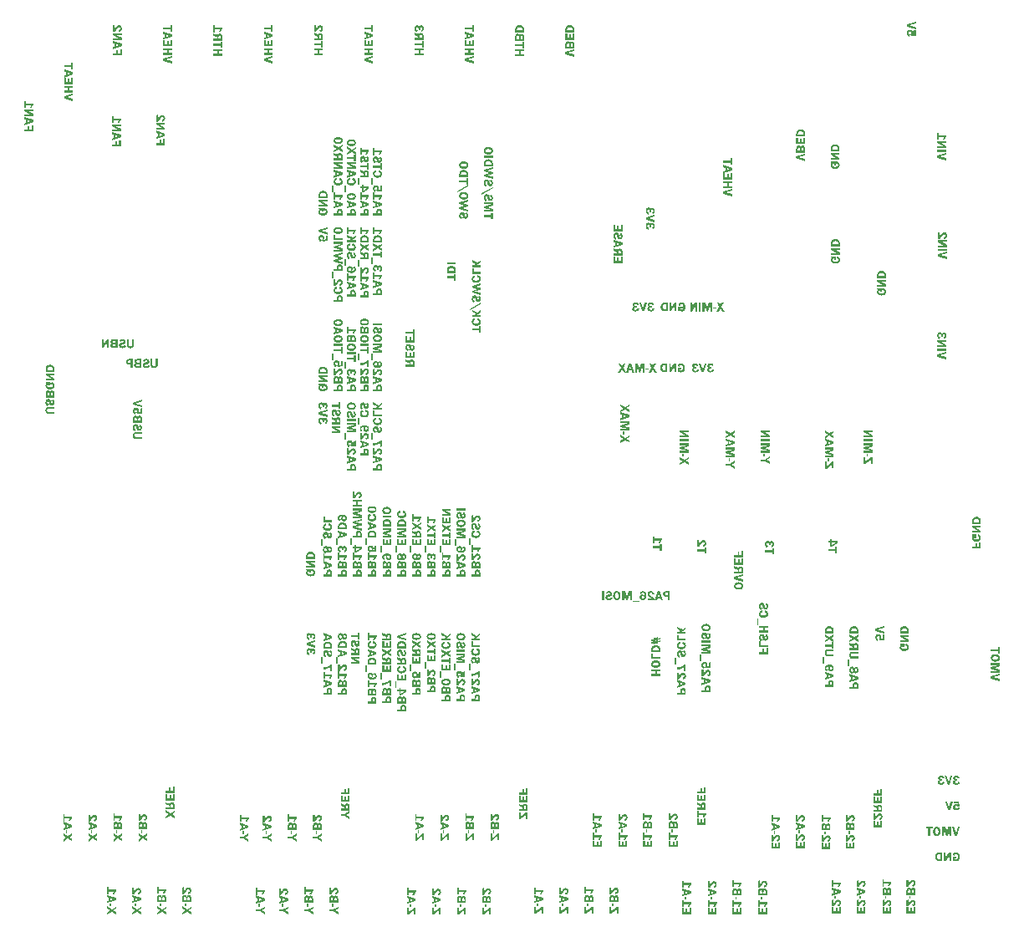
<source format=gbo>
G04 Layer_Color=32896*
%FSLAX24Y24*%
%MOIN*%
G70*
G01*
G75*
G36*
X5541Y2582D02*
X5485D01*
Y2705D01*
X5541D01*
Y2582D01*
D02*
G37*
G36*
X13061Y30417D02*
X13071Y30415D01*
X13088Y30408D01*
X13096Y30405D01*
X13103Y30401D01*
X13110Y30397D01*
X13116Y30394D01*
X13121Y30389D01*
X13126Y30386D01*
X13130Y30383D01*
X13133Y30380D01*
X13136Y30378D01*
X13137Y30376D01*
X13138Y30375D01*
X13139Y30374D01*
X13145Y30367D01*
X13150Y30360D01*
X13154Y30352D01*
X13158Y30344D01*
X13162Y30336D01*
X13164Y30329D01*
X13168Y30313D01*
X13169Y30306D01*
X13171Y30300D01*
X13171Y30294D01*
X13172Y30289D01*
X13172Y30285D01*
Y30282D01*
Y30280D01*
Y30279D01*
X13172Y30267D01*
X13170Y30254D01*
X13168Y30243D01*
X13164Y30233D01*
X13161Y30223D01*
X13156Y30213D01*
X13151Y30205D01*
X13147Y30198D01*
X13142Y30191D01*
X13137Y30185D01*
X13133Y30180D01*
X13129Y30176D01*
X13126Y30172D01*
X13123Y30170D01*
X13122Y30169D01*
X13121Y30168D01*
X13111Y30161D01*
X13100Y30155D01*
X13089Y30150D01*
X13078Y30145D01*
X13067Y30141D01*
X13056Y30138D01*
X13045Y30135D01*
X13034Y30133D01*
X13024Y30131D01*
X13015Y30130D01*
X13007Y30129D01*
X13000Y30129D01*
X12994Y30128D01*
X12986D01*
X12972Y30129D01*
X12958Y30130D01*
X12945Y30131D01*
X12933Y30134D01*
X12922Y30137D01*
X12911Y30140D01*
X12902Y30143D01*
X12893Y30147D01*
X12885Y30151D01*
X12879Y30154D01*
X12873Y30157D01*
X12868Y30160D01*
X12864Y30162D01*
X12861Y30164D01*
X12859Y30165D01*
X12859Y30166D01*
X12850Y30174D01*
X12842Y30182D01*
X12836Y30190D01*
X12830Y30199D01*
X12825Y30208D01*
X12822Y30216D01*
X12818Y30225D01*
X12816Y30234D01*
X12814Y30242D01*
X12812Y30249D01*
X12811Y30256D01*
X12810Y30262D01*
Y30267D01*
X12810Y30270D01*
Y30272D01*
Y30273D01*
X12810Y30284D01*
X12811Y30294D01*
X12814Y30303D01*
X12817Y30313D01*
X12820Y30321D01*
X12824Y30329D01*
X12828Y30336D01*
X12833Y30343D01*
X12837Y30349D01*
X12841Y30354D01*
X12845Y30358D01*
X12848Y30362D01*
X12851Y30365D01*
X12854Y30367D01*
X12855Y30368D01*
X12855Y30369D01*
X12840Y30374D01*
X12834Y30376D01*
X12827Y30378D01*
X12823Y30380D01*
X12818Y30381D01*
X12816Y30381D01*
X12815D01*
Y30419D01*
X13003D01*
Y30274D01*
X12938D01*
Y30340D01*
X12927Y30340D01*
X12917Y30337D01*
X12909Y30335D01*
X12902Y30332D01*
X12897Y30329D01*
X12894Y30326D01*
X12892Y30323D01*
X12891Y30323D01*
X12886Y30316D01*
X12883Y30309D01*
X12880Y30302D01*
X12879Y30296D01*
X12878Y30291D01*
X12877Y30286D01*
Y30284D01*
Y30283D01*
X12878Y30277D01*
X12878Y30271D01*
X12882Y30261D01*
X12886Y30251D01*
X12891Y30244D01*
X12896Y30238D01*
X12901Y30234D01*
X12904Y30231D01*
X12904Y30230D01*
X12905D01*
X12911Y30227D01*
X12917Y30224D01*
X12930Y30220D01*
X12944Y30217D01*
X12957Y30215D01*
X12969Y30213D01*
X12975Y30213D01*
X12979D01*
X12983Y30212D01*
X12999D01*
X13008Y30213D01*
X13017Y30214D01*
X13026Y30215D01*
X13033Y30216D01*
X13040Y30217D01*
X13047Y30219D01*
X13052Y30221D01*
X13058Y30222D01*
X13062Y30224D01*
X13066Y30225D01*
X13069Y30227D01*
X13072Y30227D01*
X13074Y30229D01*
X13074Y30229D01*
X13075D01*
X13080Y30233D01*
X13085Y30236D01*
X13089Y30240D01*
X13092Y30244D01*
X13098Y30253D01*
X13102Y30261D01*
X13103Y30268D01*
X13105Y30274D01*
X13105Y30277D01*
Y30278D01*
Y30279D01*
Y30279D01*
X13105Y30289D01*
X13102Y30296D01*
X13099Y30304D01*
X13095Y30310D01*
X13090Y30316D01*
X13085Y30321D01*
X13079Y30325D01*
X13074Y30329D01*
X13067Y30332D01*
X13062Y30334D01*
X13056Y30336D01*
X13051Y30338D01*
X13047Y30339D01*
X13044Y30340D01*
X13042Y30340D01*
X13041D01*
X13051Y30419D01*
X13061Y30417D01*
D02*
G37*
G36*
X13167Y30691D02*
X12979D01*
X12976Y30692D01*
X12968Y30692D01*
X12964D01*
X12961Y30693D01*
X12959D01*
X13167Y30572D01*
Y30484D01*
X12815D01*
Y30548D01*
X13030D01*
X13036Y30547D01*
X13039Y30547D01*
X13041D01*
X13044Y30546D01*
X13052D01*
X12815Y30684D01*
Y30755D01*
X13167D01*
Y30691D01*
D02*
G37*
G36*
X13061Y23409D02*
X13071Y23407D01*
X13088Y23400D01*
X13096Y23397D01*
X13103Y23393D01*
X13110Y23389D01*
X13116Y23386D01*
X13121Y23382D01*
X13126Y23378D01*
X13130Y23375D01*
X13133Y23372D01*
X13136Y23370D01*
X13137Y23368D01*
X13138Y23367D01*
X13139Y23366D01*
X13145Y23359D01*
X13150Y23352D01*
X13154Y23344D01*
X13158Y23337D01*
X13162Y23328D01*
X13164Y23321D01*
X13168Y23306D01*
X13169Y23298D01*
X13171Y23292D01*
X13171Y23286D01*
X13172Y23282D01*
X13172Y23277D01*
Y23274D01*
Y23272D01*
Y23272D01*
X13172Y23259D01*
X13170Y23246D01*
X13168Y23235D01*
X13164Y23225D01*
X13161Y23215D01*
X13156Y23205D01*
X13151Y23197D01*
X13147Y23190D01*
X13142Y23183D01*
X13137Y23177D01*
X13133Y23172D01*
X13129Y23168D01*
X13126Y23165D01*
X13123Y23162D01*
X13122Y23161D01*
X13121Y23160D01*
X13111Y23153D01*
X13100Y23147D01*
X13089Y23142D01*
X13078Y23137D01*
X13067Y23133D01*
X13056Y23130D01*
X13045Y23127D01*
X13034Y23125D01*
X13024Y23124D01*
X13015Y23122D01*
X13007Y23121D01*
X13000Y23121D01*
X12994Y23120D01*
X12986D01*
X12972Y23121D01*
X12958Y23122D01*
X12945Y23124D01*
X12933Y23126D01*
X12922Y23129D01*
X12911Y23132D01*
X12902Y23135D01*
X12893Y23139D01*
X12885Y23143D01*
X12879Y23146D01*
X12873Y23149D01*
X12868Y23152D01*
X12864Y23155D01*
X12861Y23156D01*
X12859Y23158D01*
X12859Y23158D01*
X12850Y23166D01*
X12842Y23174D01*
X12836Y23182D01*
X12830Y23191D01*
X12825Y23200D01*
X12822Y23208D01*
X12818Y23217D01*
X12816Y23226D01*
X12814Y23234D01*
X12812Y23241D01*
X12811Y23248D01*
X12810Y23254D01*
Y23259D01*
X12810Y23262D01*
Y23265D01*
Y23265D01*
X12810Y23276D01*
X12811Y23286D01*
X12814Y23296D01*
X12817Y23305D01*
X12820Y23313D01*
X12824Y23321D01*
X12828Y23328D01*
X12833Y23335D01*
X12837Y23341D01*
X12841Y23346D01*
X12845Y23351D01*
X12848Y23354D01*
X12851Y23357D01*
X12854Y23359D01*
X12855Y23361D01*
X12855Y23361D01*
X12840Y23366D01*
X12834Y23368D01*
X12827Y23370D01*
X12823Y23372D01*
X12818Y23373D01*
X12816Y23373D01*
X12815D01*
Y23411D01*
X13003D01*
Y23266D01*
X12938D01*
Y23332D01*
X12927Y23332D01*
X12917Y23330D01*
X12909Y23327D01*
X12902Y23324D01*
X12897Y23321D01*
X12894Y23318D01*
X12892Y23315D01*
X12891Y23315D01*
X12886Y23308D01*
X12883Y23301D01*
X12880Y23294D01*
X12879Y23289D01*
X12878Y23283D01*
X12877Y23279D01*
Y23276D01*
Y23275D01*
X12878Y23269D01*
X12878Y23263D01*
X12882Y23253D01*
X12886Y23244D01*
X12891Y23236D01*
X12896Y23230D01*
X12901Y23226D01*
X12904Y23224D01*
X12904Y23222D01*
X12905D01*
X12911Y23220D01*
X12917Y23217D01*
X12930Y23212D01*
X12944Y23209D01*
X12957Y23207D01*
X12969Y23205D01*
X12975Y23205D01*
X12979D01*
X12983Y23204D01*
X12999D01*
X13008Y23205D01*
X13017Y23206D01*
X13026Y23207D01*
X13033Y23208D01*
X13040Y23210D01*
X13047Y23211D01*
X13052Y23213D01*
X13058Y23214D01*
X13062Y23216D01*
X13066Y23217D01*
X13069Y23219D01*
X13072Y23220D01*
X13074Y23221D01*
X13074Y23221D01*
X13075D01*
X13080Y23225D01*
X13085Y23228D01*
X13089Y23232D01*
X13092Y23236D01*
X13098Y23245D01*
X13102Y23253D01*
X13103Y23260D01*
X13105Y23266D01*
X13105Y23269D01*
Y23270D01*
Y23271D01*
Y23272D01*
X13105Y23281D01*
X13102Y23289D01*
X13099Y23296D01*
X13095Y23303D01*
X13090Y23308D01*
X13085Y23313D01*
X13079Y23317D01*
X13074Y23321D01*
X13067Y23324D01*
X13062Y23327D01*
X13056Y23328D01*
X13051Y23330D01*
X13047Y23331D01*
X13044Y23332D01*
X13042Y23332D01*
X13041D01*
X13051Y23411D01*
X13061Y23409D01*
D02*
G37*
G36*
X13167Y23683D02*
X12979D01*
X12976Y23684D01*
X12968Y23685D01*
X12964D01*
X12961Y23685D01*
X12959D01*
X13167Y23564D01*
Y23476D01*
X12815D01*
Y23540D01*
X13030D01*
X13036Y23540D01*
X13039Y23539D01*
X13041D01*
X13044Y23538D01*
X13052D01*
X12815Y23676D01*
Y23747D01*
X13167D01*
Y23683D01*
D02*
G37*
G36*
X13013Y24105D02*
X13023Y24104D01*
X13033Y24102D01*
X13041Y24101D01*
X13050Y24098D01*
X13057Y24096D01*
X13064Y24094D01*
X13070Y24091D01*
X13075Y24089D01*
X13080Y24086D01*
X13084Y24085D01*
X13087Y24083D01*
X13089Y24082D01*
X13090Y24081D01*
X13091Y24081D01*
X13105Y24071D01*
X13117Y24061D01*
X13126Y24051D01*
X13134Y24042D01*
X13141Y24034D01*
X13145Y24028D01*
X13147Y24026D01*
X13148Y24024D01*
X13148Y24023D01*
Y24023D01*
X13152Y24016D01*
X13155Y24009D01*
X13160Y23994D01*
X13162Y23978D01*
X13165Y23961D01*
X13165Y23954D01*
X13166Y23947D01*
X13167Y23941D01*
X13167Y23936D01*
Y23931D01*
Y23927D01*
Y23925D01*
Y23924D01*
Y23817D01*
X12815D01*
Y23938D01*
X12816Y23953D01*
X12817Y23967D01*
X12820Y23979D01*
X12823Y23991D01*
X12827Y24002D01*
X12831Y24012D01*
X12835Y24021D01*
X12840Y24029D01*
X12845Y24037D01*
X12849Y24043D01*
X12854Y24048D01*
X12858Y24053D01*
X12861Y24057D01*
X12863Y24060D01*
X12865Y24061D01*
X12865Y24061D01*
X12875Y24070D01*
X12885Y24076D01*
X12896Y24082D01*
X12906Y24088D01*
X12917Y24092D01*
X12928Y24095D01*
X12938Y24098D01*
X12948Y24101D01*
X12957Y24103D01*
X12965Y24104D01*
X12972Y24105D01*
X12979Y24106D01*
X12985Y24106D01*
X13003D01*
X13013Y24105D01*
D02*
G37*
G36*
X13013Y31113D02*
X13023Y31112D01*
X13033Y31110D01*
X13041Y31108D01*
X13050Y31106D01*
X13057Y31104D01*
X13064Y31101D01*
X13070Y31099D01*
X13075Y31097D01*
X13080Y31094D01*
X13084Y31093D01*
X13087Y31091D01*
X13089Y31090D01*
X13090Y31089D01*
X13091Y31089D01*
X13105Y31079D01*
X13117Y31069D01*
X13126Y31059D01*
X13134Y31050D01*
X13141Y31042D01*
X13145Y31036D01*
X13147Y31034D01*
X13148Y31032D01*
X13148Y31031D01*
Y31031D01*
X13152Y31024D01*
X13155Y31017D01*
X13160Y31002D01*
X13162Y30986D01*
X13165Y30969D01*
X13165Y30962D01*
X13166Y30955D01*
X13167Y30949D01*
X13167Y30943D01*
Y30939D01*
Y30935D01*
Y30933D01*
Y30932D01*
Y30825D01*
X12815D01*
Y30946D01*
X12816Y30960D01*
X12817Y30974D01*
X12820Y30987D01*
X12823Y30998D01*
X12827Y31010D01*
X12831Y31019D01*
X12835Y31029D01*
X12840Y31037D01*
X12845Y31045D01*
X12849Y31051D01*
X12854Y31056D01*
X12858Y31061D01*
X12861Y31065D01*
X12863Y31067D01*
X12865Y31069D01*
X12865Y31069D01*
X12875Y31077D01*
X12885Y31084D01*
X12896Y31090D01*
X12906Y31096D01*
X12917Y31100D01*
X12928Y31103D01*
X12938Y31106D01*
X12948Y31108D01*
X12957Y31111D01*
X12965Y31112D01*
X12972Y31113D01*
X12979Y31114D01*
X12985Y31114D01*
X13003D01*
X13013Y31113D01*
D02*
G37*
G36*
X13771Y30621D02*
Y30524D01*
X13419Y30412D01*
Y30484D01*
X13491Y30506D01*
Y30620D01*
X13419Y30642D01*
Y30731D01*
X13771Y30621D01*
D02*
G37*
G36*
X13483Y30943D02*
X13776D01*
Y30884D01*
X13768Y30878D01*
X13761Y30870D01*
X13753Y30862D01*
X13746Y30853D01*
X13734Y30833D01*
X13724Y30814D01*
X13720Y30804D01*
X13715Y30795D01*
X13713Y30787D01*
X13710Y30779D01*
X13708Y30773D01*
X13706Y30769D01*
X13706Y30766D01*
X13705Y30764D01*
X13632D01*
X13635Y30771D01*
X13639Y30778D01*
X13646Y30795D01*
X13655Y30811D01*
X13664Y30827D01*
X13668Y30834D01*
X13672Y30841D01*
X13676Y30847D01*
X13679Y30852D01*
X13682Y30857D01*
X13683Y30860D01*
X13684Y30862D01*
X13685Y30863D01*
X13483D01*
Y30756D01*
X13419D01*
Y31041D01*
X13483D01*
Y30943D01*
D02*
G37*
G36*
X13395Y31043D02*
X13333D01*
Y31307D01*
X13395D01*
Y31043D01*
D02*
G37*
G36*
X5567Y2465D02*
X5731Y2561D01*
Y2485D01*
X5624Y2425D01*
X5731Y2368D01*
Y2272D01*
X5565Y2368D01*
X5379Y2259D01*
Y2337D01*
X5505Y2407D01*
X5379Y2478D01*
Y2574D01*
X5567Y2465D01*
D02*
G37*
G36*
X13676Y30401D02*
X13688Y30398D01*
X13699Y30395D01*
X13708Y30391D01*
X13715Y30388D01*
X13721Y30384D01*
X13724Y30382D01*
X13725Y30381D01*
X13734Y30374D01*
X13742Y30366D01*
X13748Y30359D01*
X13753Y30352D01*
X13756Y30346D01*
X13759Y30341D01*
X13761Y30339D01*
X13761Y30337D01*
X13765Y30327D01*
X13767Y30316D01*
X13769Y30304D01*
X13770Y30293D01*
X13770Y30282D01*
X13771Y30278D01*
Y30274D01*
Y30271D01*
Y30269D01*
Y30267D01*
Y30267D01*
Y30128D01*
X13419D01*
Y30212D01*
X13550D01*
Y30270D01*
Y30282D01*
X13550Y30294D01*
X13551Y30303D01*
X13552Y30311D01*
X13553Y30317D01*
X13553Y30321D01*
X13554Y30324D01*
Y30325D01*
X13556Y30332D01*
X13559Y30338D01*
X13562Y30344D01*
X13565Y30350D01*
X13568Y30354D01*
X13570Y30358D01*
X13572Y30361D01*
X13573Y30361D01*
X13579Y30368D01*
X13585Y30374D01*
X13591Y30379D01*
X13598Y30383D01*
X13603Y30387D01*
X13608Y30389D01*
X13611Y30390D01*
X13612Y30391D01*
X13621Y30394D01*
X13630Y30396D01*
X13639Y30399D01*
X13646Y30400D01*
X13653Y30401D01*
X13658Y30401D01*
X13663D01*
X13676Y30401D01*
D02*
G37*
G36*
X4443Y3243D02*
X4736D01*
Y3183D01*
X4728Y3177D01*
X4720Y3170D01*
X4713Y3162D01*
X4706Y3153D01*
X4694Y3133D01*
X4684Y3113D01*
X4679Y3104D01*
X4675Y3094D01*
X4672Y3086D01*
X4669Y3078D01*
X4668Y3073D01*
X4666Y3068D01*
X4665Y3065D01*
X4665Y3064D01*
X4592D01*
X4595Y3071D01*
X4599Y3078D01*
X4606Y3094D01*
X4615Y3111D01*
X4624Y3126D01*
X4628Y3133D01*
X4632Y3140D01*
X4636Y3146D01*
X4638Y3152D01*
X4641Y3156D01*
X4643Y3159D01*
X4644Y3162D01*
X4645Y3162D01*
X4443D01*
Y3055D01*
X4379D01*
Y3341D01*
X4443D01*
Y3243D01*
D02*
G37*
G36*
X5731Y2920D02*
Y2823D01*
X5379Y2711D01*
Y2783D01*
X5451Y2805D01*
Y2919D01*
X5379Y2941D01*
Y3030D01*
X5731Y2920D01*
D02*
G37*
G36*
X6567Y2465D02*
X6731Y2561D01*
Y2485D01*
X6624Y2425D01*
X6731Y2368D01*
Y2272D01*
X6565Y2368D01*
X6379Y2259D01*
Y2337D01*
X6505Y2407D01*
X6379Y2478D01*
Y2574D01*
X6567Y2465D01*
D02*
G37*
G36*
X13489Y23866D02*
X13499Y23883D01*
X13509Y23899D01*
X13518Y23913D01*
X13527Y23926D01*
X13535Y23938D01*
X13543Y23948D01*
X13550Y23958D01*
X13556Y23966D01*
X13562Y23973D01*
X13567Y23979D01*
X13572Y23984D01*
X13575Y23988D01*
X13578Y23991D01*
X13580Y23993D01*
X13581Y23995D01*
X13582Y23995D01*
X13589Y24002D01*
X13596Y24007D01*
X13603Y24012D01*
X13610Y24016D01*
X13617Y24019D01*
X13624Y24022D01*
X13637Y24026D01*
X13643Y24027D01*
X13648Y24029D01*
X13653Y24029D01*
X13658Y24030D01*
X13660Y24030D01*
X13665D01*
X13673Y24030D01*
X13682Y24029D01*
X13689Y24027D01*
X13697Y24025D01*
X13710Y24020D01*
X13721Y24013D01*
X13727Y24010D01*
X13731Y24007D01*
X13735Y24004D01*
X13738Y24002D01*
X13740Y23999D01*
X13742Y23998D01*
X13743Y23997D01*
X13744Y23996D01*
X13749Y23990D01*
X13755Y23983D01*
X13759Y23975D01*
X13762Y23967D01*
X13768Y23951D01*
X13772Y23936D01*
X13773Y23929D01*
X13775Y23922D01*
X13775Y23916D01*
X13776Y23911D01*
X13776Y23906D01*
Y23903D01*
Y23901D01*
Y23900D01*
X13776Y23891D01*
X13775Y23881D01*
X13773Y23871D01*
X13771Y23862D01*
X13766Y23847D01*
X13758Y23832D01*
X13749Y23820D01*
X13739Y23809D01*
X13729Y23799D01*
X13718Y23790D01*
X13707Y23784D01*
X13696Y23778D01*
X13686Y23774D01*
X13677Y23770D01*
X13670Y23768D01*
X13665Y23766D01*
X13662Y23765D01*
X13660D01*
X13660Y23765D01*
X13659D01*
X13644Y23837D01*
X13655Y23838D01*
X13666Y23841D01*
X13675Y23845D01*
X13683Y23850D01*
X13689Y23854D01*
X13694Y23860D01*
X13699Y23865D01*
X13703Y23870D01*
X13705Y23875D01*
X13707Y23880D01*
X13709Y23885D01*
X13710Y23889D01*
X13710Y23892D01*
X13711Y23895D01*
Y23896D01*
Y23897D01*
X13710Y23905D01*
X13708Y23912D01*
X13707Y23918D01*
X13704Y23923D01*
X13701Y23927D01*
X13700Y23930D01*
X13698Y23932D01*
X13697Y23933D01*
X13692Y23937D01*
X13686Y23940D01*
X13681Y23943D01*
X13675Y23944D01*
X13670Y23946D01*
X13667Y23946D01*
X13663D01*
X13658Y23946D01*
X13653Y23945D01*
X13648Y23943D01*
X13642Y23941D01*
X13632Y23936D01*
X13622Y23930D01*
X13615Y23923D01*
X13608Y23918D01*
X13606Y23916D01*
X13604Y23914D01*
X13603Y23913D01*
X13603Y23913D01*
X13596Y23906D01*
X13589Y23899D01*
X13582Y23891D01*
X13575Y23882D01*
X13561Y23865D01*
X13548Y23847D01*
X13542Y23839D01*
X13536Y23831D01*
X13531Y23825D01*
X13527Y23819D01*
X13523Y23814D01*
X13520Y23810D01*
X13518Y23807D01*
X13518Y23807D01*
X13510Y23797D01*
X13504Y23788D01*
X13499Y23781D01*
X13495Y23775D01*
X13491Y23771D01*
X13489Y23767D01*
X13488Y23765D01*
X13487Y23765D01*
X13419D01*
Y24029D01*
X13489Y24035D01*
Y23866D01*
D02*
G37*
G36*
X13548Y24353D02*
X13556Y24352D01*
X13564Y24350D01*
X13572Y24348D01*
X13586Y24343D01*
X13597Y24337D01*
X13603Y24333D01*
X13607Y24330D01*
X13611Y24328D01*
X13614Y24325D01*
X13616Y24323D01*
X13618Y24321D01*
X13619Y24320D01*
X13620Y24320D01*
X13625Y24313D01*
X13630Y24307D01*
X13634Y24300D01*
X13638Y24293D01*
X13644Y24280D01*
X13647Y24267D01*
X13649Y24256D01*
X13650Y24251D01*
X13651Y24247D01*
X13651Y24243D01*
Y24241D01*
Y24239D01*
Y24239D01*
X13651Y24230D01*
X13650Y24222D01*
X13646Y24207D01*
X13642Y24194D01*
X13636Y24184D01*
X13630Y24175D01*
X13628Y24172D01*
X13625Y24169D01*
X13624Y24167D01*
X13622Y24165D01*
X13621Y24164D01*
X13621Y24164D01*
X13699Y24169D01*
Y24323D01*
X13771Y24332D01*
Y24110D01*
X13572Y24096D01*
X13560Y24164D01*
X13565Y24167D01*
X13570Y24171D01*
X13576Y24179D01*
X13582Y24187D01*
X13584Y24195D01*
X13587Y24203D01*
X13587Y24209D01*
X13588Y24211D01*
Y24213D01*
Y24213D01*
Y24214D01*
X13587Y24223D01*
X13586Y24230D01*
X13583Y24237D01*
X13580Y24243D01*
X13577Y24247D01*
X13574Y24251D01*
X13572Y24253D01*
X13572Y24254D01*
X13565Y24259D01*
X13559Y24263D01*
X13552Y24266D01*
X13546Y24268D01*
X13541Y24270D01*
X13536Y24270D01*
X13532D01*
X13525Y24270D01*
X13517Y24268D01*
X13511Y24265D01*
X13505Y24263D01*
X13501Y24260D01*
X13498Y24257D01*
X13496Y24255D01*
X13495Y24254D01*
X13490Y24249D01*
X13486Y24242D01*
X13483Y24234D01*
X13481Y24228D01*
X13480Y24222D01*
X13479Y24218D01*
Y24215D01*
Y24214D01*
Y24213D01*
X13480Y24205D01*
X13481Y24198D01*
X13483Y24191D01*
X13486Y24185D01*
X13490Y24179D01*
X13494Y24174D01*
X13498Y24170D01*
X13503Y24167D01*
X13511Y24161D01*
X13518Y24157D01*
X13521Y24156D01*
X13524Y24156D01*
X13525Y24155D01*
X13525D01*
X13514Y24078D01*
X13504Y24081D01*
X13496Y24084D01*
X13481Y24091D01*
X13467Y24101D01*
X13456Y24110D01*
X13446Y24122D01*
X13438Y24133D01*
X13431Y24145D01*
X13426Y24157D01*
X13422Y24168D01*
X13419Y24180D01*
X13417Y24189D01*
X13415Y24198D01*
X13414Y24206D01*
X13414Y24212D01*
Y24213D01*
Y24215D01*
Y24216D01*
Y24216D01*
X13414Y24228D01*
X13415Y24239D01*
X13417Y24250D01*
X13419Y24260D01*
X13422Y24268D01*
X13425Y24277D01*
X13428Y24284D01*
X13431Y24291D01*
X13434Y24297D01*
X13437Y24302D01*
X13440Y24306D01*
X13443Y24311D01*
X13445Y24313D01*
X13446Y24315D01*
X13448Y24316D01*
X13448Y24317D01*
X13455Y24323D01*
X13462Y24329D01*
X13470Y24334D01*
X13477Y24338D01*
X13484Y24342D01*
X13492Y24344D01*
X13507Y24349D01*
X13513Y24350D01*
X13519Y24351D01*
X13524Y24352D01*
X13529Y24353D01*
X13533Y24353D01*
X13538D01*
X13548Y24353D01*
D02*
G37*
G36*
X6486Y3037D02*
X6496Y3035D01*
X6505Y3032D01*
X6513Y3028D01*
X6519Y3025D01*
X6524Y3022D01*
X6527Y3019D01*
X6528Y3019D01*
X6537Y3011D01*
X6544Y3002D01*
X6550Y2994D01*
X6554Y2984D01*
X6557Y2977D01*
X6560Y2970D01*
X6560Y2967D01*
X6561Y2966D01*
X6561Y2964D01*
Y2964D01*
X6565Y2975D01*
X6571Y2985D01*
X6576Y2994D01*
X6582Y3001D01*
X6588Y3007D01*
X6595Y3012D01*
X6602Y3016D01*
X6608Y3019D01*
X6614Y3022D01*
X6620Y3024D01*
X6626Y3026D01*
X6630Y3026D01*
X6634Y3027D01*
X6637Y3028D01*
X6640D01*
X6650Y3027D01*
X6660Y3025D01*
X6668Y3023D01*
X6675Y3021D01*
X6681Y3018D01*
X6685Y3015D01*
X6687Y3014D01*
X6688Y3013D01*
X6695Y3007D01*
X6702Y3001D01*
X6707Y2995D01*
X6712Y2989D01*
X6715Y2984D01*
X6718Y2980D01*
X6719Y2977D01*
X6720Y2976D01*
X6723Y2967D01*
X6726Y2956D01*
X6728Y2946D01*
X6730Y2935D01*
X6730Y2925D01*
Y2921D01*
X6731Y2917D01*
Y2914D01*
Y2912D01*
Y2911D01*
Y2910D01*
Y2746D01*
X6379D01*
Y2910D01*
X6379Y2922D01*
X6380Y2933D01*
X6382Y2944D01*
X6383Y2953D01*
X6385Y2962D01*
X6388Y2970D01*
X6390Y2977D01*
X6393Y2984D01*
X6396Y2990D01*
X6399Y2994D01*
X6401Y2998D01*
X6403Y3001D01*
X6405Y3004D01*
X6406Y3006D01*
X6407Y3006D01*
X6407Y3007D01*
X6413Y3012D01*
X6419Y3017D01*
X6424Y3021D01*
X6430Y3025D01*
X6441Y3030D01*
X6452Y3034D01*
X6461Y3036D01*
X6465Y3036D01*
X6469Y3037D01*
X6472Y3038D01*
X6475D01*
X6486Y3037D01*
D02*
G37*
G36*
X13526Y23730D02*
X13536Y23727D01*
X13545Y23724D01*
X13553Y23721D01*
X13559Y23717D01*
X13565Y23714D01*
X13567Y23712D01*
X13569Y23712D01*
X13577Y23704D01*
X13584Y23695D01*
X13590Y23686D01*
X13594Y23677D01*
X13597Y23669D01*
X13600Y23662D01*
X13600Y23660D01*
X13601Y23658D01*
X13601Y23657D01*
Y23657D01*
X13605Y23668D01*
X13611Y23678D01*
X13616Y23686D01*
X13622Y23693D01*
X13628Y23700D01*
X13635Y23704D01*
X13642Y23709D01*
X13648Y23712D01*
X13655Y23715D01*
X13660Y23717D01*
X13666Y23719D01*
X13670Y23719D01*
X13675Y23720D01*
X13677Y23720D01*
X13680D01*
X13690Y23720D01*
X13700Y23718D01*
X13708Y23716D01*
X13715Y23713D01*
X13721Y23710D01*
X13725Y23708D01*
X13727Y23706D01*
X13728Y23706D01*
X13735Y23700D01*
X13742Y23694D01*
X13747Y23688D01*
X13752Y23682D01*
X13755Y23676D01*
X13758Y23672D01*
X13759Y23670D01*
X13760Y23669D01*
X13763Y23659D01*
X13766Y23649D01*
X13768Y23638D01*
X13770Y23627D01*
X13770Y23618D01*
Y23614D01*
X13771Y23610D01*
Y23607D01*
Y23604D01*
Y23603D01*
Y23603D01*
Y23439D01*
X13419D01*
Y23603D01*
X13419Y23615D01*
X13420Y23626D01*
X13422Y23637D01*
X13424Y23646D01*
X13425Y23655D01*
X13428Y23663D01*
X13431Y23670D01*
X13433Y23676D01*
X13436Y23682D01*
X13439Y23687D01*
X13441Y23691D01*
X13443Y23694D01*
X13445Y23697D01*
X13446Y23699D01*
X13447Y23699D01*
X13448Y23700D01*
X13453Y23705D01*
X13459Y23710D01*
X13464Y23714D01*
X13470Y23717D01*
X13481Y23723D01*
X13492Y23727D01*
X13501Y23728D01*
X13505Y23729D01*
X13509Y23730D01*
X13512Y23730D01*
X13515D01*
X13526Y23730D01*
D02*
G37*
G36*
X6541Y2582D02*
X6485D01*
Y2705D01*
X6541D01*
Y2582D01*
D02*
G37*
G36*
X13395Y24368D02*
X13333D01*
Y24632D01*
X13395D01*
Y24368D01*
D02*
G37*
G36*
X5449Y3150D02*
X5459Y3167D01*
X5469Y3183D01*
X5478Y3197D01*
X5487Y3210D01*
X5495Y3222D01*
X5503Y3233D01*
X5510Y3242D01*
X5516Y3250D01*
X5521Y3257D01*
X5527Y3264D01*
X5531Y3269D01*
X5535Y3273D01*
X5538Y3276D01*
X5540Y3278D01*
X5541Y3279D01*
X5541Y3280D01*
X5548Y3286D01*
X5555Y3291D01*
X5563Y3296D01*
X5570Y3300D01*
X5577Y3304D01*
X5584Y3306D01*
X5597Y3311D01*
X5603Y3312D01*
X5608Y3313D01*
X5613Y3314D01*
X5617Y3314D01*
X5620Y3315D01*
X5625D01*
X5633Y3314D01*
X5641Y3314D01*
X5649Y3312D01*
X5657Y3310D01*
X5670Y3304D01*
X5681Y3298D01*
X5686Y3295D01*
X5691Y3291D01*
X5695Y3288D01*
X5698Y3286D01*
X5700Y3284D01*
X5702Y3283D01*
X5703Y3281D01*
X5703Y3281D01*
X5709Y3274D01*
X5715Y3267D01*
X5719Y3260D01*
X5722Y3252D01*
X5728Y3236D01*
X5732Y3221D01*
X5733Y3213D01*
X5734Y3207D01*
X5735Y3201D01*
X5736Y3195D01*
X5736Y3191D01*
Y3188D01*
Y3185D01*
Y3185D01*
X5736Y3175D01*
X5735Y3165D01*
X5733Y3156D01*
X5731Y3147D01*
X5726Y3131D01*
X5718Y3116D01*
X5709Y3104D01*
X5699Y3093D01*
X5689Y3083D01*
X5678Y3075D01*
X5667Y3068D01*
X5656Y3063D01*
X5646Y3058D01*
X5637Y3054D01*
X5630Y3052D01*
X5624Y3050D01*
X5622Y3050D01*
X5620D01*
X5620Y3049D01*
X5619D01*
X5603Y3121D01*
X5615Y3123D01*
X5626Y3126D01*
X5634Y3130D01*
X5643Y3134D01*
X5649Y3139D01*
X5654Y3144D01*
X5659Y3149D01*
X5662Y3155D01*
X5665Y3160D01*
X5667Y3164D01*
X5669Y3169D01*
X5669Y3173D01*
X5670Y3177D01*
X5671Y3179D01*
Y3181D01*
Y3181D01*
X5670Y3190D01*
X5668Y3197D01*
X5667Y3202D01*
X5664Y3208D01*
X5661Y3212D01*
X5660Y3215D01*
X5658Y3217D01*
X5657Y3217D01*
X5652Y3222D01*
X5646Y3225D01*
X5641Y3227D01*
X5635Y3229D01*
X5630Y3230D01*
X5627Y3231D01*
X5623D01*
X5618Y3230D01*
X5613Y3229D01*
X5607Y3228D01*
X5602Y3225D01*
X5592Y3220D01*
X5582Y3214D01*
X5575Y3208D01*
X5568Y3202D01*
X5566Y3200D01*
X5564Y3198D01*
X5563Y3198D01*
X5562Y3197D01*
X5556Y3191D01*
X5549Y3183D01*
X5542Y3175D01*
X5535Y3167D01*
X5521Y3149D01*
X5507Y3132D01*
X5502Y3123D01*
X5496Y3116D01*
X5490Y3109D01*
X5486Y3103D01*
X5483Y3098D01*
X5480Y3094D01*
X5478Y3092D01*
X5478Y3091D01*
X5470Y3081D01*
X5464Y3073D01*
X5459Y3065D01*
X5455Y3059D01*
X5451Y3055D01*
X5449Y3052D01*
X5448Y3050D01*
X5447Y3049D01*
X5379D01*
Y3313D01*
X5449Y3319D01*
Y3150D01*
D02*
G37*
G36*
X13771Y25590D02*
Y25493D01*
X13419Y25381D01*
Y25453D01*
X13491Y25475D01*
Y25589D01*
X13419Y25611D01*
Y25700D01*
X13771Y25590D01*
D02*
G37*
G36*
X13610Y25994D02*
X13622Y25993D01*
X13635Y25991D01*
X13648Y25989D01*
X13659Y25987D01*
X13669Y25984D01*
X13679Y25980D01*
X13688Y25977D01*
X13696Y25974D01*
X13703Y25970D01*
X13709Y25967D01*
X13714Y25965D01*
X13718Y25963D01*
X13721Y25961D01*
X13723Y25960D01*
X13724Y25959D01*
X13733Y25952D01*
X13741Y25944D01*
X13748Y25936D01*
X13754Y25928D01*
X13759Y25919D01*
X13763Y25911D01*
X13767Y25903D01*
X13770Y25895D01*
X13772Y25887D01*
X13773Y25880D01*
X13775Y25873D01*
X13776Y25868D01*
Y25863D01*
X13776Y25860D01*
Y25857D01*
Y25857D01*
X13776Y25844D01*
X13774Y25833D01*
X13772Y25822D01*
X13768Y25812D01*
X13764Y25803D01*
X13760Y25795D01*
X13755Y25787D01*
X13750Y25780D01*
X13745Y25774D01*
X13741Y25769D01*
X13736Y25764D01*
X13732Y25761D01*
X13728Y25758D01*
X13726Y25756D01*
X13724Y25755D01*
X13724Y25754D01*
X13714Y25748D01*
X13703Y25743D01*
X13692Y25739D01*
X13682Y25734D01*
X13670Y25731D01*
X13660Y25728D01*
X13649Y25726D01*
X13639Y25724D01*
X13630Y25723D01*
X13621Y25722D01*
X13614Y25721D01*
X13607Y25720D01*
X13602Y25720D01*
X13594D01*
X13580Y25720D01*
X13566Y25722D01*
X13553Y25723D01*
X13541Y25726D01*
X13529Y25728D01*
X13519Y25731D01*
X13509Y25734D01*
X13500Y25738D01*
X13492Y25741D01*
X13485Y25744D01*
X13479Y25747D01*
X13474Y25750D01*
X13470Y25752D01*
X13467Y25754D01*
X13465Y25755D01*
X13464Y25756D01*
X13456Y25763D01*
X13448Y25770D01*
X13441Y25778D01*
X13435Y25787D01*
X13430Y25795D01*
X13426Y25803D01*
X13423Y25812D01*
X13420Y25819D01*
X13418Y25827D01*
X13417Y25834D01*
X13415Y25840D01*
X13414Y25846D01*
Y25850D01*
X13414Y25853D01*
Y25856D01*
Y25856D01*
X13414Y25868D01*
X13416Y25880D01*
X13418Y25891D01*
X13422Y25900D01*
X13426Y25909D01*
X13430Y25918D01*
X13435Y25926D01*
X13440Y25932D01*
X13445Y25939D01*
X13449Y25944D01*
X13453Y25948D01*
X13457Y25952D01*
X13461Y25955D01*
X13463Y25957D01*
X13465Y25958D01*
X13466Y25958D01*
X13476Y25965D01*
X13486Y25970D01*
X13497Y25975D01*
X13508Y25980D01*
X13519Y25983D01*
X13529Y25986D01*
X13540Y25988D01*
X13550Y25990D01*
X13559Y25992D01*
X13568Y25993D01*
X13576Y25994D01*
X13583Y25994D01*
X13588Y25995D01*
X13596D01*
X13610Y25994D01*
D02*
G37*
G36*
X13771Y24632D02*
X13701D01*
Y24720D01*
X13419D01*
Y24804D01*
X13701D01*
Y24891D01*
X13771D01*
Y24632D01*
D02*
G37*
G36*
Y24926D02*
X13419D01*
Y25008D01*
X13771D01*
Y24926D01*
D02*
G37*
G36*
X13608Y25362D02*
X13621Y25361D01*
X13633Y25359D01*
X13645Y25357D01*
X13656Y25354D01*
X13666Y25350D01*
X13676Y25347D01*
X13684Y25344D01*
X13693Y25340D01*
X13700Y25337D01*
X13706Y25333D01*
X13711Y25330D01*
X13715Y25328D01*
X13718Y25326D01*
X13720Y25325D01*
X13721Y25324D01*
X13731Y25317D01*
X13739Y25309D01*
X13746Y25300D01*
X13753Y25292D01*
X13758Y25282D01*
X13763Y25273D01*
X13766Y25264D01*
X13769Y25255D01*
X13772Y25247D01*
X13773Y25239D01*
X13775Y25232D01*
X13776Y25226D01*
Y25221D01*
X13776Y25217D01*
Y25214D01*
Y25214D01*
X13776Y25200D01*
X13774Y25188D01*
X13772Y25176D01*
X13768Y25165D01*
X13764Y25155D01*
X13760Y25146D01*
X13755Y25138D01*
X13751Y25130D01*
X13745Y25124D01*
X13741Y25118D01*
X13737Y25113D01*
X13732Y25108D01*
X13729Y25106D01*
X13727Y25103D01*
X13725Y25102D01*
X13724Y25101D01*
X13714Y25094D01*
X13704Y25089D01*
X13693Y25083D01*
X13683Y25079D01*
X13672Y25075D01*
X13661Y25072D01*
X13651Y25069D01*
X13641Y25067D01*
X13631Y25066D01*
X13622Y25065D01*
X13615Y25063D01*
X13608Y25063D01*
X13603Y25062D01*
X13596D01*
X13582Y25063D01*
X13569Y25064D01*
X13556Y25066D01*
X13543Y25068D01*
X13532Y25071D01*
X13522Y25075D01*
X13512Y25078D01*
X13503Y25082D01*
X13495Y25085D01*
X13488Y25089D01*
X13481Y25092D01*
X13476Y25095D01*
X13472Y25097D01*
X13469Y25099D01*
X13467Y25100D01*
X13467Y25101D01*
X13457Y25108D01*
X13449Y25117D01*
X13442Y25125D01*
X13436Y25134D01*
X13431Y25144D01*
X13426Y25153D01*
X13423Y25162D01*
X13420Y25171D01*
X13418Y25179D01*
X13417Y25186D01*
X13415Y25193D01*
X13414Y25199D01*
Y25204D01*
X13414Y25208D01*
Y25210D01*
Y25211D01*
X13414Y25224D01*
X13416Y25237D01*
X13418Y25249D01*
X13422Y25260D01*
X13426Y25270D01*
X13430Y25279D01*
X13435Y25287D01*
X13440Y25295D01*
X13445Y25302D01*
X13449Y25307D01*
X13453Y25313D01*
X13457Y25317D01*
X13461Y25320D01*
X13463Y25322D01*
X13465Y25323D01*
X13466Y25324D01*
X13476Y25331D01*
X13486Y25337D01*
X13497Y25342D01*
X13508Y25346D01*
X13519Y25350D01*
X13530Y25353D01*
X13540Y25355D01*
X13550Y25358D01*
X13559Y25359D01*
X13568Y25361D01*
X13576Y25361D01*
X13582Y25362D01*
X13587Y25362D01*
X13595D01*
X13608Y25362D01*
D02*
G37*
G36*
X13652Y31625D02*
X13664Y31623D01*
X13675Y31620D01*
X13685Y31616D01*
X13694Y31612D01*
X13703Y31607D01*
X13711Y31603D01*
X13719Y31597D01*
X13726Y31592D01*
X13732Y31586D01*
X13743Y31574D01*
X13752Y31562D01*
X13759Y31549D01*
X13765Y31537D01*
X13769Y31524D01*
X13772Y31513D01*
X13774Y31503D01*
X13775Y31495D01*
X13776Y31489D01*
Y31486D01*
Y31485D01*
Y31484D01*
Y31483D01*
X13776Y31470D01*
X13774Y31458D01*
X13772Y31445D01*
X13768Y31435D01*
X13765Y31424D01*
X13761Y31415D01*
X13756Y31406D01*
X13751Y31399D01*
X13746Y31392D01*
X13742Y31385D01*
X13737Y31380D01*
X13734Y31376D01*
X13730Y31372D01*
X13728Y31370D01*
X13726Y31369D01*
X13725Y31368D01*
X13715Y31361D01*
X13705Y31354D01*
X13694Y31349D01*
X13683Y31344D01*
X13673Y31339D01*
X13662Y31337D01*
X13651Y31334D01*
X13641Y31331D01*
X13632Y31330D01*
X13623Y31328D01*
X13615Y31327D01*
X13608Y31327D01*
X13603D01*
X13598Y31326D01*
X13595D01*
X13579Y31327D01*
X13565Y31328D01*
X13551Y31330D01*
X13538Y31333D01*
X13526Y31336D01*
X13515Y31339D01*
X13505Y31344D01*
X13496Y31348D01*
X13488Y31352D01*
X13481Y31356D01*
X13476Y31359D01*
X13470Y31362D01*
X13467Y31365D01*
X13464Y31368D01*
X13462Y31369D01*
X13462Y31369D01*
X13453Y31378D01*
X13446Y31387D01*
X13439Y31396D01*
X13434Y31406D01*
X13429Y31415D01*
X13425Y31424D01*
X13422Y31434D01*
X13419Y31442D01*
X13418Y31451D01*
X13416Y31458D01*
X13415Y31465D01*
X13414Y31471D01*
Y31476D01*
X13414Y31480D01*
Y31482D01*
Y31483D01*
X13414Y31493D01*
X13415Y31503D01*
X13419Y31522D01*
X13421Y31531D01*
X13424Y31538D01*
X13427Y31546D01*
X13430Y31552D01*
X13433Y31559D01*
X13436Y31564D01*
X13439Y31569D01*
X13441Y31572D01*
X13443Y31575D01*
X13445Y31578D01*
X13446Y31579D01*
X13446Y31579D01*
X13453Y31586D01*
X13460Y31593D01*
X13467Y31598D01*
X13475Y31603D01*
X13483Y31608D01*
X13491Y31612D01*
X13507Y31618D01*
X13514Y31620D01*
X13521Y31622D01*
X13527Y31624D01*
X13532Y31625D01*
X13536Y31626D01*
X13539Y31626D01*
X13542Y31627D01*
X13542D01*
X13548Y31547D01*
X13536Y31544D01*
X13525Y31541D01*
X13517Y31537D01*
X13509Y31532D01*
X13503Y31527D01*
X13497Y31521D01*
X13493Y31516D01*
X13489Y31511D01*
X13487Y31506D01*
X13484Y31501D01*
X13483Y31496D01*
X13482Y31492D01*
X13481Y31489D01*
X13481Y31486D01*
Y31485D01*
Y31484D01*
X13482Y31473D01*
X13484Y31463D01*
X13488Y31455D01*
X13493Y31448D01*
X13497Y31442D01*
X13501Y31438D01*
X13503Y31435D01*
X13504Y31435D01*
X13509Y31432D01*
X13515Y31429D01*
X13521Y31427D01*
X13528Y31425D01*
X13543Y31422D01*
X13558Y31420D01*
X13565Y31419D01*
X13572D01*
X13578Y31418D01*
X13583Y31418D01*
X13604D01*
X13614Y31418D01*
X13623Y31420D01*
X13632Y31421D01*
X13640Y31422D01*
X13647Y31424D01*
X13660Y31428D01*
X13672Y31433D01*
X13681Y31438D01*
X13689Y31444D01*
X13694Y31450D01*
X13700Y31456D01*
X13703Y31462D01*
X13706Y31468D01*
X13707Y31472D01*
X13708Y31476D01*
X13709Y31479D01*
Y31482D01*
Y31482D01*
X13708Y31492D01*
X13706Y31501D01*
X13702Y31508D01*
X13697Y31515D01*
X13692Y31520D01*
X13686Y31525D01*
X13679Y31529D01*
X13672Y31532D01*
X13665Y31534D01*
X13658Y31537D01*
X13652Y31538D01*
X13646Y31539D01*
X13642Y31540D01*
X13638Y31540D01*
X13635D01*
X13640Y31627D01*
X13652Y31625D01*
D02*
G37*
G36*
X14295Y32203D02*
X14107D01*
X14104Y32204D01*
X14095Y32204D01*
X14092D01*
X14089Y32205D01*
X14087D01*
X14295Y32084D01*
Y31995D01*
X13943D01*
Y32060D01*
X14158D01*
X14163Y32059D01*
X14167Y32058D01*
X14168D01*
X14171Y32058D01*
X14180D01*
X13943Y32196D01*
Y32267D01*
X14295D01*
Y32203D01*
D02*
G37*
G36*
Y32302D02*
X14225D01*
Y32390D01*
X13943D01*
Y32473D01*
X14225D01*
Y32560D01*
X14295D01*
Y32302D01*
D02*
G37*
G36*
X14130Y32767D02*
X14295Y32863D01*
Y32786D01*
X14188Y32727D01*
X14295Y32669D01*
Y32573D01*
X14129Y32670D01*
X13943Y32561D01*
Y32639D01*
X14069Y32709D01*
X13943Y32779D01*
Y32876D01*
X14130Y32767D01*
D02*
G37*
G36*
X14176Y31625D02*
X14188Y31623D01*
X14199Y31620D01*
X14209Y31616D01*
X14218Y31612D01*
X14227Y31607D01*
X14235Y31603D01*
X14243Y31597D01*
X14250Y31592D01*
X14256Y31586D01*
X14267Y31574D01*
X14276Y31562D01*
X14283Y31549D01*
X14289Y31537D01*
X14293Y31524D01*
X14296Y31513D01*
X14298Y31503D01*
X14299Y31495D01*
X14300Y31489D01*
Y31486D01*
Y31485D01*
Y31484D01*
Y31483D01*
X14299Y31470D01*
X14298Y31458D01*
X14295Y31445D01*
X14292Y31435D01*
X14288Y31424D01*
X14284Y31415D01*
X14280Y31406D01*
X14275Y31399D01*
X14270Y31392D01*
X14266Y31385D01*
X14261Y31380D01*
X14257Y31376D01*
X14254Y31372D01*
X14252Y31370D01*
X14250Y31369D01*
X14249Y31368D01*
X14239Y31361D01*
X14229Y31354D01*
X14218Y31349D01*
X14207Y31344D01*
X14197Y31339D01*
X14185Y31337D01*
X14175Y31334D01*
X14165Y31331D01*
X14156Y31330D01*
X14147Y31328D01*
X14139Y31327D01*
X14132Y31327D01*
X14126D01*
X14122Y31326D01*
X14119D01*
X14103Y31327D01*
X14088Y31328D01*
X14075Y31330D01*
X14062Y31333D01*
X14050Y31336D01*
X14039Y31339D01*
X14029Y31344D01*
X14020Y31348D01*
X14012Y31352D01*
X14005Y31356D01*
X13999Y31359D01*
X13994Y31362D01*
X13991Y31365D01*
X13988Y31368D01*
X13986Y31369D01*
X13985Y31369D01*
X13977Y31378D01*
X13970Y31387D01*
X13963Y31396D01*
X13958Y31406D01*
X13953Y31415D01*
X13949Y31424D01*
X13946Y31434D01*
X13943Y31442D01*
X13941Y31451D01*
X13940Y31458D01*
X13939Y31465D01*
X13938Y31471D01*
Y31476D01*
X13937Y31480D01*
Y31482D01*
Y31483D01*
X13938Y31493D01*
X13939Y31503D01*
X13943Y31522D01*
X13945Y31531D01*
X13948Y31538D01*
X13951Y31546D01*
X13954Y31552D01*
X13957Y31559D01*
X13960Y31564D01*
X13963Y31569D01*
X13965Y31572D01*
X13967Y31575D01*
X13969Y31578D01*
X13970Y31579D01*
X13970Y31579D01*
X13977Y31586D01*
X13984Y31593D01*
X13991Y31598D01*
X13999Y31603D01*
X14007Y31608D01*
X14015Y31612D01*
X14030Y31618D01*
X14037Y31620D01*
X14044Y31622D01*
X14050Y31624D01*
X14056Y31625D01*
X14060Y31626D01*
X14063Y31626D01*
X14065Y31627D01*
X14066D01*
X14071Y31547D01*
X14060Y31544D01*
X14049Y31541D01*
X14040Y31537D01*
X14033Y31532D01*
X14026Y31527D01*
X14021Y31521D01*
X14016Y31516D01*
X14013Y31511D01*
X14010Y31506D01*
X14008Y31501D01*
X14007Y31496D01*
X14006Y31492D01*
X14005Y31489D01*
X14005Y31486D01*
Y31485D01*
Y31484D01*
X14006Y31473D01*
X14008Y31463D01*
X14012Y31455D01*
X14016Y31448D01*
X14020Y31442D01*
X14025Y31438D01*
X14027Y31435D01*
X14028Y31435D01*
X14033Y31432D01*
X14039Y31429D01*
X14045Y31427D01*
X14052Y31425D01*
X14067Y31422D01*
X14082Y31420D01*
X14089Y31419D01*
X14095D01*
X14102Y31418D01*
X14107Y31418D01*
X14128D01*
X14138Y31418D01*
X14147Y31420D01*
X14156Y31421D01*
X14164Y31422D01*
X14171Y31424D01*
X14184Y31428D01*
X14195Y31433D01*
X14205Y31438D01*
X14212Y31444D01*
X14218Y31450D01*
X14223Y31456D01*
X14227Y31462D01*
X14229Y31468D01*
X14231Y31472D01*
X14232Y31476D01*
X14233Y31479D01*
Y31482D01*
Y31482D01*
X14232Y31492D01*
X14230Y31501D01*
X14226Y31508D01*
X14221Y31515D01*
X14216Y31520D01*
X14209Y31525D01*
X14202Y31529D01*
X14196Y31532D01*
X14189Y31534D01*
X14182Y31537D01*
X14175Y31538D01*
X14170Y31539D01*
X14166Y31540D01*
X14161Y31540D01*
X14159D01*
X14164Y31627D01*
X14176Y31625D01*
D02*
G37*
G36*
X14295Y31848D02*
Y31751D01*
X13943Y31639D01*
Y31711D01*
X14015Y31733D01*
Y31847D01*
X13943Y31869D01*
Y31958D01*
X14295Y31848D01*
D02*
G37*
G36*
X8978Y36808D02*
X8908D01*
Y36896D01*
X8625D01*
Y36979D01*
X8908D01*
Y37067D01*
X8978D01*
Y36808D01*
D02*
G37*
G36*
X14133Y33169D02*
X14146Y33168D01*
X14159Y33166D01*
X14171Y33164D01*
X14182Y33161D01*
X14193Y33158D01*
X14203Y33155D01*
X14212Y33152D01*
X14220Y33148D01*
X14227Y33145D01*
X14233Y33142D01*
X14238Y33140D01*
X14242Y33137D01*
X14245Y33135D01*
X14247Y33134D01*
X14247Y33134D01*
X14257Y33127D01*
X14265Y33119D01*
X14272Y33111D01*
X14278Y33103D01*
X14283Y33094D01*
X14287Y33086D01*
X14291Y33078D01*
X14294Y33069D01*
X14295Y33062D01*
X14297Y33054D01*
X14298Y33048D01*
X14299Y33042D01*
Y33038D01*
X14300Y33034D01*
Y33032D01*
Y33031D01*
X14299Y33019D01*
X14298Y33007D01*
X14295Y32997D01*
X14292Y32987D01*
X14288Y32977D01*
X14284Y32969D01*
X14278Y32962D01*
X14274Y32955D01*
X14269Y32949D01*
X14264Y32944D01*
X14260Y32939D01*
X14256Y32935D01*
X14252Y32932D01*
X14250Y32931D01*
X14248Y32930D01*
X14247Y32929D01*
X14237Y32923D01*
X14227Y32918D01*
X14216Y32913D01*
X14205Y32909D01*
X14194Y32906D01*
X14184Y32903D01*
X14173Y32901D01*
X14163Y32899D01*
X14154Y32897D01*
X14145Y32896D01*
X14137Y32896D01*
X14131Y32895D01*
X14126Y32894D01*
X14118D01*
X14104Y32895D01*
X14090Y32896D01*
X14077Y32898D01*
X14065Y32900D01*
X14053Y32903D01*
X14043Y32906D01*
X14033Y32909D01*
X14024Y32913D01*
X14016Y32915D01*
X14009Y32919D01*
X14003Y32922D01*
X13998Y32925D01*
X13994Y32927D01*
X13991Y32928D01*
X13989Y32930D01*
X13988Y32930D01*
X13979Y32937D01*
X13971Y32945D01*
X13965Y32953D01*
X13959Y32961D01*
X13954Y32969D01*
X13950Y32978D01*
X13947Y32986D01*
X13944Y32994D01*
X13941Y33001D01*
X13940Y33008D01*
X13939Y33015D01*
X13938Y33020D01*
Y33024D01*
X13937Y33028D01*
Y33030D01*
Y33031D01*
X13938Y33043D01*
X13940Y33054D01*
X13942Y33065D01*
X13946Y33075D01*
X13950Y33084D01*
X13954Y33093D01*
X13958Y33100D01*
X13964Y33107D01*
X13968Y33113D01*
X13973Y33118D01*
X13977Y33123D01*
X13981Y33127D01*
X13985Y33130D01*
X13987Y33131D01*
X13989Y33133D01*
X13989Y33133D01*
X13999Y33140D01*
X14010Y33145D01*
X14021Y33150D01*
X14032Y33154D01*
X14043Y33158D01*
X14053Y33161D01*
X14064Y33163D01*
X14074Y33165D01*
X14083Y33166D01*
X14092Y33168D01*
X14099Y33168D01*
X14106Y33169D01*
X14112Y33169D01*
X14119D01*
X14133Y33169D01*
D02*
G37*
G36*
X14819Y30621D02*
Y30524D01*
X14466Y30412D01*
Y30484D01*
X14539Y30506D01*
Y30620D01*
X14466Y30642D01*
Y30731D01*
X14819Y30621D01*
D02*
G37*
G36*
X14531Y30943D02*
X14824D01*
Y30884D01*
X14816Y30878D01*
X14808Y30870D01*
X14800Y30862D01*
X14793Y30853D01*
X14782Y30833D01*
X14771Y30814D01*
X14767Y30804D01*
X14763Y30795D01*
X14760Y30787D01*
X14757Y30779D01*
X14755Y30773D01*
X14754Y30769D01*
X14753Y30766D01*
X14752Y30764D01*
X14680D01*
X14683Y30771D01*
X14686Y30778D01*
X14694Y30795D01*
X14703Y30811D01*
X14712Y30827D01*
X14716Y30834D01*
X14720Y30841D01*
X14723Y30847D01*
X14726Y30852D01*
X14729Y30857D01*
X14731Y30860D01*
X14732Y30862D01*
X14733Y30863D01*
X14531D01*
Y30756D01*
X14466D01*
Y31041D01*
X14531D01*
Y30943D01*
D02*
G37*
G36*
X14609Y31292D02*
X14824D01*
Y31197D01*
X14609Y31055D01*
X14548D01*
Y31209D01*
X14466D01*
Y31292D01*
X14548D01*
Y31341D01*
X14609D01*
Y31292D01*
D02*
G37*
G36*
X8978Y36692D02*
X8840D01*
Y36581D01*
X8978D01*
Y36500D01*
X8625D01*
Y36581D01*
X8770D01*
Y36692D01*
X8625D01*
Y36773D01*
X8978D01*
Y36692D01*
D02*
G37*
G36*
X14724Y30401D02*
X14735Y30398D01*
X14747Y30395D01*
X14755Y30391D01*
X14763Y30388D01*
X14768Y30384D01*
X14772Y30382D01*
X14773Y30381D01*
X14782Y30374D01*
X14789Y30366D01*
X14796Y30359D01*
X14800Y30352D01*
X14804Y30346D01*
X14807Y30341D01*
X14808Y30339D01*
X14809Y30337D01*
X14812Y30327D01*
X14814Y30316D01*
X14816Y30304D01*
X14817Y30293D01*
X14818Y30282D01*
X14819Y30278D01*
Y30274D01*
Y30271D01*
Y30269D01*
Y30267D01*
Y30267D01*
Y30128D01*
X14466D01*
Y30212D01*
X14597D01*
Y30270D01*
Y30282D01*
X14598Y30294D01*
X14599Y30303D01*
X14600Y30311D01*
X14600Y30317D01*
X14601Y30321D01*
X14602Y30324D01*
Y30325D01*
X14604Y30332D01*
X14606Y30338D01*
X14610Y30344D01*
X14613Y30350D01*
X14616Y30354D01*
X14618Y30358D01*
X14620Y30361D01*
X14620Y30361D01*
X14626Y30368D01*
X14633Y30374D01*
X14639Y30379D01*
X14645Y30383D01*
X14651Y30387D01*
X14655Y30389D01*
X14658Y30390D01*
X14659Y30391D01*
X14669Y30394D01*
X14678Y30396D01*
X14686Y30399D01*
X14694Y30400D01*
X14701Y30401D01*
X14706Y30401D01*
X14710D01*
X14724Y30401D01*
D02*
G37*
G36*
X16761Y37721D02*
X16772Y37719D01*
X16781Y37715D01*
X16790Y37711D01*
X16798Y37705D01*
X16804Y37699D01*
X16810Y37693D01*
X16815Y37686D01*
X16820Y37680D01*
X16823Y37673D01*
X16826Y37667D01*
X16829Y37662D01*
X16830Y37657D01*
X16831Y37653D01*
X16833Y37651D01*
Y37650D01*
X16837Y37661D01*
X16842Y37670D01*
X16848Y37678D01*
X16854Y37686D01*
X16860Y37691D01*
X16867Y37697D01*
X16874Y37701D01*
X16880Y37704D01*
X16886Y37706D01*
X16892Y37708D01*
X16898Y37710D01*
X16902Y37710D01*
X16906Y37711D01*
X16909Y37711D01*
X16912D01*
X16920Y37711D01*
X16927Y37710D01*
X16934Y37708D01*
X16941Y37705D01*
X16953Y37700D01*
X16963Y37693D01*
X16970Y37687D01*
X16976Y37681D01*
X16978Y37678D01*
X16979Y37677D01*
X16981Y37676D01*
Y37675D01*
X16985Y37668D01*
X16989Y37661D01*
X16995Y37646D01*
X17000Y37631D01*
X17003Y37616D01*
X17004Y37610D01*
X17005Y37604D01*
X17006Y37599D01*
Y37594D01*
X17006Y37591D01*
Y37588D01*
Y37586D01*
Y37585D01*
Y37576D01*
X17005Y37567D01*
X17002Y37550D01*
X16998Y37536D01*
X16995Y37529D01*
X16993Y37523D01*
X16991Y37518D01*
X16988Y37514D01*
X16986Y37509D01*
X16984Y37506D01*
X16982Y37503D01*
X16981Y37501D01*
X16980Y37500D01*
X16979Y37499D01*
X16974Y37493D01*
X16969Y37488D01*
X16958Y37478D01*
X16946Y37471D01*
X16936Y37465D01*
X16926Y37461D01*
X16922Y37459D01*
X16919Y37458D01*
X16916Y37457D01*
X16913Y37457D01*
X16912Y37456D01*
X16912D01*
X16901Y37529D01*
X16909Y37532D01*
X16915Y37535D01*
X16922Y37538D01*
X16927Y37542D01*
X16931Y37546D01*
X16934Y37551D01*
X16937Y37556D01*
X16940Y37560D01*
X16943Y37569D01*
X16945Y37576D01*
X16946Y37579D01*
Y37581D01*
Y37583D01*
Y37583D01*
X16945Y37591D01*
X16943Y37598D01*
X16941Y37604D01*
X16939Y37609D01*
X16936Y37612D01*
X16934Y37615D01*
X16933Y37617D01*
X16932Y37618D01*
X16927Y37622D01*
X16922Y37625D01*
X16917Y37628D01*
X16912Y37629D01*
X16908Y37630D01*
X16905Y37631D01*
X16902D01*
X16897Y37630D01*
X16892Y37629D01*
X16887Y37627D01*
X16883Y37625D01*
X16879Y37622D01*
X16877Y37621D01*
X16875Y37619D01*
X16874Y37619D01*
X16870Y37614D01*
X16867Y37608D01*
X16864Y37601D01*
X16863Y37593D01*
X16862Y37587D01*
X16861Y37581D01*
Y37579D01*
Y37577D01*
Y37577D01*
Y37576D01*
Y37539D01*
X16799D01*
Y37571D01*
X16799Y37585D01*
X16798Y37596D01*
X16796Y37605D01*
X16793Y37612D01*
X16791Y37618D01*
X16789Y37621D01*
X16788Y37624D01*
X16788Y37624D01*
X16783Y37629D01*
X16778Y37632D01*
X16772Y37635D01*
X16767Y37636D01*
X16761Y37638D01*
X16757Y37638D01*
X16754D01*
X16746Y37638D01*
X16739Y37636D01*
X16733Y37633D01*
X16729Y37631D01*
X16724Y37628D01*
X16722Y37625D01*
X16720Y37624D01*
X16719Y37623D01*
X16715Y37617D01*
X16712Y37610D01*
X16710Y37604D01*
X16709Y37597D01*
X16707Y37592D01*
X16707Y37587D01*
Y37584D01*
Y37583D01*
X16707Y37574D01*
X16709Y37566D01*
X16712Y37558D01*
X16716Y37552D01*
X16720Y37546D01*
X16724Y37540D01*
X16729Y37536D01*
X16734Y37532D01*
X16739Y37529D01*
X16744Y37526D01*
X16748Y37525D01*
X16753Y37523D01*
X16756Y37522D01*
X16759Y37521D01*
X16761Y37521D01*
X16761D01*
X16750Y37446D01*
X16742Y37447D01*
X16734Y37450D01*
X16719Y37456D01*
X16706Y37462D01*
X16695Y37470D01*
X16686Y37477D01*
X16682Y37480D01*
X16679Y37483D01*
X16677Y37485D01*
X16675Y37487D01*
X16675Y37488D01*
X16674Y37488D01*
X16669Y37495D01*
X16664Y37503D01*
X16660Y37511D01*
X16657Y37519D01*
X16651Y37535D01*
X16648Y37550D01*
X16646Y37557D01*
X16645Y37564D01*
X16645Y37570D01*
X16644Y37576D01*
X16644Y37580D01*
Y37583D01*
Y37585D01*
Y37585D01*
X16644Y37597D01*
X16645Y37608D01*
X16647Y37618D01*
X16648Y37628D01*
X16651Y37637D01*
X16653Y37645D01*
X16655Y37653D01*
X16658Y37659D01*
X16661Y37666D01*
X16664Y37671D01*
X16666Y37675D01*
X16668Y37679D01*
X16670Y37682D01*
X16672Y37684D01*
X16672Y37685D01*
X16673Y37686D01*
X16679Y37692D01*
X16685Y37697D01*
X16691Y37702D01*
X16698Y37707D01*
X16704Y37710D01*
X16710Y37713D01*
X16723Y37717D01*
X16733Y37720D01*
X16738Y37721D01*
X16742Y37721D01*
X16745Y37722D01*
X16750D01*
X16761Y37721D01*
D02*
G37*
G36*
X13919Y31043D02*
X13857D01*
Y31307D01*
X13919D01*
Y31043D01*
D02*
G37*
G36*
X13574Y32559D02*
X13580Y32570D01*
X13586Y32580D01*
X13593Y32588D01*
X13600Y32595D01*
X13607Y32601D01*
X13615Y32605D01*
X13622Y32610D01*
X13630Y32613D01*
X13637Y32615D01*
X13644Y32617D01*
X13649Y32619D01*
X13655Y32619D01*
X13659Y32620D01*
X13662Y32621D01*
X13665D01*
X13677Y32620D01*
X13688Y32618D01*
X13699Y32615D01*
X13707Y32612D01*
X13714Y32609D01*
X13720Y32606D01*
X13723Y32604D01*
X13724Y32603D01*
X13734Y32597D01*
X13741Y32589D01*
X13748Y32582D01*
X13753Y32576D01*
X13756Y32569D01*
X13759Y32564D01*
X13761Y32562D01*
X13761Y32561D01*
Y32560D01*
X13765Y32550D01*
X13767Y32539D01*
X13769Y32527D01*
X13770Y32517D01*
X13770Y32507D01*
X13771Y32502D01*
Y32498D01*
Y32495D01*
Y32493D01*
Y32492D01*
Y32491D01*
Y32337D01*
X13419D01*
Y32420D01*
X13558D01*
Y32478D01*
X13419Y32533D01*
Y32625D01*
X13574Y32559D01*
D02*
G37*
G36*
X4541Y2582D02*
X4485D01*
Y2705D01*
X4541D01*
Y2582D01*
D02*
G37*
G36*
X13607Y32855D02*
X13771Y32951D01*
Y32875D01*
X13664Y32815D01*
X13771Y32758D01*
Y32662D01*
X13605Y32758D01*
X13419Y32649D01*
Y32727D01*
X13545Y32797D01*
X13419Y32868D01*
Y32964D01*
X13607Y32855D01*
D02*
G37*
G36*
X13771Y31848D02*
Y31751D01*
X13419Y31639D01*
Y31711D01*
X13491Y31733D01*
Y31847D01*
X13419Y31869D01*
Y31958D01*
X13771Y31848D01*
D02*
G37*
G36*
X4731Y2920D02*
Y2823D01*
X4379Y2711D01*
Y2783D01*
X4451Y2805D01*
Y2919D01*
X4379Y2941D01*
Y3030D01*
X4731Y2920D01*
D02*
G37*
G36*
X13771Y32203D02*
X13583D01*
X13580Y32204D01*
X13572Y32204D01*
X13568D01*
X13565Y32205D01*
X13563D01*
X13771Y32084D01*
Y31995D01*
X13419D01*
Y32060D01*
X13634D01*
X13639Y32059D01*
X13643Y32058D01*
X13645D01*
X13648Y32058D01*
X13656D01*
X13419Y32196D01*
Y32267D01*
X13771D01*
Y32203D01*
D02*
G37*
G36*
X13610Y33257D02*
X13622Y33256D01*
X13635Y33254D01*
X13648Y33252D01*
X13659Y33250D01*
X13669Y33247D01*
X13679Y33243D01*
X13688Y33240D01*
X13696Y33237D01*
X13703Y33233D01*
X13709Y33230D01*
X13714Y33228D01*
X13718Y33226D01*
X13721Y33224D01*
X13723Y33223D01*
X13724Y33222D01*
X13733Y33215D01*
X13741Y33207D01*
X13748Y33199D01*
X13754Y33191D01*
X13759Y33182D01*
X13763Y33174D01*
X13767Y33166D01*
X13770Y33158D01*
X13772Y33150D01*
X13773Y33142D01*
X13775Y33136D01*
X13776Y33131D01*
Y33126D01*
X13776Y33123D01*
Y33120D01*
Y33120D01*
X13776Y33107D01*
X13774Y33096D01*
X13772Y33085D01*
X13768Y33075D01*
X13764Y33066D01*
X13760Y33058D01*
X13755Y33050D01*
X13750Y33043D01*
X13745Y33037D01*
X13741Y33032D01*
X13736Y33027D01*
X13732Y33024D01*
X13728Y33021D01*
X13726Y33019D01*
X13724Y33018D01*
X13724Y33017D01*
X13714Y33011D01*
X13703Y33006D01*
X13692Y33001D01*
X13682Y32997D01*
X13670Y32994D01*
X13660Y32991D01*
X13649Y32989D01*
X13639Y32987D01*
X13630Y32986D01*
X13621Y32984D01*
X13614Y32984D01*
X13607Y32983D01*
X13602Y32983D01*
X13594D01*
X13580Y32983D01*
X13566Y32984D01*
X13553Y32986D01*
X13541Y32989D01*
X13529Y32991D01*
X13519Y32994D01*
X13509Y32997D01*
X13500Y33001D01*
X13492Y33004D01*
X13485Y33007D01*
X13479Y33010D01*
X13474Y33013D01*
X13470Y33015D01*
X13467Y33017D01*
X13465Y33018D01*
X13464Y33018D01*
X13456Y33025D01*
X13448Y33033D01*
X13441Y33041D01*
X13435Y33049D01*
X13430Y33058D01*
X13426Y33066D01*
X13423Y33075D01*
X13420Y33082D01*
X13418Y33090D01*
X13417Y33097D01*
X13415Y33103D01*
X13414Y33109D01*
Y33113D01*
X13414Y33116D01*
Y33118D01*
Y33119D01*
X13414Y33131D01*
X13416Y33142D01*
X13418Y33154D01*
X13422Y33163D01*
X13426Y33172D01*
X13430Y33181D01*
X13435Y33189D01*
X13440Y33195D01*
X13445Y33202D01*
X13449Y33207D01*
X13453Y33211D01*
X13457Y33215D01*
X13461Y33218D01*
X13463Y33220D01*
X13465Y33221D01*
X13466Y33221D01*
X13476Y33228D01*
X13486Y33233D01*
X13497Y33238D01*
X13508Y33242D01*
X13519Y33246D01*
X13529Y33249D01*
X13540Y33251D01*
X13550Y33253D01*
X13559Y33255D01*
X13568Y33256D01*
X13576Y33257D01*
X13583Y33257D01*
X13588Y33258D01*
X13596D01*
X13610Y33257D01*
D02*
G37*
G36*
X14295Y30621D02*
Y30524D01*
X13943Y30412D01*
Y30484D01*
X14015Y30506D01*
Y30620D01*
X13943Y30642D01*
Y30731D01*
X14295Y30621D01*
D02*
G37*
G36*
X14133Y31025D02*
X14146Y31024D01*
X14159Y31022D01*
X14171Y31020D01*
X14182Y31017D01*
X14193Y31014D01*
X14203Y31011D01*
X14212Y31008D01*
X14220Y31004D01*
X14227Y31001D01*
X14233Y30998D01*
X14238Y30996D01*
X14242Y30993D01*
X14245Y30991D01*
X14247Y30990D01*
X14247Y30990D01*
X14257Y30983D01*
X14265Y30975D01*
X14272Y30967D01*
X14278Y30959D01*
X14283Y30950D01*
X14287Y30942D01*
X14291Y30933D01*
X14294Y30925D01*
X14295Y30918D01*
X14297Y30910D01*
X14298Y30904D01*
X14299Y30898D01*
Y30894D01*
X14300Y30890D01*
Y30888D01*
Y30887D01*
X14299Y30875D01*
X14298Y30863D01*
X14295Y30853D01*
X14292Y30843D01*
X14288Y30833D01*
X14284Y30825D01*
X14278Y30818D01*
X14274Y30811D01*
X14269Y30805D01*
X14264Y30800D01*
X14260Y30795D01*
X14256Y30791D01*
X14252Y30788D01*
X14250Y30787D01*
X14248Y30785D01*
X14247Y30785D01*
X14237Y30779D01*
X14227Y30774D01*
X14216Y30769D01*
X14205Y30765D01*
X14194Y30762D01*
X14184Y30759D01*
X14173Y30757D01*
X14163Y30754D01*
X14154Y30753D01*
X14145Y30752D01*
X14137Y30752D01*
X14131Y30751D01*
X14126Y30750D01*
X14118D01*
X14104Y30751D01*
X14090Y30752D01*
X14077Y30754D01*
X14065Y30756D01*
X14053Y30759D01*
X14043Y30762D01*
X14033Y30765D01*
X14024Y30769D01*
X14016Y30771D01*
X14009Y30775D01*
X14003Y30778D01*
X13998Y30781D01*
X13994Y30783D01*
X13991Y30784D01*
X13989Y30785D01*
X13988Y30786D01*
X13979Y30793D01*
X13971Y30801D01*
X13965Y30809D01*
X13959Y30817D01*
X13954Y30825D01*
X13950Y30834D01*
X13947Y30842D01*
X13944Y30850D01*
X13941Y30857D01*
X13940Y30864D01*
X13939Y30871D01*
X13938Y30876D01*
Y30880D01*
X13937Y30884D01*
Y30886D01*
Y30887D01*
X13938Y30899D01*
X13940Y30910D01*
X13942Y30921D01*
X13946Y30931D01*
X13950Y30940D01*
X13954Y30949D01*
X13958Y30956D01*
X13964Y30963D01*
X13968Y30969D01*
X13973Y30974D01*
X13977Y30979D01*
X13981Y30983D01*
X13985Y30986D01*
X13987Y30987D01*
X13989Y30988D01*
X13989Y30989D01*
X13999Y30996D01*
X14010Y31001D01*
X14021Y31006D01*
X14032Y31010D01*
X14043Y31014D01*
X14053Y31017D01*
X14064Y31019D01*
X14074Y31021D01*
X14083Y31022D01*
X14092Y31024D01*
X14099Y31024D01*
X14106Y31025D01*
X14112Y31025D01*
X14119D01*
X14133Y31025D01*
D02*
G37*
G36*
X8780Y37324D02*
X8786Y37335D01*
X8792Y37344D01*
X8799Y37353D01*
X8806Y37360D01*
X8814Y37366D01*
X8821Y37370D01*
X8829Y37374D01*
X8837Y37378D01*
X8844Y37380D01*
X8850Y37382D01*
X8856Y37384D01*
X8861Y37384D01*
X8866Y37385D01*
X8869Y37385D01*
X8872D01*
X8883Y37385D01*
X8894Y37382D01*
X8905Y37380D01*
X8914Y37377D01*
X8921Y37374D01*
X8926Y37371D01*
X8930Y37368D01*
X8931Y37368D01*
X8940Y37361D01*
X8948Y37354D01*
X8954Y37347D01*
X8959Y37340D01*
X8963Y37334D01*
X8966Y37329D01*
X8967Y37326D01*
X8968Y37326D01*
Y37325D01*
X8971Y37315D01*
X8973Y37304D01*
X8975Y37292D01*
X8976Y37281D01*
X8977Y37271D01*
X8978Y37267D01*
Y37263D01*
Y37260D01*
Y37258D01*
Y37257D01*
Y37256D01*
Y37102D01*
X8625D01*
Y37185D01*
X8765D01*
Y37243D01*
X8625Y37298D01*
Y37390D01*
X8780Y37324D01*
D02*
G37*
G36*
X4567Y2465D02*
X4731Y2561D01*
Y2485D01*
X4624Y2425D01*
X4731Y2368D01*
Y2272D01*
X4565Y2368D01*
X4379Y2259D01*
Y2337D01*
X4505Y2407D01*
X4379Y2478D01*
Y2574D01*
X4567Y2465D01*
D02*
G37*
G36*
X14200Y30401D02*
X14212Y30398D01*
X14223Y30395D01*
X14232Y30391D01*
X14239Y30388D01*
X14244Y30384D01*
X14248Y30382D01*
X14249Y30381D01*
X14258Y30374D01*
X14266Y30366D01*
X14272Y30359D01*
X14277Y30352D01*
X14280Y30346D01*
X14283Y30341D01*
X14284Y30339D01*
X14285Y30337D01*
X14288Y30327D01*
X14291Y30316D01*
X14292Y30304D01*
X14294Y30293D01*
X14294Y30282D01*
X14295Y30278D01*
Y30274D01*
Y30271D01*
Y30269D01*
Y30267D01*
Y30267D01*
Y30128D01*
X13943D01*
Y30212D01*
X14074D01*
Y30270D01*
Y30282D01*
X14074Y30294D01*
X14075Y30303D01*
X14076Y30311D01*
X14077Y30317D01*
X14077Y30321D01*
X14078Y30324D01*
Y30325D01*
X14080Y30332D01*
X14082Y30338D01*
X14086Y30344D01*
X14089Y30350D01*
X14092Y30354D01*
X14094Y30358D01*
X14096Y30361D01*
X14096Y30361D01*
X14102Y30368D01*
X14109Y30374D01*
X14115Y30379D01*
X14122Y30383D01*
X14127Y30387D01*
X14132Y30389D01*
X14135Y30390D01*
X14136Y30391D01*
X14145Y30394D01*
X14154Y30396D01*
X14163Y30399D01*
X14170Y30400D01*
X14177Y30401D01*
X14182Y30401D01*
X14187D01*
X14200Y30401D01*
D02*
G37*
G36*
X8690Y37624D02*
X8983D01*
Y37564D01*
X8975Y37559D01*
X8967Y37551D01*
X8959Y37543D01*
X8952Y37534D01*
X8941Y37514D01*
X8930Y37494D01*
X8926Y37485D01*
X8922Y37476D01*
X8919Y37467D01*
X8916Y37460D01*
X8914Y37454D01*
X8913Y37449D01*
X8912Y37446D01*
X8911Y37445D01*
X8839D01*
X8842Y37452D01*
X8845Y37459D01*
X8853Y37476D01*
X8862Y37492D01*
X8870Y37508D01*
X8875Y37515D01*
X8879Y37522D01*
X8882Y37528D01*
X8885Y37533D01*
X8888Y37538D01*
X8890Y37540D01*
X8891Y37543D01*
X8892Y37543D01*
X8690D01*
Y37436D01*
X8625D01*
Y37722D01*
X8690D01*
Y37624D01*
D02*
G37*
G36*
X12594Y2496D02*
X12461Y2430D01*
X12594Y2362D01*
Y2267D01*
X12389Y2377D01*
X12241D01*
Y2460D01*
X12389D01*
X12594Y2571D01*
Y2496D01*
D02*
G37*
G36*
X15342Y23613D02*
Y23516D01*
X14990Y23404D01*
Y23476D01*
X15063Y23498D01*
Y23612D01*
X14990Y23634D01*
Y23723D01*
X15342Y23613D01*
D02*
G37*
G36*
X13312Y3154D02*
X13322Y3171D01*
X13332Y3187D01*
X13341Y3201D01*
X13350Y3214D01*
X13358Y3226D01*
X13365Y3237D01*
X13372Y3246D01*
X13379Y3254D01*
X13384Y3261D01*
X13389Y3268D01*
X13394Y3273D01*
X13398Y3277D01*
X13401Y3280D01*
X13402Y3282D01*
X13404Y3283D01*
X13404Y3284D01*
X13411Y3290D01*
X13418Y3295D01*
X13426Y3300D01*
X13433Y3304D01*
X13440Y3308D01*
X13447Y3310D01*
X13460Y3315D01*
X13466Y3316D01*
X13471Y3317D01*
X13476Y3318D01*
X13480Y3318D01*
X13483Y3319D01*
X13488D01*
X13496Y3318D01*
X13504Y3318D01*
X13512Y3316D01*
X13519Y3313D01*
X13533Y3308D01*
X13544Y3302D01*
X13549Y3299D01*
X13553Y3295D01*
X13557Y3292D01*
X13560Y3290D01*
X13563Y3288D01*
X13564Y3287D01*
X13566Y3285D01*
X13566Y3285D01*
X13572Y3278D01*
X13577Y3271D01*
X13581Y3264D01*
X13585Y3256D01*
X13591Y3240D01*
X13595Y3225D01*
X13596Y3217D01*
X13597Y3211D01*
X13598Y3205D01*
X13598Y3199D01*
X13599Y3195D01*
Y3192D01*
Y3189D01*
Y3189D01*
X13598Y3179D01*
X13598Y3169D01*
X13596Y3160D01*
X13594Y3151D01*
X13588Y3135D01*
X13581Y3120D01*
X13572Y3108D01*
X13562Y3097D01*
X13552Y3087D01*
X13540Y3079D01*
X13529Y3072D01*
X13519Y3067D01*
X13509Y3062D01*
X13500Y3058D01*
X13492Y3056D01*
X13487Y3054D01*
X13485Y3054D01*
X13483D01*
X13482Y3053D01*
X13482D01*
X13466Y3125D01*
X13478Y3127D01*
X13488Y3130D01*
X13497Y3134D01*
X13505Y3138D01*
X13512Y3143D01*
X13517Y3148D01*
X13522Y3153D01*
X13525Y3158D01*
X13528Y3164D01*
X13530Y3168D01*
X13532Y3173D01*
X13532Y3177D01*
X13533Y3181D01*
X13533Y3183D01*
Y3185D01*
Y3185D01*
X13533Y3194D01*
X13531Y3201D01*
X13529Y3206D01*
X13527Y3212D01*
X13524Y3216D01*
X13522Y3219D01*
X13520Y3220D01*
X13520Y3221D01*
X13515Y3226D01*
X13509Y3229D01*
X13504Y3231D01*
X13498Y3233D01*
X13493Y3234D01*
X13490Y3235D01*
X13486D01*
X13481Y3234D01*
X13475Y3233D01*
X13470Y3232D01*
X13465Y3229D01*
X13454Y3224D01*
X13445Y3218D01*
X13437Y3212D01*
X13431Y3206D01*
X13429Y3204D01*
X13427Y3202D01*
X13426Y3202D01*
X13425Y3201D01*
X13419Y3195D01*
X13412Y3187D01*
X13405Y3179D01*
X13398Y3171D01*
X13384Y3153D01*
X13370Y3136D01*
X13364Y3127D01*
X13358Y3120D01*
X13353Y3113D01*
X13349Y3107D01*
X13346Y3102D01*
X13343Y3098D01*
X13341Y3096D01*
X13340Y3095D01*
X13333Y3085D01*
X13327Y3077D01*
X13322Y3069D01*
X13318Y3063D01*
X13314Y3059D01*
X13312Y3056D01*
X13310Y3054D01*
X13310Y3053D01*
X13241D01*
Y3317D01*
X13312Y3323D01*
Y3154D01*
D02*
G37*
G36*
X15060Y22203D02*
X15342D01*
Y22119D01*
X14990D01*
Y22343D01*
X15060D01*
Y22203D01*
D02*
G37*
G36*
X15217Y22571D02*
X15342Y22656D01*
Y22577D01*
X15177Y22466D01*
X15342D01*
Y22385D01*
X14990D01*
Y22466D01*
X15071D01*
X15143Y22515D01*
X14990Y22586D01*
Y22677D01*
X15217Y22571D01*
D02*
G37*
G36*
X15248Y23393D02*
X15259Y23390D01*
X15270Y23387D01*
X15279Y23383D01*
X15287Y23380D01*
X15292Y23376D01*
X15296Y23374D01*
X15297Y23373D01*
X15305Y23366D01*
X15313Y23358D01*
X15320Y23351D01*
X15324Y23344D01*
X15328Y23338D01*
X15331Y23334D01*
X15332Y23331D01*
X15332Y23330D01*
X15336Y23320D01*
X15338Y23308D01*
X15340Y23296D01*
X15341Y23285D01*
X15342Y23275D01*
X15342Y23270D01*
Y23266D01*
Y23263D01*
Y23261D01*
Y23259D01*
Y23259D01*
Y23120D01*
X14990D01*
Y23204D01*
X15121D01*
Y23262D01*
Y23275D01*
X15122Y23286D01*
X15122Y23296D01*
X15124Y23303D01*
X15124Y23309D01*
X15125Y23313D01*
X15125Y23316D01*
Y23317D01*
X15128Y23324D01*
X15130Y23330D01*
X15133Y23337D01*
X15136Y23342D01*
X15139Y23346D01*
X15142Y23351D01*
X15143Y23353D01*
X15144Y23353D01*
X15150Y23360D01*
X15156Y23366D01*
X15163Y23371D01*
X15169Y23375D01*
X15174Y23379D01*
X15179Y23381D01*
X15182Y23382D01*
X15183Y23383D01*
X15193Y23386D01*
X15201Y23389D01*
X15210Y23391D01*
X15218Y23392D01*
X15225Y23393D01*
X15229Y23393D01*
X15234D01*
X15248Y23393D01*
D02*
G37*
G36*
X15060Y23843D02*
X15070Y23860D01*
X15080Y23876D01*
X15090Y23890D01*
X15098Y23903D01*
X15107Y23915D01*
X15114Y23926D01*
X15121Y23935D01*
X15128Y23943D01*
X15133Y23950D01*
X15138Y23957D01*
X15143Y23961D01*
X15146Y23965D01*
X15149Y23968D01*
X15151Y23971D01*
X15152Y23972D01*
X15153Y23972D01*
X15160Y23979D01*
X15167Y23984D01*
X15174Y23989D01*
X15181Y23993D01*
X15188Y23996D01*
X15195Y23999D01*
X15208Y24003D01*
X15214Y24005D01*
X15219Y24006D01*
X15225Y24006D01*
X15229Y24007D01*
X15232Y24008D01*
X15236D01*
X15245Y24007D01*
X15253Y24006D01*
X15260Y24005D01*
X15268Y24002D01*
X15281Y23997D01*
X15293Y23991D01*
X15298Y23988D01*
X15302Y23984D01*
X15306Y23981D01*
X15309Y23979D01*
X15311Y23977D01*
X15313Y23975D01*
X15314Y23974D01*
X15315Y23974D01*
X15321Y23967D01*
X15326Y23960D01*
X15330Y23953D01*
X15334Y23944D01*
X15339Y23929D01*
X15344Y23913D01*
X15345Y23906D01*
X15346Y23899D01*
X15346Y23893D01*
X15347Y23888D01*
X15348Y23884D01*
Y23881D01*
Y23878D01*
Y23878D01*
X15347Y23868D01*
X15346Y23858D01*
X15345Y23848D01*
X15342Y23840D01*
X15337Y23824D01*
X15329Y23809D01*
X15321Y23797D01*
X15311Y23786D01*
X15300Y23776D01*
X15289Y23768D01*
X15278Y23761D01*
X15267Y23755D01*
X15258Y23751D01*
X15249Y23747D01*
X15241Y23745D01*
X15236Y23743D01*
X15234Y23743D01*
X15232D01*
X15231Y23742D01*
X15231D01*
X15215Y23814D01*
X15227Y23816D01*
X15237Y23819D01*
X15246Y23823D01*
X15254Y23827D01*
X15260Y23831D01*
X15266Y23837D01*
X15270Y23842D01*
X15274Y23847D01*
X15276Y23853D01*
X15279Y23857D01*
X15280Y23862D01*
X15281Y23866D01*
X15281Y23869D01*
X15282Y23872D01*
Y23874D01*
Y23874D01*
X15281Y23882D01*
X15280Y23889D01*
X15278Y23895D01*
X15276Y23900D01*
X15273Y23905D01*
X15271Y23907D01*
X15269Y23909D01*
X15269Y23910D01*
X15263Y23915D01*
X15258Y23917D01*
X15252Y23920D01*
X15246Y23922D01*
X15242Y23923D01*
X15238Y23923D01*
X15235D01*
X15229Y23923D01*
X15224Y23922D01*
X15219Y23920D01*
X15214Y23918D01*
X15203Y23913D01*
X15194Y23907D01*
X15186Y23900D01*
X15180Y23895D01*
X15177Y23893D01*
X15176Y23891D01*
X15174Y23891D01*
X15174Y23890D01*
X15167Y23884D01*
X15160Y23876D01*
X15153Y23868D01*
X15146Y23860D01*
X15132Y23842D01*
X15119Y23824D01*
X15113Y23816D01*
X15107Y23809D01*
X15102Y23802D01*
X15098Y23796D01*
X15094Y23791D01*
X15091Y23787D01*
X15090Y23785D01*
X15089Y23784D01*
X15081Y23774D01*
X15076Y23765D01*
X15070Y23758D01*
X15066Y23752D01*
X15063Y23748D01*
X15060Y23744D01*
X15059Y23743D01*
X15059Y23742D01*
X14990D01*
Y24006D01*
X15060Y24012D01*
Y23843D01*
D02*
G37*
G36*
X15179Y25382D02*
X15192Y25381D01*
X15204Y25379D01*
X15216Y25376D01*
X15227Y25373D01*
X15237Y25370D01*
X15247Y25367D01*
X15256Y25364D01*
X15264Y25359D01*
X15271Y25357D01*
X15277Y25353D01*
X15282Y25350D01*
X15287Y25348D01*
X15290Y25346D01*
X15291Y25345D01*
X15292Y25344D01*
X15302Y25337D01*
X15310Y25329D01*
X15318Y25320D01*
X15324Y25311D01*
X15329Y25302D01*
X15334Y25293D01*
X15338Y25284D01*
X15341Y25275D01*
X15343Y25266D01*
X15345Y25259D01*
X15346Y25252D01*
X15347Y25246D01*
Y25241D01*
X15348Y25237D01*
Y25234D01*
Y25234D01*
X15347Y25220D01*
X15345Y25208D01*
X15343Y25196D01*
X15339Y25185D01*
X15335Y25175D01*
X15331Y25166D01*
X15327Y25158D01*
X15322Y25150D01*
X15317Y25144D01*
X15312Y25138D01*
X15308Y25132D01*
X15304Y25128D01*
X15300Y25125D01*
X15298Y25123D01*
X15296Y25122D01*
X15296Y25121D01*
X15286Y25114D01*
X15275Y25108D01*
X15265Y25103D01*
X15254Y25099D01*
X15243Y25095D01*
X15232Y25092D01*
X15222Y25089D01*
X15212Y25087D01*
X15203Y25086D01*
X15194Y25085D01*
X15186Y25083D01*
X15180Y25083D01*
X15174Y25082D01*
X15167D01*
X15153Y25083D01*
X15140Y25084D01*
X15127Y25086D01*
X15115Y25088D01*
X15104Y25091D01*
X15093Y25094D01*
X15083Y25098D01*
X15074Y25101D01*
X15066Y25105D01*
X15059Y25108D01*
X15053Y25112D01*
X15047Y25115D01*
X15043Y25117D01*
X15040Y25119D01*
X15039Y25120D01*
X15038Y25121D01*
X15029Y25128D01*
X15021Y25137D01*
X15014Y25145D01*
X15007Y25154D01*
X15002Y25163D01*
X14998Y25173D01*
X14994Y25182D01*
X14991Y25190D01*
X14990Y25199D01*
X14988Y25206D01*
X14987Y25213D01*
X14985Y25219D01*
Y25224D01*
X14985Y25228D01*
Y25230D01*
Y25231D01*
X14985Y25244D01*
X14987Y25257D01*
X14990Y25269D01*
X14993Y25280D01*
X14997Y25290D01*
X15001Y25299D01*
X15006Y25307D01*
X15011Y25315D01*
X15016Y25322D01*
X15021Y25327D01*
X15025Y25333D01*
X15029Y25337D01*
X15032Y25340D01*
X15035Y25342D01*
X15036Y25343D01*
X15037Y25344D01*
X15047Y25351D01*
X15057Y25357D01*
X15069Y25362D01*
X15080Y25366D01*
X15090Y25370D01*
X15101Y25373D01*
X15111Y25375D01*
X15121Y25378D01*
X15131Y25379D01*
X15139Y25381D01*
X15147Y25381D01*
X15153Y25382D01*
X15159Y25382D01*
X15166D01*
X15179Y25382D01*
D02*
G37*
G36*
X15112Y25688D02*
X15123Y25686D01*
X15132Y25684D01*
X15141Y25680D01*
X15147Y25677D01*
X15152Y25674D01*
X15155Y25672D01*
X15156Y25671D01*
X15165Y25665D01*
X15172Y25658D01*
X15179Y25651D01*
X15183Y25644D01*
X15187Y25638D01*
X15190Y25633D01*
X15191Y25630D01*
X15192Y25630D01*
Y25629D01*
X15194Y25624D01*
X15196Y25619D01*
X15200Y25606D01*
X15204Y25593D01*
X15207Y25581D01*
X15210Y25569D01*
X15211Y25564D01*
X15212Y25560D01*
X15213Y25556D01*
X15214Y25553D01*
X15214Y25551D01*
Y25551D01*
X15217Y25540D01*
X15219Y25531D01*
X15222Y25523D01*
X15225Y25518D01*
X15227Y25514D01*
X15229Y25511D01*
X15229Y25510D01*
X15230Y25509D01*
X15234Y25506D01*
X15237Y25504D01*
X15241Y25503D01*
X15244Y25502D01*
X15247Y25501D01*
X15249Y25500D01*
X15251D01*
X15257Y25501D01*
X15262Y25503D01*
X15266Y25505D01*
X15270Y25508D01*
X15276Y25516D01*
X15279Y25525D01*
X15281Y25534D01*
X15283Y25541D01*
X15283Y25544D01*
Y25547D01*
Y25548D01*
Y25549D01*
X15283Y25557D01*
X15281Y25565D01*
X15279Y25572D01*
X15277Y25578D01*
X15273Y25583D01*
X15270Y25588D01*
X15262Y25596D01*
X15255Y25602D01*
X15248Y25606D01*
X15245Y25608D01*
X15243Y25609D01*
X15242Y25609D01*
X15241D01*
X15265Y25679D01*
X15279Y25673D01*
X15292Y25665D01*
X15303Y25656D01*
X15312Y25646D01*
X15321Y25636D01*
X15327Y25624D01*
X15333Y25613D01*
X15337Y25602D01*
X15341Y25591D01*
X15344Y25581D01*
X15345Y25571D01*
X15346Y25562D01*
X15347Y25556D01*
X15348Y25551D01*
Y25547D01*
Y25547D01*
Y25546D01*
X15347Y25536D01*
X15346Y25526D01*
X15345Y25516D01*
X15342Y25507D01*
X15340Y25499D01*
X15337Y25491D01*
X15334Y25484D01*
X15331Y25478D01*
X15328Y25472D01*
X15325Y25468D01*
X15322Y25464D01*
X15320Y25460D01*
X15318Y25457D01*
X15316Y25455D01*
X15315Y25454D01*
X15315Y25454D01*
X15308Y25448D01*
X15302Y25443D01*
X15296Y25438D01*
X15289Y25434D01*
X15282Y25431D01*
X15276Y25428D01*
X15263Y25424D01*
X15252Y25421D01*
X15248Y25421D01*
X15243Y25420D01*
X15241Y25420D01*
X15236D01*
X15228Y25420D01*
X15219Y25421D01*
X15205Y25424D01*
X15193Y25428D01*
X15183Y25434D01*
X15175Y25439D01*
X15170Y25444D01*
X15166Y25447D01*
X15166Y25447D01*
X15165Y25448D01*
X15161Y25454D01*
X15156Y25460D01*
X15153Y25467D01*
X15149Y25475D01*
X15142Y25491D01*
X15137Y25506D01*
X15135Y25514D01*
X15133Y25521D01*
X15131Y25527D01*
X15129Y25533D01*
X15129Y25537D01*
X15128Y25541D01*
X15127Y25543D01*
Y25544D01*
X15124Y25556D01*
X15122Y25567D01*
X15119Y25575D01*
X15117Y25581D01*
X15114Y25586D01*
X15113Y25590D01*
X15112Y25592D01*
X15111Y25592D01*
X15108Y25596D01*
X15104Y25600D01*
X15100Y25602D01*
X15096Y25603D01*
X15093Y25605D01*
X15090Y25605D01*
X15087D01*
X15082Y25605D01*
X15077Y25603D01*
X15072Y25600D01*
X15069Y25598D01*
X15065Y25596D01*
X15063Y25593D01*
X15062Y25592D01*
X15061Y25591D01*
X15057Y25585D01*
X15055Y25579D01*
X15053Y25572D01*
X15052Y25565D01*
X15051Y25558D01*
X15050Y25554D01*
Y25550D01*
Y25550D01*
Y25549D01*
X15051Y25538D01*
X15053Y25529D01*
X15055Y25521D01*
X15058Y25513D01*
X15062Y25507D01*
X15066Y25501D01*
X15071Y25496D01*
X15076Y25492D01*
X15080Y25488D01*
X15084Y25485D01*
X15088Y25483D01*
X15093Y25481D01*
X15095Y25480D01*
X15098Y25479D01*
X15100Y25478D01*
X15100D01*
X15083Y25402D01*
X15074Y25404D01*
X15066Y25407D01*
X15050Y25414D01*
X15038Y25423D01*
X15028Y25431D01*
X15020Y25438D01*
X15014Y25445D01*
X15012Y25448D01*
X15011Y25450D01*
X15010Y25451D01*
X15009Y25451D01*
X15001Y25466D01*
X14995Y25482D01*
X14991Y25497D01*
X14988Y25512D01*
X14987Y25518D01*
X14986Y25524D01*
X14985Y25530D01*
Y25534D01*
X14985Y25538D01*
Y25541D01*
Y25543D01*
Y25543D01*
X14985Y25556D01*
X14987Y25568D01*
X14988Y25580D01*
X14990Y25591D01*
X14993Y25600D01*
X14996Y25609D01*
X14999Y25617D01*
X15002Y25624D01*
X15005Y25631D01*
X15008Y25637D01*
X15011Y25641D01*
X15014Y25645D01*
X15016Y25648D01*
X15018Y25650D01*
X15019Y25651D01*
X15019Y25652D01*
X15026Y25658D01*
X15033Y25664D01*
X15040Y25669D01*
X15047Y25673D01*
X15054Y25677D01*
X15060Y25680D01*
X15073Y25684D01*
X15084Y25687D01*
X15089Y25688D01*
X15093Y25688D01*
X15097Y25689D01*
X15101D01*
X15112Y25688D01*
D02*
G37*
G36*
X15342Y25743D02*
X14990D01*
Y25825D01*
X15342D01*
Y25743D01*
D02*
G37*
G36*
X15111Y24328D02*
X15119Y24327D01*
X15133Y24323D01*
X15146Y24318D01*
X15157Y24312D01*
X15167Y24306D01*
X15170Y24304D01*
X15173Y24301D01*
X15176Y24299D01*
X15178Y24298D01*
X15179Y24297D01*
X15179Y24297D01*
X15185Y24291D01*
X15190Y24284D01*
X15194Y24278D01*
X15198Y24271D01*
X15204Y24257D01*
X15207Y24244D01*
X15210Y24233D01*
X15210Y24228D01*
X15211Y24224D01*
X15211Y24220D01*
Y24218D01*
Y24216D01*
Y24216D01*
X15211Y24206D01*
X15210Y24197D01*
X15208Y24189D01*
X15205Y24181D01*
X15202Y24174D01*
X15198Y24167D01*
X15195Y24161D01*
X15191Y24157D01*
X15187Y24152D01*
X15183Y24148D01*
X15180Y24145D01*
X15177Y24142D01*
X15174Y24140D01*
X15172Y24139D01*
X15171Y24138D01*
X15170Y24137D01*
X15181D01*
X15191Y24138D01*
X15201Y24139D01*
X15210Y24140D01*
X15218Y24141D01*
X15225Y24143D01*
X15239Y24147D01*
X15250Y24151D01*
X15260Y24157D01*
X15267Y24163D01*
X15274Y24168D01*
X15279Y24174D01*
X15282Y24180D01*
X15285Y24185D01*
X15287Y24189D01*
X15288Y24193D01*
X15289Y24196D01*
Y24198D01*
Y24199D01*
X15288Y24206D01*
X15286Y24213D01*
X15284Y24220D01*
X15280Y24225D01*
X15276Y24230D01*
X15272Y24234D01*
X15262Y24242D01*
X15252Y24246D01*
X15247Y24249D01*
X15243Y24250D01*
X15240Y24251D01*
X15237Y24251D01*
X15235Y24252D01*
X15235D01*
X15253Y24323D01*
X15267Y24319D01*
X15281Y24313D01*
X15292Y24306D01*
X15302Y24300D01*
X15310Y24294D01*
X15315Y24288D01*
X15317Y24286D01*
X15319Y24284D01*
X15320Y24284D01*
X15320Y24283D01*
X15325Y24277D01*
X15329Y24271D01*
X15336Y24257D01*
X15341Y24243D01*
X15344Y24230D01*
X15346Y24218D01*
X15347Y24213D01*
Y24209D01*
X15348Y24205D01*
Y24202D01*
Y24201D01*
Y24200D01*
X15347Y24187D01*
X15345Y24175D01*
X15343Y24163D01*
X15339Y24153D01*
X15335Y24143D01*
X15331Y24134D01*
X15326Y24126D01*
X15321Y24119D01*
X15317Y24113D01*
X15312Y24107D01*
X15307Y24102D01*
X15303Y24099D01*
X15300Y24096D01*
X15297Y24094D01*
X15296Y24092D01*
X15295Y24092D01*
X15285Y24085D01*
X15274Y24080D01*
X15263Y24075D01*
X15252Y24071D01*
X15241Y24067D01*
X15229Y24064D01*
X15219Y24062D01*
X15208Y24060D01*
X15198Y24058D01*
X15190Y24057D01*
X15181Y24057D01*
X15174Y24056D01*
X15169Y24055D01*
X15161D01*
X15147Y24056D01*
X15133Y24057D01*
X15120Y24059D01*
X15108Y24061D01*
X15098Y24064D01*
X15094Y24064D01*
X15090Y24065D01*
X15087Y24066D01*
X15085Y24067D01*
X15084Y24067D01*
X15083D01*
X15069Y24072D01*
X15055Y24079D01*
X15043Y24086D01*
X15033Y24094D01*
X15025Y24101D01*
X15019Y24106D01*
X15016Y24109D01*
X15015Y24110D01*
X15014Y24111D01*
X15014Y24112D01*
X15008Y24118D01*
X15004Y24125D01*
X15000Y24132D01*
X14997Y24140D01*
X14992Y24154D01*
X14988Y24169D01*
X14987Y24175D01*
X14987Y24181D01*
X14986Y24187D01*
X14985Y24192D01*
X14985Y24196D01*
Y24199D01*
Y24201D01*
Y24201D01*
X14985Y24212D01*
X14987Y24222D01*
X14988Y24231D01*
X14991Y24240D01*
X14993Y24249D01*
X14996Y24256D01*
X15000Y24263D01*
X15003Y24269D01*
X15006Y24275D01*
X15009Y24280D01*
X15012Y24284D01*
X15015Y24287D01*
X15017Y24290D01*
X15019Y24292D01*
X15020Y24293D01*
X15021Y24294D01*
X15028Y24299D01*
X15035Y24305D01*
X15042Y24309D01*
X15049Y24313D01*
X15056Y24317D01*
X15062Y24320D01*
X15075Y24324D01*
X15081Y24325D01*
X15087Y24326D01*
X15091Y24327D01*
X15095Y24328D01*
X15098Y24328D01*
X15103D01*
X15111Y24328D01*
D02*
G37*
G36*
X14966Y24345D02*
X14905D01*
Y24609D01*
X14966D01*
Y24345D01*
D02*
G37*
G36*
X15342Y24899D02*
X15131Y24834D01*
X15342Y24773D01*
Y24645D01*
X14990D01*
Y24714D01*
X15277D01*
X14990Y24800D01*
Y24856D01*
X15277Y24945D01*
X14990D01*
Y25028D01*
X15342D01*
Y24899D01*
D02*
G37*
G36*
X15224Y22070D02*
X15235Y22068D01*
X15246Y22065D01*
X15256Y22061D01*
X15266Y22057D01*
X15274Y22052D01*
X15283Y22048D01*
X15290Y22042D01*
X15297Y22037D01*
X15303Y22031D01*
X15314Y22019D01*
X15324Y22007D01*
X15331Y21994D01*
X15336Y21982D01*
X15341Y21969D01*
X15344Y21958D01*
X15345Y21948D01*
X15346Y21940D01*
X15348Y21934D01*
Y21931D01*
Y21930D01*
Y21929D01*
Y21928D01*
X15347Y21915D01*
X15345Y21903D01*
X15343Y21890D01*
X15339Y21880D01*
X15336Y21869D01*
X15332Y21860D01*
X15327Y21851D01*
X15322Y21844D01*
X15317Y21837D01*
X15313Y21830D01*
X15308Y21825D01*
X15305Y21821D01*
X15301Y21817D01*
X15299Y21815D01*
X15297Y21814D01*
X15297Y21813D01*
X15287Y21806D01*
X15276Y21799D01*
X15266Y21794D01*
X15255Y21789D01*
X15244Y21784D01*
X15233Y21782D01*
X15222Y21779D01*
X15212Y21776D01*
X15203Y21775D01*
X15194Y21773D01*
X15186Y21772D01*
X15180Y21772D01*
X15174D01*
X15170Y21771D01*
X15166D01*
X15150Y21772D01*
X15136Y21773D01*
X15122Y21775D01*
X15109Y21778D01*
X15097Y21781D01*
X15087Y21784D01*
X15077Y21789D01*
X15067Y21793D01*
X15060Y21797D01*
X15053Y21801D01*
X15047Y21804D01*
X15042Y21807D01*
X15038Y21810D01*
X15035Y21813D01*
X15033Y21814D01*
X15033Y21814D01*
X15025Y21823D01*
X15017Y21832D01*
X15011Y21841D01*
X15005Y21851D01*
X15001Y21860D01*
X14997Y21869D01*
X14994Y21879D01*
X14991Y21887D01*
X14989Y21896D01*
X14987Y21903D01*
X14987Y21910D01*
X14985Y21916D01*
Y21921D01*
X14985Y21925D01*
Y21927D01*
Y21928D01*
X14985Y21938D01*
X14986Y21948D01*
X14990Y21967D01*
X14993Y21976D01*
X14995Y21983D01*
X14998Y21991D01*
X15001Y21997D01*
X15004Y22004D01*
X15007Y22009D01*
X15010Y22014D01*
X15012Y22017D01*
X15015Y22020D01*
X15016Y22023D01*
X15017Y22024D01*
X15018Y22024D01*
X15024Y22031D01*
X15031Y22038D01*
X15039Y22043D01*
X15046Y22048D01*
X15055Y22053D01*
X15063Y22057D01*
X15078Y22063D01*
X15085Y22065D01*
X15092Y22067D01*
X15098Y22069D01*
X15103Y22070D01*
X15108Y22071D01*
X15111Y22071D01*
X15113Y22072D01*
X15114D01*
X15119Y21992D01*
X15107Y21989D01*
X15097Y21986D01*
X15088Y21982D01*
X15080Y21977D01*
X15074Y21972D01*
X15069Y21966D01*
X15064Y21961D01*
X15060Y21956D01*
X15058Y21951D01*
X15056Y21946D01*
X15055Y21941D01*
X15053Y21937D01*
X15053Y21934D01*
X15052Y21931D01*
Y21930D01*
Y21929D01*
X15053Y21918D01*
X15056Y21908D01*
X15060Y21900D01*
X15064Y21893D01*
X15068Y21887D01*
X15072Y21883D01*
X15074Y21880D01*
X15076Y21880D01*
X15080Y21877D01*
X15086Y21874D01*
X15093Y21872D01*
X15100Y21870D01*
X15114Y21867D01*
X15129Y21865D01*
X15136Y21864D01*
X15143D01*
X15149Y21863D01*
X15155Y21863D01*
X15176D01*
X15186Y21863D01*
X15194Y21865D01*
X15203Y21866D01*
X15211Y21867D01*
X15218Y21869D01*
X15232Y21873D01*
X15243Y21878D01*
X15252Y21883D01*
X15260Y21889D01*
X15266Y21895D01*
X15271Y21901D01*
X15274Y21907D01*
X15277Y21913D01*
X15279Y21917D01*
X15280Y21921D01*
X15280Y21924D01*
Y21927D01*
Y21927D01*
X15280Y21937D01*
X15277Y21946D01*
X15273Y21953D01*
X15269Y21960D01*
X15263Y21965D01*
X15257Y21970D01*
X15250Y21974D01*
X15243Y21977D01*
X15236Y21979D01*
X15229Y21982D01*
X15223Y21983D01*
X15218Y21984D01*
X15213Y21985D01*
X15209Y21985D01*
X15206D01*
X15211Y22072D01*
X15224Y22070D01*
D02*
G37*
G36*
X14700Y22375D02*
X14712Y22372D01*
X14723Y22369D01*
X14733Y22365D01*
X14742Y22362D01*
X14751Y22357D01*
X14759Y22353D01*
X14766Y22347D01*
X14774Y22342D01*
X14779Y22336D01*
X14790Y22324D01*
X14800Y22312D01*
X14807Y22299D01*
X14813Y22286D01*
X14817Y22274D01*
X14820Y22263D01*
X14821Y22253D01*
X14823Y22245D01*
X14824Y22238D01*
Y22236D01*
Y22234D01*
Y22234D01*
Y22233D01*
X14823Y22220D01*
X14821Y22207D01*
X14819Y22195D01*
X14816Y22185D01*
X14812Y22174D01*
X14808Y22165D01*
X14803Y22156D01*
X14799Y22148D01*
X14793Y22141D01*
X14789Y22135D01*
X14785Y22130D01*
X14781Y22126D01*
X14778Y22122D01*
X14775Y22120D01*
X14774Y22119D01*
X14773Y22118D01*
X14763Y22110D01*
X14752Y22104D01*
X14742Y22099D01*
X14731Y22093D01*
X14720Y22089D01*
X14709Y22086D01*
X14699Y22083D01*
X14689Y22081D01*
X14679Y22079D01*
X14671Y22078D01*
X14662Y22077D01*
X14656Y22076D01*
X14650D01*
X14646Y22076D01*
X14642D01*
X14627Y22076D01*
X14612Y22078D01*
X14599Y22080D01*
X14586Y22083D01*
X14573Y22086D01*
X14563Y22089D01*
X14553Y22093D01*
X14544Y22097D01*
X14536Y22102D01*
X14529Y22106D01*
X14523Y22109D01*
X14518Y22112D01*
X14514Y22115D01*
X14511Y22117D01*
X14510Y22119D01*
X14509Y22119D01*
X14501Y22128D01*
X14493Y22137D01*
X14487Y22146D01*
X14482Y22155D01*
X14477Y22165D01*
X14473Y22174D01*
X14470Y22183D01*
X14467Y22192D01*
X14465Y22200D01*
X14463Y22208D01*
X14463Y22215D01*
X14462Y22221D01*
Y22226D01*
X14461Y22230D01*
Y22232D01*
Y22233D01*
X14462Y22243D01*
X14462Y22253D01*
X14466Y22272D01*
X14469Y22281D01*
X14472Y22288D01*
X14475Y22296D01*
X14478Y22302D01*
X14480Y22309D01*
X14483Y22314D01*
X14486Y22319D01*
X14489Y22322D01*
X14491Y22325D01*
X14493Y22327D01*
X14493Y22329D01*
X14494Y22329D01*
X14500Y22336D01*
X14507Y22343D01*
X14515Y22348D01*
X14523Y22353D01*
X14531Y22358D01*
X14539Y22361D01*
X14554Y22368D01*
X14561Y22370D01*
X14568Y22372D01*
X14574Y22374D01*
X14579Y22375D01*
X14584Y22375D01*
X14587Y22376D01*
X14589Y22377D01*
X14590D01*
X14595Y22296D01*
X14583Y22294D01*
X14573Y22291D01*
X14564Y22286D01*
X14556Y22282D01*
X14550Y22276D01*
X14545Y22271D01*
X14540Y22266D01*
X14537Y22261D01*
X14534Y22255D01*
X14532Y22251D01*
X14531Y22246D01*
X14530Y22242D01*
X14529Y22238D01*
X14528Y22236D01*
Y22234D01*
Y22234D01*
X14530Y22223D01*
X14532Y22213D01*
X14536Y22205D01*
X14540Y22197D01*
X14544Y22192D01*
X14548Y22188D01*
X14551Y22185D01*
X14552Y22185D01*
X14556Y22182D01*
X14562Y22179D01*
X14569Y22177D01*
X14576Y22175D01*
X14590Y22172D01*
X14606Y22170D01*
X14613Y22169D01*
X14619D01*
X14626Y22168D01*
X14631Y22168D01*
X14652D01*
X14662Y22168D01*
X14671Y22169D01*
X14679Y22171D01*
X14688Y22172D01*
X14695Y22174D01*
X14708Y22178D01*
X14719Y22183D01*
X14728Y22188D01*
X14736Y22194D01*
X14742Y22200D01*
X14747Y22206D01*
X14751Y22212D01*
X14753Y22217D01*
X14755Y22222D01*
X14756Y22226D01*
X14757Y22229D01*
Y22231D01*
Y22232D01*
X14756Y22242D01*
X14754Y22251D01*
X14750Y22258D01*
X14745Y22265D01*
X14740Y22270D01*
X14733Y22275D01*
X14726Y22279D01*
X14720Y22282D01*
X14713Y22284D01*
X14706Y22286D01*
X14699Y22288D01*
X14694Y22289D01*
X14689Y22289D01*
X14685Y22290D01*
X14682D01*
X14688Y22377D01*
X14700Y22375D01*
D02*
G37*
G36*
X14589Y22676D02*
X14599Y22674D01*
X14609Y22671D01*
X14617Y22668D01*
X14623Y22665D01*
X14628Y22662D01*
X14631Y22660D01*
X14633Y22659D01*
X14641Y22653D01*
X14648Y22646D01*
X14655Y22639D01*
X14659Y22632D01*
X14664Y22626D01*
X14666Y22621D01*
X14668Y22618D01*
X14668Y22618D01*
Y22617D01*
X14671Y22612D01*
X14672Y22606D01*
X14676Y22594D01*
X14680Y22581D01*
X14683Y22568D01*
X14686Y22557D01*
X14688Y22551D01*
X14689Y22547D01*
X14689Y22544D01*
X14690Y22541D01*
X14690Y22539D01*
Y22539D01*
X14693Y22527D01*
X14696Y22519D01*
X14699Y22511D01*
X14701Y22506D01*
X14703Y22502D01*
X14705Y22499D01*
X14706Y22498D01*
X14706Y22497D01*
X14710Y22494D01*
X14713Y22492D01*
X14717Y22491D01*
X14720Y22489D01*
X14723Y22489D01*
X14726Y22488D01*
X14727D01*
X14733Y22489D01*
X14738Y22491D01*
X14743Y22493D01*
X14746Y22496D01*
X14752Y22503D01*
X14755Y22513D01*
X14758Y22522D01*
X14759Y22529D01*
X14759Y22532D01*
Y22534D01*
Y22536D01*
Y22537D01*
X14759Y22545D01*
X14758Y22553D01*
X14755Y22560D01*
X14753Y22565D01*
X14750Y22571D01*
X14746Y22576D01*
X14738Y22584D01*
X14731Y22590D01*
X14724Y22594D01*
X14721Y22595D01*
X14719Y22596D01*
X14718Y22597D01*
X14717D01*
X14741Y22667D01*
X14755Y22661D01*
X14768Y22653D01*
X14779Y22644D01*
X14789Y22634D01*
X14797Y22623D01*
X14803Y22612D01*
X14809Y22601D01*
X14813Y22589D01*
X14817Y22578D01*
X14820Y22568D01*
X14821Y22559D01*
X14823Y22550D01*
X14823Y22544D01*
X14824Y22539D01*
Y22535D01*
Y22534D01*
Y22534D01*
X14823Y22523D01*
X14823Y22513D01*
X14821Y22503D01*
X14819Y22495D01*
X14816Y22486D01*
X14813Y22479D01*
X14810Y22472D01*
X14807Y22466D01*
X14805Y22460D01*
X14802Y22455D01*
X14799Y22451D01*
X14796Y22448D01*
X14794Y22445D01*
X14792Y22443D01*
X14792Y22442D01*
X14791Y22441D01*
X14785Y22436D01*
X14778Y22430D01*
X14772Y22426D01*
X14765Y22422D01*
X14758Y22419D01*
X14752Y22416D01*
X14740Y22412D01*
X14728Y22409D01*
X14724Y22409D01*
X14720Y22408D01*
X14717Y22408D01*
X14712D01*
X14704Y22408D01*
X14696Y22409D01*
X14682Y22412D01*
X14669Y22416D01*
X14659Y22422D01*
X14651Y22427D01*
X14646Y22431D01*
X14642Y22434D01*
X14642Y22435D01*
X14641Y22436D01*
X14637Y22441D01*
X14633Y22448D01*
X14629Y22455D01*
X14626Y22462D01*
X14619Y22478D01*
X14613Y22494D01*
X14611Y22502D01*
X14609Y22509D01*
X14607Y22515D01*
X14606Y22520D01*
X14605Y22525D01*
X14604Y22529D01*
X14603Y22531D01*
Y22532D01*
X14600Y22544D01*
X14598Y22554D01*
X14595Y22563D01*
X14593Y22569D01*
X14590Y22574D01*
X14589Y22578D01*
X14588Y22580D01*
X14587Y22580D01*
X14584Y22584D01*
X14580Y22588D01*
X14576Y22590D01*
X14572Y22591D01*
X14569Y22592D01*
X14566Y22593D01*
X14564D01*
X14558Y22592D01*
X14553Y22591D01*
X14548Y22588D01*
X14545Y22586D01*
X14541Y22584D01*
X14539Y22581D01*
X14538Y22580D01*
X14537Y22579D01*
X14534Y22573D01*
X14531Y22567D01*
X14529Y22560D01*
X14528Y22553D01*
X14527Y22546D01*
X14527Y22541D01*
Y22538D01*
Y22537D01*
Y22537D01*
X14527Y22526D01*
X14529Y22517D01*
X14531Y22509D01*
X14534Y22501D01*
X14538Y22495D01*
X14542Y22489D01*
X14547Y22484D01*
X14552Y22479D01*
X14556Y22476D01*
X14561Y22473D01*
X14565Y22471D01*
X14569Y22469D01*
X14572Y22468D01*
X14574Y22467D01*
X14576Y22466D01*
X14576D01*
X14559Y22389D01*
X14550Y22392D01*
X14542Y22395D01*
X14527Y22402D01*
X14514Y22410D01*
X14504Y22419D01*
X14496Y22426D01*
X14490Y22433D01*
X14488Y22436D01*
X14487Y22437D01*
X14486Y22439D01*
X14486Y22439D01*
X14478Y22454D01*
X14472Y22470D01*
X14467Y22485D01*
X14464Y22499D01*
X14463Y22506D01*
X14462Y22512D01*
X14462Y22517D01*
Y22522D01*
X14461Y22526D01*
Y22529D01*
Y22530D01*
Y22531D01*
X14462Y22544D01*
X14463Y22556D01*
X14464Y22568D01*
X14466Y22578D01*
X14469Y22588D01*
X14472Y22597D01*
X14475Y22605D01*
X14479Y22612D01*
X14482Y22619D01*
X14485Y22625D01*
X14487Y22629D01*
X14490Y22633D01*
X14493Y22636D01*
X14494Y22638D01*
X14495Y22639D01*
X14496Y22640D01*
X14502Y22646D01*
X14509Y22652D01*
X14516Y22657D01*
X14523Y22661D01*
X14530Y22665D01*
X14537Y22668D01*
X14549Y22672D01*
X14561Y22675D01*
X14565Y22675D01*
X14569Y22676D01*
X14573Y22677D01*
X14578D01*
X14589Y22676D01*
D02*
G37*
G36*
X15248Y20229D02*
X15259Y20227D01*
X15270Y20223D01*
X15279Y20220D01*
X15287Y20216D01*
X15292Y20213D01*
X15296Y20210D01*
X15297Y20210D01*
X15305Y20202D01*
X15313Y20194D01*
X15320Y20187D01*
X15324Y20180D01*
X15328Y20175D01*
X15331Y20170D01*
X15332Y20167D01*
X15332Y20166D01*
X15336Y20156D01*
X15338Y20144D01*
X15340Y20132D01*
X15341Y20121D01*
X15342Y20111D01*
X15342Y20107D01*
Y20103D01*
Y20100D01*
Y20097D01*
Y20096D01*
Y20095D01*
Y19956D01*
X14990D01*
Y20040D01*
X15121D01*
Y20098D01*
Y20111D01*
X15122Y20122D01*
X15122Y20132D01*
X15124Y20139D01*
X15124Y20145D01*
X15125Y20149D01*
X15125Y20152D01*
Y20153D01*
X15128Y20160D01*
X15130Y20166D01*
X15133Y20173D01*
X15136Y20178D01*
X15139Y20183D01*
X15142Y20187D01*
X15143Y20189D01*
X15144Y20190D01*
X15150Y20196D01*
X15156Y20202D01*
X15163Y20207D01*
X15169Y20211D01*
X15174Y20215D01*
X15179Y20217D01*
X15182Y20218D01*
X15183Y20219D01*
X15193Y20223D01*
X15201Y20225D01*
X15210Y20227D01*
X15218Y20228D01*
X15225Y20229D01*
X15229Y20230D01*
X15234D01*
X15248Y20229D01*
D02*
G37*
G36*
X14537Y21291D02*
X14547Y21308D01*
X14556Y21324D01*
X14566Y21338D01*
X14575Y21350D01*
X14583Y21363D01*
X14590Y21373D01*
X14597Y21383D01*
X14604Y21391D01*
X14609Y21398D01*
X14614Y21404D01*
X14619Y21409D01*
X14623Y21413D01*
X14626Y21416D01*
X14627Y21418D01*
X14628Y21419D01*
X14629Y21420D01*
X14636Y21426D01*
X14643Y21432D01*
X14651Y21436D01*
X14658Y21441D01*
X14665Y21444D01*
X14672Y21446D01*
X14685Y21451D01*
X14690Y21452D01*
X14696Y21453D01*
X14701Y21454D01*
X14705Y21455D01*
X14708Y21455D01*
X14713D01*
X14721Y21455D01*
X14729Y21454D01*
X14737Y21452D01*
X14744Y21450D01*
X14758Y21445D01*
X14769Y21438D01*
X14774Y21435D01*
X14778Y21432D01*
X14782Y21429D01*
X14785Y21426D01*
X14788Y21424D01*
X14789Y21423D01*
X14790Y21422D01*
X14791Y21421D01*
X14797Y21415D01*
X14802Y21408D01*
X14806Y21400D01*
X14810Y21392D01*
X14816Y21376D01*
X14820Y21361D01*
X14821Y21353D01*
X14822Y21347D01*
X14823Y21341D01*
X14823Y21336D01*
X14824Y21331D01*
Y21328D01*
Y21326D01*
Y21325D01*
X14823Y21315D01*
X14823Y21305D01*
X14821Y21296D01*
X14819Y21287D01*
X14813Y21271D01*
X14806Y21257D01*
X14797Y21245D01*
X14787Y21233D01*
X14776Y21223D01*
X14765Y21215D01*
X14754Y21209D01*
X14744Y21203D01*
X14734Y21198D01*
X14725Y21195D01*
X14717Y21192D01*
X14712Y21191D01*
X14710Y21190D01*
X14708D01*
X14707Y21190D01*
X14707D01*
X14691Y21261D01*
X14703Y21263D01*
X14713Y21266D01*
X14722Y21270D01*
X14730Y21274D01*
X14737Y21279D01*
X14742Y21284D01*
X14747Y21290D01*
X14750Y21295D01*
X14752Y21300D01*
X14755Y21305D01*
X14757Y21309D01*
X14757Y21314D01*
X14758Y21317D01*
X14758Y21319D01*
Y21321D01*
Y21322D01*
X14758Y21330D01*
X14756Y21337D01*
X14754Y21343D01*
X14752Y21348D01*
X14749Y21352D01*
X14747Y21355D01*
X14745Y21357D01*
X14745Y21357D01*
X14740Y21362D01*
X14734Y21365D01*
X14728Y21367D01*
X14723Y21369D01*
X14718Y21370D01*
X14714Y21371D01*
X14711D01*
X14706Y21370D01*
X14700Y21370D01*
X14695Y21368D01*
X14690Y21366D01*
X14679Y21360D01*
X14670Y21355D01*
X14662Y21348D01*
X14656Y21343D01*
X14654Y21340D01*
X14652Y21339D01*
X14651Y21338D01*
X14650Y21338D01*
X14644Y21331D01*
X14637Y21324D01*
X14630Y21315D01*
X14623Y21307D01*
X14609Y21290D01*
X14595Y21272D01*
X14589Y21264D01*
X14583Y21256D01*
X14578Y21250D01*
X14574Y21243D01*
X14571Y21239D01*
X14568Y21235D01*
X14566Y21232D01*
X14565Y21232D01*
X14558Y21222D01*
X14552Y21213D01*
X14547Y21205D01*
X14542Y21199D01*
X14539Y21195D01*
X14537Y21192D01*
X14535Y21190D01*
X14535Y21190D01*
X14466D01*
Y21453D01*
X14537Y21460D01*
Y21291D01*
D02*
G37*
G36*
X14666Y21769D02*
X14684Y21768D01*
X14700Y21765D01*
X14707Y21763D01*
X14714Y21762D01*
X14720Y21760D01*
X14726Y21758D01*
X14731Y21757D01*
X14734Y21756D01*
X14738Y21755D01*
X14740Y21753D01*
X14741Y21753D01*
X14742D01*
X14757Y21746D01*
X14769Y21738D01*
X14781Y21730D01*
X14789Y21722D01*
X14796Y21715D01*
X14800Y21710D01*
X14802Y21707D01*
X14803Y21706D01*
X14804Y21705D01*
Y21704D01*
X14810Y21692D01*
X14816Y21679D01*
X14819Y21667D01*
X14821Y21655D01*
X14823Y21645D01*
X14823Y21641D01*
X14824Y21637D01*
Y21634D01*
Y21632D01*
Y21631D01*
Y21630D01*
X14823Y21620D01*
X14823Y21609D01*
X14821Y21600D01*
X14819Y21590D01*
X14816Y21582D01*
X14813Y21574D01*
X14810Y21567D01*
X14807Y21561D01*
X14805Y21555D01*
X14802Y21550D01*
X14799Y21546D01*
X14796Y21542D01*
X14794Y21539D01*
X14792Y21538D01*
X14792Y21536D01*
X14791Y21536D01*
X14785Y21530D01*
X14778Y21525D01*
X14771Y21520D01*
X14764Y21516D01*
X14757Y21512D01*
X14750Y21510D01*
X14737Y21505D01*
X14730Y21504D01*
X14724Y21503D01*
X14719Y21503D01*
X14715Y21502D01*
X14712Y21501D01*
X14706D01*
X14697Y21502D01*
X14689Y21503D01*
X14674Y21506D01*
X14661Y21511D01*
X14649Y21517D01*
X14645Y21519D01*
X14640Y21522D01*
X14637Y21525D01*
X14634Y21527D01*
X14631Y21529D01*
X14630Y21531D01*
X14629Y21531D01*
X14628Y21532D01*
X14623Y21538D01*
X14619Y21544D01*
X14614Y21550D01*
X14611Y21557D01*
X14606Y21570D01*
X14602Y21582D01*
X14600Y21593D01*
X14600Y21598D01*
X14599Y21602D01*
X14599Y21605D01*
Y21607D01*
Y21609D01*
Y21610D01*
X14599Y21618D01*
X14600Y21627D01*
X14602Y21635D01*
X14604Y21642D01*
X14610Y21656D01*
X14617Y21667D01*
X14620Y21672D01*
X14623Y21676D01*
X14626Y21680D01*
X14629Y21683D01*
X14631Y21686D01*
X14633Y21687D01*
X14634Y21688D01*
X14634Y21689D01*
X14621Y21688D01*
X14610Y21687D01*
X14599Y21686D01*
X14589Y21685D01*
X14580Y21684D01*
X14573Y21682D01*
X14566Y21680D01*
X14561Y21679D01*
X14556Y21677D01*
X14552Y21676D01*
X14549Y21674D01*
X14546Y21673D01*
X14544Y21672D01*
X14543Y21670D01*
X14542Y21670D01*
X14535Y21663D01*
X14531Y21656D01*
X14527Y21649D01*
X14525Y21642D01*
X14524Y21637D01*
X14523Y21632D01*
X14523Y21629D01*
Y21628D01*
X14523Y21622D01*
X14524Y21616D01*
X14526Y21611D01*
X14528Y21605D01*
X14534Y21597D01*
X14541Y21591D01*
X14548Y21587D01*
X14554Y21584D01*
X14556Y21583D01*
X14558Y21582D01*
X14559Y21581D01*
X14560D01*
X14547Y21510D01*
X14531Y21515D01*
X14518Y21521D01*
X14507Y21528D01*
X14497Y21537D01*
X14489Y21546D01*
X14482Y21556D01*
X14476Y21566D01*
X14472Y21576D01*
X14468Y21585D01*
X14466Y21594D01*
X14463Y21603D01*
X14462Y21610D01*
X14462Y21616D01*
X14461Y21621D01*
Y21624D01*
Y21625D01*
X14462Y21638D01*
X14463Y21650D01*
X14466Y21662D01*
X14469Y21672D01*
X14473Y21682D01*
X14478Y21691D01*
X14483Y21698D01*
X14488Y21706D01*
X14493Y21713D01*
X14497Y21718D01*
X14502Y21722D01*
X14506Y21726D01*
X14510Y21729D01*
X14512Y21731D01*
X14514Y21732D01*
X14514Y21733D01*
X14525Y21739D01*
X14535Y21745D01*
X14547Y21750D01*
X14558Y21754D01*
X14569Y21758D01*
X14580Y21761D01*
X14591Y21763D01*
X14601Y21765D01*
X14610Y21767D01*
X14619Y21768D01*
X14627Y21769D01*
X14634Y21769D01*
X14640Y21770D01*
X14647D01*
X14666Y21769D01*
D02*
G37*
G36*
X14442Y21793D02*
X14381D01*
Y22057D01*
X14442D01*
Y21793D01*
D02*
G37*
G36*
X12349Y3018D02*
X12358Y3016D01*
X12367Y3013D01*
X12375Y3009D01*
X12382Y3006D01*
X12387Y3003D01*
X12390Y3001D01*
X12391Y3000D01*
X12399Y2992D01*
X12407Y2984D01*
X12412Y2975D01*
X12417Y2965D01*
X12420Y2958D01*
X12422Y2951D01*
X12423Y2948D01*
X12423Y2947D01*
X12424Y2946D01*
Y2945D01*
X12428Y2956D01*
X12433Y2966D01*
X12439Y2975D01*
X12444Y2982D01*
X12451Y2988D01*
X12457Y2993D01*
X12464Y2998D01*
X12471Y3001D01*
X12477Y3003D01*
X12483Y3005D01*
X12488Y3007D01*
X12493Y3008D01*
X12497Y3008D01*
X12500Y3009D01*
X12502D01*
X12513Y3008D01*
X12522Y3006D01*
X12530Y3004D01*
X12537Y3002D01*
X12543Y2999D01*
X12547Y2996D01*
X12550Y2995D01*
X12551Y2994D01*
X12558Y2988D01*
X12564Y2982D01*
X12570Y2976D01*
X12574Y2970D01*
X12578Y2965D01*
X12581Y2961D01*
X12582Y2958D01*
X12583Y2957D01*
X12586Y2948D01*
X12589Y2937D01*
X12591Y2927D01*
X12592Y2916D01*
X12593Y2906D01*
Y2902D01*
X12594Y2898D01*
Y2895D01*
Y2893D01*
Y2892D01*
Y2891D01*
Y2727D01*
X12241D01*
Y2891D01*
X12242Y2903D01*
X12243Y2915D01*
X12244Y2925D01*
X12246Y2934D01*
X12248Y2943D01*
X12251Y2951D01*
X12253Y2958D01*
X12256Y2965D01*
X12258Y2971D01*
X12261Y2975D01*
X12264Y2979D01*
X12265Y2982D01*
X12268Y2985D01*
X12269Y2987D01*
X12270Y2988D01*
X12270Y2988D01*
X12275Y2993D01*
X12281Y2998D01*
X12287Y3002D01*
X12293Y3006D01*
X12304Y3011D01*
X12315Y3015D01*
X12324Y3017D01*
X12328Y3017D01*
X12332Y3018D01*
X12334Y3019D01*
X12338D01*
X12349Y3018D01*
D02*
G37*
G36*
X15342Y20908D02*
X15270Y20902D01*
Y21080D01*
X15260Y21071D01*
X15251Y21063D01*
X15242Y21055D01*
X15234Y21049D01*
X15227Y21043D01*
X15221Y21039D01*
X15218Y21036D01*
X15217Y21035D01*
X15217D01*
X15205Y21027D01*
X15193Y21020D01*
X15181Y21014D01*
X15170Y21008D01*
X15159Y21003D01*
X15155Y21001D01*
X15152Y20999D01*
X15148Y20997D01*
X15146Y20996D01*
X15145Y20995D01*
X15144D01*
X15128Y20988D01*
X15113Y20983D01*
X15100Y20978D01*
X15088Y20974D01*
X15083Y20973D01*
X15079Y20972D01*
X15075Y20971D01*
X15071Y20970D01*
X15069Y20969D01*
X15067D01*
X15066Y20968D01*
X15066D01*
X15053Y20966D01*
X15039Y20964D01*
X15027Y20963D01*
X15015Y20962D01*
X15005Y20961D01*
X15001D01*
X14997Y20961D01*
X14990D01*
Y21055D01*
X14996D01*
X15001Y21054D01*
X15016D01*
X15028Y21055D01*
X15041Y21056D01*
X15055Y21057D01*
X15067Y21059D01*
X15079Y21061D01*
X15084Y21061D01*
X15088Y21063D01*
X15092Y21063D01*
X15094D01*
X15096Y21064D01*
X15097D01*
X15116Y21068D01*
X15135Y21074D01*
X15152Y21080D01*
X15160Y21083D01*
X15168Y21086D01*
X15175Y21089D01*
X15181Y21092D01*
X15187Y21094D01*
X15191Y21097D01*
X15195Y21098D01*
X15198Y21100D01*
X15200Y21101D01*
X15201Y21101D01*
X15211Y21106D01*
X15219Y21112D01*
X15228Y21117D01*
X15236Y21122D01*
X15243Y21126D01*
X15249Y21130D01*
X15255Y21135D01*
X15260Y21139D01*
X15265Y21142D01*
X15269Y21145D01*
X15272Y21148D01*
X15275Y21150D01*
X15277Y21152D01*
X15279Y21153D01*
X15280Y21154D01*
X15342D01*
Y20908D01*
D02*
G37*
G36*
X14966Y21181D02*
X14905D01*
Y21446D01*
X14966D01*
Y21181D01*
D02*
G37*
G36*
X15112Y21733D02*
X15123Y21731D01*
X15132Y21728D01*
X15141Y21725D01*
X15147Y21722D01*
X15152Y21719D01*
X15155Y21717D01*
X15156Y21716D01*
X15165Y21710D01*
X15172Y21703D01*
X15179Y21696D01*
X15183Y21689D01*
X15187Y21683D01*
X15190Y21678D01*
X15191Y21675D01*
X15192Y21674D01*
Y21674D01*
X15194Y21669D01*
X15196Y21663D01*
X15200Y21651D01*
X15204Y21638D01*
X15207Y21625D01*
X15210Y21614D01*
X15211Y21608D01*
X15212Y21604D01*
X15213Y21601D01*
X15214Y21598D01*
X15214Y21596D01*
Y21596D01*
X15217Y21584D01*
X15219Y21576D01*
X15222Y21568D01*
X15225Y21563D01*
X15227Y21559D01*
X15229Y21556D01*
X15229Y21555D01*
X15230Y21554D01*
X15234Y21551D01*
X15237Y21549D01*
X15241Y21548D01*
X15244Y21546D01*
X15247Y21546D01*
X15249Y21545D01*
X15251D01*
X15257Y21546D01*
X15262Y21548D01*
X15266Y21550D01*
X15270Y21553D01*
X15276Y21560D01*
X15279Y21570D01*
X15281Y21579D01*
X15283Y21586D01*
X15283Y21589D01*
Y21591D01*
Y21593D01*
Y21594D01*
X15283Y21602D01*
X15281Y21610D01*
X15279Y21617D01*
X15277Y21622D01*
X15273Y21628D01*
X15270Y21633D01*
X15262Y21641D01*
X15255Y21647D01*
X15248Y21651D01*
X15245Y21652D01*
X15243Y21653D01*
X15242Y21654D01*
X15241D01*
X15265Y21724D01*
X15279Y21718D01*
X15292Y21710D01*
X15303Y21701D01*
X15312Y21691D01*
X15321Y21680D01*
X15327Y21669D01*
X15333Y21658D01*
X15337Y21646D01*
X15341Y21635D01*
X15344Y21625D01*
X15345Y21616D01*
X15346Y21607D01*
X15347Y21601D01*
X15348Y21596D01*
Y21592D01*
Y21591D01*
Y21591D01*
X15347Y21580D01*
X15346Y21570D01*
X15345Y21560D01*
X15342Y21552D01*
X15340Y21543D01*
X15337Y21536D01*
X15334Y21529D01*
X15331Y21523D01*
X15328Y21517D01*
X15325Y21512D01*
X15322Y21508D01*
X15320Y21505D01*
X15318Y21502D01*
X15316Y21500D01*
X15315Y21499D01*
X15315Y21498D01*
X15308Y21493D01*
X15302Y21487D01*
X15296Y21483D01*
X15289Y21479D01*
X15282Y21476D01*
X15276Y21473D01*
X15263Y21469D01*
X15252Y21466D01*
X15248Y21466D01*
X15243Y21465D01*
X15241Y21464D01*
X15236D01*
X15228Y21465D01*
X15219Y21466D01*
X15205Y21469D01*
X15193Y21473D01*
X15183Y21479D01*
X15175Y21484D01*
X15170Y21488D01*
X15166Y21491D01*
X15166Y21492D01*
X15165Y21493D01*
X15161Y21498D01*
X15156Y21505D01*
X15153Y21512D01*
X15149Y21519D01*
X15142Y21535D01*
X15137Y21551D01*
X15135Y21559D01*
X15133Y21566D01*
X15131Y21572D01*
X15129Y21577D01*
X15129Y21582D01*
X15128Y21586D01*
X15127Y21588D01*
Y21589D01*
X15124Y21601D01*
X15122Y21611D01*
X15119Y21620D01*
X15117Y21626D01*
X15114Y21631D01*
X15113Y21635D01*
X15112Y21636D01*
X15111Y21637D01*
X15108Y21641D01*
X15104Y21645D01*
X15100Y21647D01*
X15096Y21648D01*
X15093Y21649D01*
X15090Y21650D01*
X15087D01*
X15082Y21649D01*
X15077Y21648D01*
X15072Y21645D01*
X15069Y21643D01*
X15065Y21641D01*
X15063Y21638D01*
X15062Y21636D01*
X15061Y21636D01*
X15057Y21630D01*
X15055Y21624D01*
X15053Y21617D01*
X15052Y21610D01*
X15051Y21603D01*
X15050Y21598D01*
Y21595D01*
Y21594D01*
Y21594D01*
X15051Y21583D01*
X15053Y21574D01*
X15055Y21566D01*
X15058Y21558D01*
X15062Y21552D01*
X15066Y21546D01*
X15071Y21541D01*
X15076Y21536D01*
X15080Y21533D01*
X15084Y21530D01*
X15088Y21528D01*
X15093Y21526D01*
X15095Y21525D01*
X15098Y21524D01*
X15100Y21523D01*
X15100D01*
X15083Y21446D01*
X15074Y21449D01*
X15066Y21452D01*
X15050Y21459D01*
X15038Y21467D01*
X15028Y21476D01*
X15020Y21483D01*
X15014Y21490D01*
X15012Y21493D01*
X15011Y21494D01*
X15010Y21495D01*
X15009Y21496D01*
X15001Y21511D01*
X14995Y21527D01*
X14991Y21542D01*
X14988Y21556D01*
X14987Y21563D01*
X14986Y21569D01*
X14985Y21574D01*
Y21579D01*
X14985Y21583D01*
Y21586D01*
Y21587D01*
Y21588D01*
X14985Y21601D01*
X14987Y21613D01*
X14988Y21625D01*
X14990Y21635D01*
X14993Y21645D01*
X14996Y21654D01*
X14999Y21662D01*
X15002Y21669D01*
X15005Y21676D01*
X15008Y21682D01*
X15011Y21686D01*
X15014Y21690D01*
X15016Y21693D01*
X15018Y21695D01*
X15019Y21696D01*
X15019Y21697D01*
X15026Y21703D01*
X15033Y21709D01*
X15040Y21714D01*
X15047Y21718D01*
X15054Y21722D01*
X15060Y21725D01*
X15073Y21729D01*
X15084Y21732D01*
X15089Y21732D01*
X15093Y21733D01*
X15097Y21734D01*
X15101D01*
X15112Y21733D01*
D02*
G37*
G36*
X15342Y20449D02*
Y20352D01*
X14990Y20240D01*
Y20312D01*
X15063Y20334D01*
Y20448D01*
X14990Y20470D01*
Y20559D01*
X15342Y20449D01*
D02*
G37*
G36*
X12404Y2563D02*
X12347D01*
Y2686D01*
X12404D01*
Y2563D01*
D02*
G37*
G36*
X15060Y20679D02*
X15070Y20696D01*
X15080Y20712D01*
X15090Y20726D01*
X15098Y20739D01*
X15107Y20751D01*
X15114Y20762D01*
X15121Y20771D01*
X15128Y20779D01*
X15133Y20786D01*
X15138Y20793D01*
X15143Y20798D01*
X15146Y20802D01*
X15149Y20805D01*
X15151Y20807D01*
X15152Y20808D01*
X15153Y20809D01*
X15160Y20815D01*
X15167Y20820D01*
X15174Y20825D01*
X15181Y20829D01*
X15188Y20833D01*
X15195Y20835D01*
X15208Y20840D01*
X15214Y20841D01*
X15219Y20842D01*
X15225Y20843D01*
X15229Y20843D01*
X15232Y20844D01*
X15236D01*
X15245Y20843D01*
X15253Y20843D01*
X15260Y20841D01*
X15268Y20839D01*
X15281Y20833D01*
X15293Y20827D01*
X15298Y20824D01*
X15302Y20820D01*
X15306Y20817D01*
X15309Y20815D01*
X15311Y20813D01*
X15313Y20812D01*
X15314Y20810D01*
X15315Y20810D01*
X15321Y20803D01*
X15326Y20796D01*
X15330Y20789D01*
X15334Y20781D01*
X15339Y20765D01*
X15344Y20750D01*
X15345Y20742D01*
X15346Y20736D01*
X15346Y20730D01*
X15347Y20724D01*
X15348Y20720D01*
Y20717D01*
Y20715D01*
Y20714D01*
X15347Y20704D01*
X15346Y20694D01*
X15345Y20685D01*
X15342Y20676D01*
X15337Y20660D01*
X15329Y20645D01*
X15321Y20633D01*
X15311Y20622D01*
X15300Y20612D01*
X15289Y20604D01*
X15278Y20598D01*
X15267Y20592D01*
X15258Y20587D01*
X15249Y20583D01*
X15241Y20581D01*
X15236Y20579D01*
X15234Y20579D01*
X15232D01*
X15231Y20578D01*
X15231D01*
X15215Y20650D01*
X15227Y20652D01*
X15237Y20655D01*
X15246Y20659D01*
X15254Y20663D01*
X15260Y20668D01*
X15266Y20673D01*
X15270Y20678D01*
X15274Y20684D01*
X15276Y20689D01*
X15279Y20693D01*
X15280Y20698D01*
X15281Y20702D01*
X15281Y20706D01*
X15282Y20708D01*
Y20710D01*
Y20710D01*
X15281Y20719D01*
X15280Y20726D01*
X15278Y20731D01*
X15276Y20737D01*
X15273Y20741D01*
X15271Y20744D01*
X15269Y20746D01*
X15269Y20746D01*
X15263Y20751D01*
X15258Y20754D01*
X15252Y20756D01*
X15246Y20758D01*
X15242Y20759D01*
X15238Y20760D01*
X15235D01*
X15229Y20759D01*
X15224Y20758D01*
X15219Y20757D01*
X15214Y20754D01*
X15203Y20749D01*
X15194Y20743D01*
X15186Y20737D01*
X15180Y20731D01*
X15177Y20729D01*
X15176Y20727D01*
X15174Y20727D01*
X15174Y20726D01*
X15167Y20720D01*
X15160Y20712D01*
X15153Y20704D01*
X15146Y20696D01*
X15132Y20678D01*
X15119Y20661D01*
X15113Y20653D01*
X15107Y20645D01*
X15102Y20638D01*
X15098Y20632D01*
X15094Y20627D01*
X15091Y20623D01*
X15090Y20621D01*
X15089Y20620D01*
X15081Y20610D01*
X15076Y20602D01*
X15070Y20594D01*
X15066Y20588D01*
X15063Y20584D01*
X15060Y20581D01*
X15059Y20579D01*
X15059Y20578D01*
X14990D01*
Y20842D01*
X15060Y20848D01*
Y20679D01*
D02*
G37*
G36*
X14724Y23393D02*
X14735Y23390D01*
X14747Y23387D01*
X14755Y23383D01*
X14763Y23380D01*
X14768Y23376D01*
X14772Y23374D01*
X14773Y23373D01*
X14782Y23366D01*
X14789Y23358D01*
X14796Y23351D01*
X14800Y23344D01*
X14804Y23338D01*
X14807Y23334D01*
X14808Y23331D01*
X14809Y23330D01*
X14812Y23320D01*
X14814Y23308D01*
X14816Y23296D01*
X14817Y23285D01*
X14818Y23275D01*
X14819Y23270D01*
Y23266D01*
Y23263D01*
Y23261D01*
Y23259D01*
Y23259D01*
Y23120D01*
X14466D01*
Y23204D01*
X14597D01*
Y23262D01*
Y23275D01*
X14598Y23286D01*
X14599Y23296D01*
X14600Y23303D01*
X14600Y23309D01*
X14601Y23313D01*
X14602Y23316D01*
Y23317D01*
X14604Y23324D01*
X14606Y23330D01*
X14610Y23337D01*
X14613Y23342D01*
X14616Y23346D01*
X14618Y23351D01*
X14620Y23353D01*
X14620Y23353D01*
X14626Y23360D01*
X14633Y23366D01*
X14639Y23371D01*
X14645Y23375D01*
X14651Y23379D01*
X14655Y23381D01*
X14658Y23382D01*
X14659Y23383D01*
X14669Y23386D01*
X14678Y23389D01*
X14686Y23391D01*
X14694Y23392D01*
X14701Y23393D01*
X14706Y23393D01*
X14710D01*
X14724Y23393D01*
D02*
G37*
G36*
X7567Y2465D02*
X7731Y2561D01*
Y2485D01*
X7624Y2425D01*
X7731Y2368D01*
Y2272D01*
X7565Y2368D01*
X7379Y2259D01*
Y2337D01*
X7505Y2407D01*
X7379Y2478D01*
Y2574D01*
X7567Y2465D01*
D02*
G37*
G36*
X14055Y24010D02*
X14065Y24008D01*
X14075Y24004D01*
X14084Y23999D01*
X14091Y23994D01*
X14098Y23988D01*
X14104Y23981D01*
X14109Y23975D01*
X14113Y23968D01*
X14117Y23962D01*
X14120Y23955D01*
X14122Y23950D01*
X14124Y23946D01*
X14125Y23942D01*
X14126Y23940D01*
Y23939D01*
X14130Y23950D01*
X14136Y23959D01*
X14142Y23967D01*
X14147Y23974D01*
X14154Y23980D01*
X14161Y23985D01*
X14167Y23989D01*
X14174Y23992D01*
X14180Y23995D01*
X14186Y23997D01*
X14191Y23998D01*
X14196Y23999D01*
X14200Y23999D01*
X14203Y24000D01*
X14205D01*
X14213Y23999D01*
X14221Y23998D01*
X14228Y23996D01*
X14235Y23994D01*
X14246Y23988D01*
X14256Y23982D01*
X14264Y23975D01*
X14270Y23970D01*
X14272Y23967D01*
X14273Y23965D01*
X14274Y23964D01*
Y23964D01*
X14279Y23957D01*
X14283Y23950D01*
X14289Y23934D01*
X14294Y23919D01*
X14297Y23905D01*
X14298Y23899D01*
X14299Y23893D01*
X14299Y23888D01*
Y23883D01*
X14300Y23879D01*
Y23876D01*
Y23875D01*
Y23874D01*
Y23865D01*
X14299Y23856D01*
X14296Y23839D01*
X14291Y23824D01*
X14289Y23818D01*
X14287Y23812D01*
X14284Y23807D01*
X14282Y23802D01*
X14280Y23798D01*
X14277Y23795D01*
X14275Y23792D01*
X14274Y23790D01*
X14274Y23789D01*
X14273Y23788D01*
X14268Y23782D01*
X14263Y23776D01*
X14252Y23767D01*
X14240Y23759D01*
X14229Y23754D01*
X14220Y23750D01*
X14216Y23748D01*
X14212Y23747D01*
X14209Y23746D01*
X14207Y23745D01*
X14206Y23745D01*
X14205D01*
X14194Y23818D01*
X14202Y23820D01*
X14209Y23823D01*
X14215Y23827D01*
X14221Y23831D01*
X14225Y23835D01*
X14228Y23840D01*
X14231Y23844D01*
X14233Y23849D01*
X14237Y23858D01*
X14239Y23865D01*
X14239Y23868D01*
Y23870D01*
Y23871D01*
Y23872D01*
X14239Y23879D01*
X14237Y23886D01*
X14235Y23892D01*
X14233Y23898D01*
X14230Y23901D01*
X14228Y23904D01*
X14226Y23906D01*
X14226Y23906D01*
X14221Y23910D01*
X14216Y23914D01*
X14211Y23916D01*
X14206Y23917D01*
X14202Y23919D01*
X14199Y23919D01*
X14196D01*
X14191Y23919D01*
X14185Y23917D01*
X14181Y23916D01*
X14177Y23913D01*
X14173Y23911D01*
X14170Y23909D01*
X14168Y23908D01*
X14168Y23907D01*
X14164Y23902D01*
X14160Y23896D01*
X14158Y23889D01*
X14157Y23882D01*
X14156Y23875D01*
X14155Y23870D01*
Y23868D01*
Y23866D01*
Y23865D01*
Y23865D01*
Y23828D01*
X14093D01*
Y23860D01*
X14092Y23874D01*
X14091Y23885D01*
X14089Y23894D01*
X14087Y23901D01*
X14085Y23906D01*
X14083Y23910D01*
X14082Y23912D01*
X14081Y23913D01*
X14077Y23917D01*
X14071Y23921D01*
X14065Y23923D01*
X14060Y23925D01*
X14055Y23926D01*
X14051Y23927D01*
X14047D01*
X14040Y23926D01*
X14033Y23924D01*
X14027Y23922D01*
X14022Y23919D01*
X14018Y23916D01*
X14015Y23914D01*
X14013Y23912D01*
X14013Y23912D01*
X14009Y23906D01*
X14006Y23899D01*
X14003Y23892D01*
X14002Y23886D01*
X14001Y23881D01*
X14001Y23876D01*
Y23873D01*
Y23872D01*
X14001Y23862D01*
X14003Y23854D01*
X14006Y23847D01*
X14009Y23840D01*
X14013Y23834D01*
X14018Y23829D01*
X14023Y23825D01*
X14028Y23821D01*
X14033Y23818D01*
X14038Y23815D01*
X14042Y23813D01*
X14047Y23812D01*
X14050Y23810D01*
X14053Y23810D01*
X14054Y23809D01*
X14055D01*
X14044Y23734D01*
X14036Y23736D01*
X14027Y23738D01*
X14013Y23744D01*
X14000Y23751D01*
X13989Y23758D01*
X13980Y23765D01*
X13976Y23769D01*
X13973Y23771D01*
X13971Y23774D01*
X13969Y23775D01*
X13968Y23776D01*
X13968Y23777D01*
X13963Y23784D01*
X13958Y23792D01*
X13954Y23799D01*
X13950Y23807D01*
X13945Y23823D01*
X13941Y23839D01*
X13940Y23846D01*
X13939Y23853D01*
X13939Y23859D01*
X13938Y23864D01*
X13937Y23868D01*
Y23871D01*
Y23874D01*
Y23874D01*
X13938Y23886D01*
X13939Y23897D01*
X13940Y23907D01*
X13942Y23917D01*
X13944Y23926D01*
X13947Y23934D01*
X13949Y23941D01*
X13952Y23948D01*
X13955Y23954D01*
X13957Y23960D01*
X13960Y23964D01*
X13962Y23968D01*
X13964Y23971D01*
X13965Y23972D01*
X13966Y23974D01*
X13967Y23974D01*
X13972Y23981D01*
X13978Y23986D01*
X13985Y23991D01*
X13991Y23995D01*
X13998Y23999D01*
X14004Y24002D01*
X14016Y24006D01*
X14027Y24009D01*
X14032Y24009D01*
X14036Y24010D01*
X14039Y24010D01*
X14043D01*
X14055Y24010D01*
D02*
G37*
G36*
X13919Y24035D02*
X13857D01*
Y24299D01*
X13919D01*
Y24035D01*
D02*
G37*
G36*
X14200Y23393D02*
X14212Y23390D01*
X14223Y23387D01*
X14232Y23383D01*
X14239Y23380D01*
X14244Y23376D01*
X14248Y23374D01*
X14249Y23373D01*
X14258Y23366D01*
X14266Y23358D01*
X14272Y23351D01*
X14277Y23344D01*
X14280Y23338D01*
X14283Y23334D01*
X14284Y23331D01*
X14285Y23330D01*
X14288Y23320D01*
X14291Y23308D01*
X14292Y23296D01*
X14294Y23285D01*
X14294Y23275D01*
X14295Y23270D01*
Y23266D01*
Y23263D01*
Y23261D01*
Y23259D01*
Y23259D01*
Y23120D01*
X13943D01*
Y23204D01*
X14074D01*
Y23262D01*
Y23275D01*
X14074Y23286D01*
X14075Y23296D01*
X14076Y23303D01*
X14077Y23309D01*
X14077Y23313D01*
X14078Y23316D01*
Y23317D01*
X14080Y23324D01*
X14082Y23330D01*
X14086Y23337D01*
X14089Y23342D01*
X14092Y23346D01*
X14094Y23351D01*
X14096Y23353D01*
X14096Y23353D01*
X14102Y23360D01*
X14109Y23366D01*
X14115Y23371D01*
X14122Y23375D01*
X14127Y23379D01*
X14132Y23381D01*
X14135Y23382D01*
X14136Y23383D01*
X14145Y23386D01*
X14154Y23389D01*
X14163Y23391D01*
X14170Y23392D01*
X14177Y23393D01*
X14182Y23393D01*
X14187D01*
X14200Y23393D01*
D02*
G37*
G36*
X7541Y2582D02*
X7485D01*
Y2705D01*
X7541D01*
Y2582D01*
D02*
G37*
G36*
X14295Y23613D02*
Y23516D01*
X13943Y23404D01*
Y23476D01*
X14015Y23498D01*
Y23612D01*
X13943Y23634D01*
Y23723D01*
X14295Y23613D01*
D02*
G37*
G36*
Y24299D02*
X14225D01*
Y24387D01*
X13943D01*
Y24471D01*
X14225D01*
Y24558D01*
X14295D01*
Y24299D01*
D02*
G37*
G36*
X14050Y25374D02*
X14060Y25372D01*
X14068Y25369D01*
X14077Y25365D01*
X14083Y25362D01*
X14088Y25359D01*
X14091Y25357D01*
X14092Y25356D01*
X14101Y25348D01*
X14108Y25340D01*
X14113Y25331D01*
X14118Y25321D01*
X14121Y25314D01*
X14123Y25307D01*
X14124Y25304D01*
X14125Y25303D01*
X14125Y25302D01*
Y25301D01*
X14129Y25312D01*
X14135Y25322D01*
X14140Y25331D01*
X14146Y25338D01*
X14152Y25344D01*
X14159Y25349D01*
X14166Y25354D01*
X14172Y25357D01*
X14178Y25359D01*
X14184Y25361D01*
X14189Y25363D01*
X14194Y25364D01*
X14198Y25364D01*
X14201Y25365D01*
X14204D01*
X14214Y25364D01*
X14223Y25362D01*
X14232Y25360D01*
X14239Y25358D01*
X14244Y25355D01*
X14249Y25352D01*
X14251Y25351D01*
X14252Y25350D01*
X14259Y25344D01*
X14266Y25338D01*
X14271Y25332D01*
X14275Y25326D01*
X14279Y25321D01*
X14282Y25317D01*
X14283Y25314D01*
X14284Y25313D01*
X14287Y25304D01*
X14290Y25293D01*
X14292Y25283D01*
X14294Y25272D01*
X14294Y25262D01*
Y25258D01*
X14295Y25254D01*
Y25251D01*
Y25249D01*
Y25248D01*
Y25247D01*
Y25083D01*
X13943D01*
Y25247D01*
X13943Y25259D01*
X13944Y25271D01*
X13946Y25281D01*
X13947Y25290D01*
X13949Y25299D01*
X13952Y25307D01*
X13954Y25314D01*
X13957Y25321D01*
X13960Y25327D01*
X13963Y25331D01*
X13965Y25335D01*
X13967Y25338D01*
X13969Y25341D01*
X13970Y25343D01*
X13971Y25344D01*
X13971Y25344D01*
X13977Y25350D01*
X13982Y25354D01*
X13988Y25358D01*
X13994Y25362D01*
X14005Y25367D01*
X14016Y25371D01*
X14025Y25373D01*
X14029Y25373D01*
X14033Y25374D01*
X14036Y25375D01*
X14039D01*
X14050Y25374D01*
D02*
G37*
G36*
X14007Y25603D02*
X14300D01*
Y25543D01*
X14292Y25537D01*
X14284Y25530D01*
X14277Y25522D01*
X14270Y25513D01*
X14258Y25493D01*
X14247Y25473D01*
X14243Y25464D01*
X14239Y25454D01*
X14236Y25446D01*
X14233Y25438D01*
X14232Y25433D01*
X14230Y25428D01*
X14229Y25425D01*
X14229Y25424D01*
X14156D01*
X14159Y25431D01*
X14163Y25438D01*
X14170Y25454D01*
X14179Y25471D01*
X14188Y25486D01*
X14192Y25493D01*
X14196Y25500D01*
X14199Y25506D01*
X14202Y25512D01*
X14205Y25516D01*
X14207Y25519D01*
X14208Y25522D01*
X14209Y25522D01*
X14007D01*
Y25415D01*
X13943D01*
Y25701D01*
X14007D01*
Y25603D01*
D02*
G37*
G36*
X13676Y23393D02*
X13688Y23390D01*
X13699Y23387D01*
X13708Y23383D01*
X13715Y23380D01*
X13721Y23376D01*
X13724Y23374D01*
X13725Y23373D01*
X13734Y23366D01*
X13742Y23358D01*
X13748Y23351D01*
X13753Y23344D01*
X13756Y23338D01*
X13759Y23334D01*
X13761Y23331D01*
X13761Y23330D01*
X13765Y23320D01*
X13767Y23308D01*
X13769Y23296D01*
X13770Y23285D01*
X13770Y23275D01*
X13771Y23270D01*
Y23266D01*
Y23263D01*
Y23261D01*
Y23259D01*
Y23259D01*
Y23120D01*
X13419D01*
Y23204D01*
X13550D01*
Y23262D01*
Y23275D01*
X13550Y23286D01*
X13551Y23296D01*
X13552Y23303D01*
X13553Y23309D01*
X13553Y23313D01*
X13554Y23316D01*
Y23317D01*
X13556Y23324D01*
X13559Y23330D01*
X13562Y23337D01*
X13565Y23342D01*
X13568Y23346D01*
X13570Y23351D01*
X13572Y23353D01*
X13573Y23353D01*
X13579Y23360D01*
X13585Y23366D01*
X13591Y23371D01*
X13598Y23375D01*
X13603Y23379D01*
X13608Y23381D01*
X13611Y23382D01*
X13612Y23383D01*
X13621Y23386D01*
X13630Y23389D01*
X13639Y23391D01*
X13646Y23392D01*
X13653Y23393D01*
X13658Y23393D01*
X13663D01*
X13676Y23393D01*
D02*
G37*
G36*
X14295Y24593D02*
X13943D01*
Y24676D01*
X14295D01*
Y24593D01*
D02*
G37*
G36*
X14132Y25029D02*
X14144Y25028D01*
X14157Y25026D01*
X14168Y25024D01*
X14180Y25021D01*
X14189Y25017D01*
X14199Y25014D01*
X14208Y25011D01*
X14216Y25007D01*
X14223Y25004D01*
X14230Y25000D01*
X14235Y24997D01*
X14239Y24995D01*
X14242Y24993D01*
X14244Y24992D01*
X14244Y24991D01*
X14254Y24984D01*
X14263Y24976D01*
X14270Y24968D01*
X14277Y24959D01*
X14282Y24949D01*
X14287Y24940D01*
X14290Y24931D01*
X14293Y24922D01*
X14295Y24914D01*
X14297Y24906D01*
X14298Y24899D01*
X14299Y24893D01*
Y24888D01*
X14300Y24884D01*
Y24882D01*
Y24881D01*
X14299Y24867D01*
X14298Y24855D01*
X14295Y24843D01*
X14292Y24832D01*
X14288Y24822D01*
X14284Y24813D01*
X14279Y24805D01*
X14274Y24797D01*
X14269Y24791D01*
X14264Y24785D01*
X14260Y24780D01*
X14256Y24776D01*
X14253Y24773D01*
X14250Y24770D01*
X14249Y24769D01*
X14248Y24769D01*
X14238Y24762D01*
X14228Y24756D01*
X14217Y24750D01*
X14206Y24746D01*
X14195Y24742D01*
X14185Y24739D01*
X14174Y24736D01*
X14164Y24734D01*
X14155Y24733D01*
X14146Y24732D01*
X14139Y24731D01*
X14132Y24730D01*
X14127Y24729D01*
X14119D01*
X14105Y24730D01*
X14092Y24731D01*
X14080Y24733D01*
X14067Y24735D01*
X14056Y24738D01*
X14046Y24742D01*
X14036Y24745D01*
X14027Y24749D01*
X14019Y24752D01*
X14012Y24756D01*
X14005Y24759D01*
X14000Y24762D01*
X13996Y24765D01*
X13993Y24766D01*
X13991Y24767D01*
X13991Y24768D01*
X13981Y24776D01*
X13973Y24784D01*
X13966Y24793D01*
X13960Y24801D01*
X13955Y24811D01*
X13950Y24820D01*
X13947Y24829D01*
X13944Y24838D01*
X13942Y24846D01*
X13940Y24853D01*
X13939Y24860D01*
X13938Y24866D01*
Y24871D01*
X13937Y24875D01*
Y24877D01*
Y24878D01*
X13938Y24891D01*
X13940Y24904D01*
X13942Y24916D01*
X13946Y24927D01*
X13950Y24937D01*
X13954Y24946D01*
X13958Y24955D01*
X13964Y24962D01*
X13968Y24969D01*
X13973Y24975D01*
X13977Y24980D01*
X13981Y24984D01*
X13985Y24987D01*
X13987Y24989D01*
X13989Y24990D01*
X13989Y24991D01*
X13999Y24998D01*
X14010Y25004D01*
X14021Y25009D01*
X14032Y25013D01*
X14043Y25017D01*
X14054Y25020D01*
X14064Y25022D01*
X14074Y25025D01*
X14083Y25027D01*
X14092Y25028D01*
X14099Y25028D01*
X14106Y25029D01*
X14111Y25030D01*
X14119D01*
X14132Y25029D01*
D02*
G37*
G36*
X6443Y3266D02*
X6736D01*
Y3206D01*
X6728Y3200D01*
X6720Y3193D01*
X6713Y3184D01*
X6706Y3176D01*
X6694Y3156D01*
X6684Y3136D01*
X6679Y3126D01*
X6675Y3117D01*
X6672Y3109D01*
X6669Y3101D01*
X6668Y3095D01*
X6666Y3091D01*
X6665Y3088D01*
X6665Y3087D01*
X6592D01*
X6595Y3094D01*
X6599Y3101D01*
X6606Y3117D01*
X6615Y3133D01*
X6624Y3149D01*
X6628Y3156D01*
X6632Y3163D01*
X6636Y3169D01*
X6638Y3174D01*
X6641Y3179D01*
X6643Y3182D01*
X6644Y3184D01*
X6645Y3185D01*
X6443D01*
Y3078D01*
X6379D01*
Y3363D01*
X6443D01*
Y3266D01*
D02*
G37*
G36*
X7486Y3037D02*
X7496Y3035D01*
X7505Y3032D01*
X7513Y3028D01*
X7519Y3025D01*
X7524Y3022D01*
X7527Y3019D01*
X7528Y3019D01*
X7537Y3011D01*
X7544Y3002D01*
X7550Y2994D01*
X7554Y2984D01*
X7557Y2977D01*
X7560Y2970D01*
X7560Y2967D01*
X7561Y2966D01*
X7561Y2964D01*
Y2964D01*
X7565Y2975D01*
X7571Y2985D01*
X7576Y2994D01*
X7582Y3001D01*
X7588Y3007D01*
X7595Y3012D01*
X7602Y3016D01*
X7608Y3019D01*
X7614Y3022D01*
X7620Y3024D01*
X7626Y3026D01*
X7630Y3026D01*
X7634Y3027D01*
X7637Y3028D01*
X7640D01*
X7650Y3027D01*
X7660Y3025D01*
X7668Y3023D01*
X7675Y3021D01*
X7681Y3018D01*
X7685Y3015D01*
X7687Y3014D01*
X7688Y3013D01*
X7695Y3007D01*
X7702Y3001D01*
X7707Y2995D01*
X7712Y2989D01*
X7715Y2984D01*
X7718Y2980D01*
X7719Y2977D01*
X7720Y2976D01*
X7723Y2967D01*
X7726Y2956D01*
X7728Y2946D01*
X7730Y2935D01*
X7730Y2925D01*
Y2921D01*
X7731Y2917D01*
Y2914D01*
Y2912D01*
Y2911D01*
Y2910D01*
Y2746D01*
X7379D01*
Y2910D01*
X7379Y2922D01*
X7380Y2933D01*
X7382Y2944D01*
X7383Y2953D01*
X7385Y2962D01*
X7388Y2970D01*
X7390Y2977D01*
X7393Y2984D01*
X7396Y2990D01*
X7399Y2994D01*
X7401Y2998D01*
X7403Y3001D01*
X7405Y3004D01*
X7406Y3006D01*
X7407Y3006D01*
X7407Y3007D01*
X7413Y3012D01*
X7419Y3017D01*
X7424Y3021D01*
X7430Y3025D01*
X7441Y3030D01*
X7452Y3034D01*
X7461Y3036D01*
X7465Y3036D01*
X7469Y3037D01*
X7472Y3038D01*
X7475D01*
X7486Y3037D01*
D02*
G37*
G36*
X13594Y2496D02*
X13461Y2430D01*
X13594Y2362D01*
Y2267D01*
X13389Y2377D01*
X13241D01*
Y2460D01*
X13389D01*
X13594Y2571D01*
Y2496D01*
D02*
G37*
G36*
X14537Y23866D02*
X14547Y23883D01*
X14556Y23899D01*
X14566Y23913D01*
X14575Y23926D01*
X14583Y23938D01*
X14590Y23948D01*
X14597Y23958D01*
X14604Y23966D01*
X14609Y23973D01*
X14614Y23979D01*
X14619Y23984D01*
X14623Y23988D01*
X14626Y23991D01*
X14627Y23993D01*
X14628Y23995D01*
X14629Y23995D01*
X14636Y24002D01*
X14643Y24007D01*
X14651Y24012D01*
X14658Y24016D01*
X14665Y24019D01*
X14672Y24022D01*
X14685Y24026D01*
X14690Y24027D01*
X14696Y24029D01*
X14701Y24029D01*
X14705Y24030D01*
X14708Y24030D01*
X14713D01*
X14721Y24030D01*
X14729Y24029D01*
X14737Y24027D01*
X14744Y24025D01*
X14758Y24020D01*
X14769Y24013D01*
X14774Y24010D01*
X14778Y24007D01*
X14782Y24004D01*
X14785Y24002D01*
X14788Y23999D01*
X14789Y23998D01*
X14790Y23997D01*
X14791Y23996D01*
X14797Y23990D01*
X14802Y23983D01*
X14806Y23975D01*
X14810Y23967D01*
X14816Y23951D01*
X14820Y23936D01*
X14821Y23929D01*
X14822Y23922D01*
X14823Y23916D01*
X14823Y23911D01*
X14824Y23906D01*
Y23903D01*
Y23901D01*
Y23900D01*
X14823Y23891D01*
X14823Y23881D01*
X14821Y23871D01*
X14819Y23862D01*
X14813Y23847D01*
X14806Y23832D01*
X14797Y23820D01*
X14787Y23809D01*
X14776Y23799D01*
X14765Y23790D01*
X14754Y23784D01*
X14744Y23778D01*
X14734Y23774D01*
X14725Y23770D01*
X14717Y23768D01*
X14712Y23766D01*
X14710Y23765D01*
X14708D01*
X14707Y23765D01*
X14707D01*
X14691Y23837D01*
X14703Y23838D01*
X14713Y23841D01*
X14722Y23845D01*
X14730Y23850D01*
X14737Y23854D01*
X14742Y23860D01*
X14747Y23865D01*
X14750Y23870D01*
X14752Y23875D01*
X14755Y23880D01*
X14757Y23885D01*
X14757Y23889D01*
X14758Y23892D01*
X14758Y23895D01*
Y23896D01*
Y23897D01*
X14758Y23905D01*
X14756Y23912D01*
X14754Y23918D01*
X14752Y23923D01*
X14749Y23927D01*
X14747Y23930D01*
X14745Y23932D01*
X14745Y23933D01*
X14740Y23937D01*
X14734Y23940D01*
X14728Y23943D01*
X14723Y23944D01*
X14718Y23946D01*
X14714Y23946D01*
X14711D01*
X14706Y23946D01*
X14700Y23945D01*
X14695Y23943D01*
X14690Y23941D01*
X14679Y23936D01*
X14670Y23930D01*
X14662Y23923D01*
X14656Y23918D01*
X14654Y23916D01*
X14652Y23914D01*
X14651Y23913D01*
X14650Y23913D01*
X14644Y23906D01*
X14637Y23899D01*
X14630Y23891D01*
X14623Y23882D01*
X14609Y23865D01*
X14595Y23847D01*
X14589Y23839D01*
X14583Y23831D01*
X14578Y23825D01*
X14574Y23819D01*
X14571Y23814D01*
X14568Y23810D01*
X14566Y23807D01*
X14565Y23807D01*
X14558Y23797D01*
X14552Y23788D01*
X14547Y23781D01*
X14542Y23775D01*
X14539Y23771D01*
X14537Y23767D01*
X14535Y23765D01*
X14535Y23765D01*
X14466D01*
Y24029D01*
X14537Y24035D01*
Y23866D01*
D02*
G37*
G36*
X14819Y24094D02*
X14746Y24088D01*
Y24267D01*
X14737Y24258D01*
X14727Y24249D01*
X14719Y24242D01*
X14710Y24235D01*
X14703Y24229D01*
X14697Y24225D01*
X14694Y24223D01*
X14693Y24222D01*
X14693D01*
X14682Y24214D01*
X14669Y24207D01*
X14657Y24201D01*
X14646Y24194D01*
X14635Y24189D01*
X14631Y24187D01*
X14628Y24185D01*
X14624Y24184D01*
X14622Y24183D01*
X14621Y24182D01*
X14620D01*
X14604Y24175D01*
X14589Y24170D01*
X14576Y24165D01*
X14565Y24161D01*
X14559Y24160D01*
X14555Y24158D01*
X14551Y24157D01*
X14548Y24156D01*
X14545Y24156D01*
X14544D01*
X14542Y24155D01*
X14542D01*
X14529Y24153D01*
X14516Y24151D01*
X14503Y24150D01*
X14492Y24149D01*
X14482Y24148D01*
X14477D01*
X14473Y24147D01*
X14466D01*
Y24242D01*
X14472D01*
X14478Y24241D01*
X14492D01*
X14504Y24242D01*
X14517Y24243D01*
X14531Y24244D01*
X14544Y24246D01*
X14555Y24247D01*
X14560Y24248D01*
X14565Y24249D01*
X14568Y24250D01*
X14571D01*
X14572Y24250D01*
X14573D01*
X14592Y24254D01*
X14611Y24260D01*
X14628Y24266D01*
X14637Y24270D01*
X14644Y24273D01*
X14651Y24275D01*
X14658Y24278D01*
X14663Y24281D01*
X14668Y24283D01*
X14672Y24285D01*
X14675Y24287D01*
X14676Y24287D01*
X14677Y24288D01*
X14687Y24293D01*
X14696Y24298D01*
X14704Y24304D01*
X14712Y24308D01*
X14719Y24313D01*
X14726Y24317D01*
X14731Y24321D01*
X14737Y24325D01*
X14741Y24329D01*
X14745Y24332D01*
X14748Y24335D01*
X14751Y24337D01*
X14753Y24339D01*
X14755Y24340D01*
X14756Y24341D01*
X14819D01*
Y24094D01*
D02*
G37*
G36*
X13349Y3018D02*
X13358Y3016D01*
X13367Y3013D01*
X13375Y3009D01*
X13382Y3006D01*
X13387Y3003D01*
X13390Y3001D01*
X13391Y3000D01*
X13399Y2992D01*
X13407Y2984D01*
X13412Y2975D01*
X13417Y2965D01*
X13420Y2958D01*
X13422Y2951D01*
X13423Y2948D01*
X13423Y2947D01*
X13424Y2946D01*
Y2945D01*
X13428Y2956D01*
X13433Y2966D01*
X13439Y2975D01*
X13444Y2982D01*
X13451Y2988D01*
X13457Y2993D01*
X13464Y2998D01*
X13471Y3001D01*
X13477Y3003D01*
X13483Y3005D01*
X13488Y3007D01*
X13493Y3008D01*
X13497Y3008D01*
X13500Y3009D01*
X13502D01*
X13513Y3008D01*
X13522Y3006D01*
X13530Y3004D01*
X13537Y3002D01*
X13543Y2999D01*
X13547Y2996D01*
X13550Y2995D01*
X13551Y2994D01*
X13558Y2988D01*
X13564Y2982D01*
X13570Y2976D01*
X13574Y2970D01*
X13578Y2965D01*
X13581Y2961D01*
X13582Y2958D01*
X13583Y2957D01*
X13586Y2948D01*
X13589Y2937D01*
X13591Y2927D01*
X13592Y2916D01*
X13593Y2906D01*
Y2902D01*
X13594Y2898D01*
Y2895D01*
Y2893D01*
Y2892D01*
Y2891D01*
Y2727D01*
X13241D01*
Y2891D01*
X13242Y2903D01*
X13243Y2915D01*
X13244Y2925D01*
X13246Y2934D01*
X13248Y2943D01*
X13251Y2951D01*
X13253Y2958D01*
X13256Y2965D01*
X13258Y2971D01*
X13261Y2975D01*
X13264Y2979D01*
X13265Y2982D01*
X13268Y2985D01*
X13269Y2987D01*
X13270Y2988D01*
X13270Y2988D01*
X13275Y2993D01*
X13281Y2998D01*
X13287Y3002D01*
X13293Y3006D01*
X13304Y3011D01*
X13315Y3015D01*
X13324Y3017D01*
X13328Y3017D01*
X13332Y3018D01*
X13334Y3019D01*
X13338D01*
X13349Y3018D01*
D02*
G37*
G36*
X14573Y23730D02*
X14583Y23727D01*
X14592Y23724D01*
X14600Y23721D01*
X14607Y23717D01*
X14612Y23714D01*
X14615Y23712D01*
X14616Y23712D01*
X14624Y23704D01*
X14632Y23695D01*
X14637Y23686D01*
X14642Y23677D01*
X14645Y23669D01*
X14647Y23662D01*
X14648Y23660D01*
X14648Y23658D01*
X14649Y23657D01*
Y23657D01*
X14653Y23668D01*
X14658Y23678D01*
X14664Y23686D01*
X14669Y23693D01*
X14676Y23700D01*
X14682Y23704D01*
X14689Y23709D01*
X14696Y23712D01*
X14702Y23715D01*
X14708Y23717D01*
X14713Y23719D01*
X14718Y23719D01*
X14722Y23720D01*
X14725Y23720D01*
X14727D01*
X14738Y23720D01*
X14747Y23718D01*
X14755Y23716D01*
X14762Y23713D01*
X14768Y23710D01*
X14772Y23708D01*
X14775Y23706D01*
X14776Y23706D01*
X14783Y23700D01*
X14789Y23694D01*
X14795Y23688D01*
X14799Y23682D01*
X14803Y23676D01*
X14806Y23672D01*
X14807Y23670D01*
X14807Y23669D01*
X14811Y23659D01*
X14814Y23649D01*
X14816Y23638D01*
X14817Y23627D01*
X14818Y23618D01*
Y23614D01*
X14819Y23610D01*
Y23607D01*
Y23604D01*
Y23603D01*
Y23603D01*
Y23439D01*
X14466D01*
Y23603D01*
X14467Y23615D01*
X14468Y23626D01*
X14469Y23637D01*
X14471Y23646D01*
X14473Y23655D01*
X14476Y23663D01*
X14478Y23670D01*
X14481Y23676D01*
X14483Y23682D01*
X14486Y23687D01*
X14489Y23691D01*
X14490Y23694D01*
X14493Y23697D01*
X14494Y23699D01*
X14494Y23699D01*
X14495Y23700D01*
X14500Y23705D01*
X14506Y23710D01*
X14512Y23714D01*
X14518Y23717D01*
X14529Y23723D01*
X14540Y23727D01*
X14549Y23728D01*
X14553Y23729D01*
X14556Y23730D01*
X14559Y23730D01*
X14563D01*
X14573Y23730D01*
D02*
G37*
G36*
X13404Y2563D02*
X13347D01*
Y2686D01*
X13404D01*
Y2563D01*
D02*
G37*
G36*
X14442Y24368D02*
X14381D01*
Y24632D01*
X14442D01*
Y24368D01*
D02*
G37*
G36*
X7449Y3173D02*
X7459Y3190D01*
X7469Y3206D01*
X7478Y3220D01*
X7487Y3233D01*
X7495Y3245D01*
X7503Y3256D01*
X7510Y3265D01*
X7516Y3273D01*
X7521Y3280D01*
X7527Y3287D01*
X7531Y3291D01*
X7535Y3295D01*
X7538Y3298D01*
X7540Y3301D01*
X7541Y3302D01*
X7541Y3302D01*
X7548Y3309D01*
X7555Y3314D01*
X7563Y3319D01*
X7570Y3323D01*
X7577Y3326D01*
X7584Y3329D01*
X7597Y3334D01*
X7603Y3335D01*
X7608Y3336D01*
X7613Y3336D01*
X7617Y3337D01*
X7620Y3338D01*
X7625D01*
X7633Y3337D01*
X7641Y3336D01*
X7649Y3335D01*
X7657Y3332D01*
X7670Y3327D01*
X7681Y3321D01*
X7686Y3318D01*
X7691Y3314D01*
X7695Y3311D01*
X7698Y3309D01*
X7700Y3307D01*
X7702Y3305D01*
X7703Y3304D01*
X7703Y3304D01*
X7709Y3297D01*
X7715Y3290D01*
X7719Y3283D01*
X7722Y3274D01*
X7728Y3259D01*
X7732Y3243D01*
X7733Y3236D01*
X7734Y3229D01*
X7735Y3224D01*
X7736Y3218D01*
X7736Y3214D01*
Y3211D01*
Y3208D01*
Y3208D01*
X7736Y3198D01*
X7735Y3188D01*
X7733Y3178D01*
X7731Y3170D01*
X7726Y3154D01*
X7718Y3139D01*
X7709Y3127D01*
X7699Y3116D01*
X7689Y3106D01*
X7678Y3098D01*
X7667Y3091D01*
X7656Y3085D01*
X7646Y3081D01*
X7637Y3077D01*
X7630Y3075D01*
X7624Y3073D01*
X7622Y3073D01*
X7620D01*
X7620Y3072D01*
X7619D01*
X7603Y3144D01*
X7615Y3146D01*
X7626Y3149D01*
X7634Y3153D01*
X7643Y3157D01*
X7649Y3162D01*
X7654Y3167D01*
X7659Y3172D01*
X7662Y3177D01*
X7665Y3183D01*
X7667Y3187D01*
X7669Y3192D01*
X7669Y3196D01*
X7670Y3200D01*
X7671Y3202D01*
Y3204D01*
Y3204D01*
X7670Y3212D01*
X7668Y3219D01*
X7667Y3225D01*
X7664Y3231D01*
X7661Y3235D01*
X7660Y3238D01*
X7658Y3239D01*
X7657Y3240D01*
X7652Y3245D01*
X7646Y3248D01*
X7641Y3250D01*
X7635Y3252D01*
X7630Y3253D01*
X7627Y3253D01*
X7623D01*
X7618Y3253D01*
X7613Y3252D01*
X7607Y3250D01*
X7602Y3248D01*
X7592Y3243D01*
X7582Y3237D01*
X7575Y3231D01*
X7568Y3225D01*
X7566Y3223D01*
X7564Y3221D01*
X7563Y3221D01*
X7562Y3220D01*
X7556Y3214D01*
X7549Y3206D01*
X7542Y3198D01*
X7535Y3190D01*
X7521Y3172D01*
X7507Y3155D01*
X7502Y3146D01*
X7496Y3139D01*
X7490Y3132D01*
X7486Y3126D01*
X7483Y3121D01*
X7480Y3117D01*
X7478Y3115D01*
X7478Y3114D01*
X7470Y3104D01*
X7464Y3095D01*
X7459Y3088D01*
X7455Y3082D01*
X7451Y3078D01*
X7449Y3074D01*
X7448Y3073D01*
X7447Y3072D01*
X7379D01*
Y3336D01*
X7449Y3342D01*
Y3173D01*
D02*
G37*
G36*
X14573Y25707D02*
X14583Y25705D01*
X14592Y25702D01*
X14600Y25698D01*
X14607Y25695D01*
X14612Y25692D01*
X14615Y25689D01*
X14616Y25689D01*
X14624Y25681D01*
X14632Y25672D01*
X14637Y25664D01*
X14642Y25654D01*
X14645Y25647D01*
X14647Y25640D01*
X14648Y25637D01*
X14648Y25636D01*
X14649Y25634D01*
Y25634D01*
X14653Y25645D01*
X14658Y25655D01*
X14664Y25664D01*
X14669Y25671D01*
X14676Y25677D01*
X14682Y25682D01*
X14689Y25686D01*
X14696Y25689D01*
X14702Y25692D01*
X14708Y25694D01*
X14713Y25696D01*
X14718Y25696D01*
X14722Y25697D01*
X14725Y25698D01*
X14727D01*
X14738Y25697D01*
X14747Y25695D01*
X14755Y25693D01*
X14762Y25691D01*
X14768Y25688D01*
X14772Y25685D01*
X14775Y25684D01*
X14776Y25683D01*
X14783Y25677D01*
X14789Y25671D01*
X14795Y25665D01*
X14799Y25659D01*
X14803Y25654D01*
X14806Y25650D01*
X14807Y25647D01*
X14807Y25646D01*
X14811Y25637D01*
X14814Y25626D01*
X14816Y25616D01*
X14817Y25605D01*
X14818Y25595D01*
Y25591D01*
X14819Y25587D01*
Y25584D01*
Y25582D01*
Y25581D01*
Y25580D01*
Y25416D01*
X14466D01*
Y25580D01*
X14467Y25592D01*
X14468Y25603D01*
X14469Y25614D01*
X14471Y25623D01*
X14473Y25632D01*
X14476Y25640D01*
X14478Y25647D01*
X14481Y25654D01*
X14483Y25660D01*
X14486Y25664D01*
X14489Y25668D01*
X14490Y25671D01*
X14493Y25674D01*
X14494Y25676D01*
X14494Y25677D01*
X14495Y25677D01*
X14500Y25682D01*
X14506Y25687D01*
X14512Y25691D01*
X14518Y25695D01*
X14529Y25700D01*
X14540Y25704D01*
X14549Y25706D01*
X14553Y25706D01*
X14556Y25707D01*
X14559Y25708D01*
X14563D01*
X14573Y25707D01*
D02*
G37*
G36*
X14657Y26017D02*
X14670Y26016D01*
X14683Y26014D01*
X14695Y26012D01*
X14706Y26009D01*
X14717Y26006D01*
X14727Y26003D01*
X14735Y26000D01*
X14744Y25997D01*
X14751Y25993D01*
X14757Y25990D01*
X14762Y25988D01*
X14766Y25985D01*
X14769Y25984D01*
X14771Y25982D01*
X14771Y25982D01*
X14781Y25975D01*
X14789Y25967D01*
X14796Y25959D01*
X14802Y25951D01*
X14807Y25942D01*
X14811Y25934D01*
X14814Y25926D01*
X14817Y25918D01*
X14819Y25910D01*
X14821Y25902D01*
X14822Y25896D01*
X14823Y25891D01*
Y25886D01*
X14824Y25882D01*
Y25880D01*
Y25880D01*
X14823Y25867D01*
X14821Y25856D01*
X14819Y25845D01*
X14816Y25835D01*
X14812Y25826D01*
X14807Y25818D01*
X14802Y25810D01*
X14798Y25803D01*
X14793Y25797D01*
X14788Y25792D01*
X14783Y25787D01*
X14779Y25784D01*
X14776Y25781D01*
X14774Y25779D01*
X14772Y25778D01*
X14771Y25777D01*
X14761Y25771D01*
X14751Y25766D01*
X14740Y25761D01*
X14729Y25757D01*
X14718Y25754D01*
X14707Y25751D01*
X14697Y25749D01*
X14687Y25747D01*
X14678Y25746D01*
X14669Y25744D01*
X14661Y25744D01*
X14655Y25743D01*
X14649Y25743D01*
X14642D01*
X14627Y25743D01*
X14614Y25744D01*
X14601Y25746D01*
X14589Y25748D01*
X14577Y25751D01*
X14566Y25754D01*
X14556Y25757D01*
X14548Y25761D01*
X14540Y25764D01*
X14533Y25767D01*
X14527Y25770D01*
X14521Y25773D01*
X14517Y25775D01*
X14514Y25777D01*
X14513Y25778D01*
X14512Y25778D01*
X14503Y25785D01*
X14495Y25793D01*
X14489Y25801D01*
X14483Y25809D01*
X14478Y25818D01*
X14473Y25826D01*
X14470Y25834D01*
X14468Y25842D01*
X14465Y25850D01*
X14464Y25857D01*
X14463Y25863D01*
X14462Y25868D01*
Y25872D01*
X14461Y25876D01*
Y25878D01*
Y25879D01*
X14462Y25891D01*
X14463Y25902D01*
X14466Y25913D01*
X14469Y25923D01*
X14473Y25932D01*
X14478Y25941D01*
X14482Y25949D01*
X14487Y25955D01*
X14492Y25961D01*
X14497Y25967D01*
X14501Y25971D01*
X14505Y25975D01*
X14509Y25978D01*
X14511Y25980D01*
X14513Y25981D01*
X14513Y25981D01*
X14523Y25988D01*
X14534Y25993D01*
X14545Y25998D01*
X14555Y26002D01*
X14566Y26006D01*
X14577Y26009D01*
X14587Y26011D01*
X14597Y26013D01*
X14607Y26015D01*
X14616Y26016D01*
X14623Y26016D01*
X14630Y26017D01*
X14635Y26018D01*
X14643D01*
X14657Y26017D01*
D02*
G37*
G36*
X14819Y24632D02*
X14749D01*
Y24720D01*
X14466D01*
Y24804D01*
X14749D01*
Y24891D01*
X14819D01*
Y24632D01*
D02*
G37*
G36*
Y24926D02*
X14466D01*
Y25008D01*
X14819D01*
Y24926D01*
D02*
G37*
G36*
X14655Y25362D02*
X14668Y25361D01*
X14681Y25359D01*
X14692Y25357D01*
X14703Y25354D01*
X14713Y25350D01*
X14723Y25347D01*
X14732Y25344D01*
X14740Y25340D01*
X14747Y25337D01*
X14754Y25333D01*
X14758Y25330D01*
X14763Y25328D01*
X14766Y25326D01*
X14768Y25325D01*
X14768Y25324D01*
X14778Y25317D01*
X14786Y25309D01*
X14794Y25300D01*
X14800Y25292D01*
X14806Y25282D01*
X14810Y25273D01*
X14814Y25264D01*
X14817Y25255D01*
X14819Y25247D01*
X14821Y25239D01*
X14822Y25232D01*
X14823Y25226D01*
Y25221D01*
X14824Y25217D01*
Y25214D01*
Y25214D01*
X14823Y25200D01*
X14821Y25188D01*
X14819Y25176D01*
X14816Y25165D01*
X14812Y25155D01*
X14807Y25146D01*
X14803Y25138D01*
X14798Y25130D01*
X14793Y25124D01*
X14788Y25118D01*
X14784Y25113D01*
X14780Y25108D01*
X14776Y25106D01*
X14774Y25103D01*
X14772Y25102D01*
X14772Y25101D01*
X14762Y25094D01*
X14751Y25089D01*
X14741Y25083D01*
X14730Y25079D01*
X14719Y25075D01*
X14709Y25072D01*
X14698Y25069D01*
X14688Y25067D01*
X14679Y25066D01*
X14670Y25065D01*
X14662Y25063D01*
X14656Y25063D01*
X14651Y25062D01*
X14643D01*
X14629Y25063D01*
X14616Y25064D01*
X14603Y25066D01*
X14591Y25068D01*
X14580Y25071D01*
X14569Y25075D01*
X14559Y25078D01*
X14551Y25082D01*
X14542Y25085D01*
X14535Y25089D01*
X14529Y25092D01*
X14524Y25095D01*
X14520Y25097D01*
X14517Y25099D01*
X14515Y25100D01*
X14514Y25101D01*
X14505Y25108D01*
X14497Y25117D01*
X14490Y25125D01*
X14483Y25134D01*
X14479Y25144D01*
X14474Y25153D01*
X14470Y25162D01*
X14468Y25171D01*
X14466Y25179D01*
X14464Y25186D01*
X14463Y25193D01*
X14462Y25199D01*
Y25204D01*
X14461Y25208D01*
Y25210D01*
Y25211D01*
X14462Y25224D01*
X14463Y25237D01*
X14466Y25249D01*
X14469Y25260D01*
X14473Y25270D01*
X14478Y25279D01*
X14482Y25287D01*
X14487Y25295D01*
X14492Y25302D01*
X14497Y25307D01*
X14501Y25313D01*
X14505Y25317D01*
X14509Y25320D01*
X14511Y25322D01*
X14513Y25323D01*
X14513Y25324D01*
X14523Y25331D01*
X14534Y25337D01*
X14545Y25342D01*
X14556Y25346D01*
X14566Y25350D01*
X14578Y25353D01*
X14587Y25355D01*
X14597Y25358D01*
X14607Y25359D01*
X14616Y25361D01*
X14623Y25361D01*
X14630Y25362D01*
X14635Y25362D01*
X14642D01*
X14655Y25362D01*
D02*
G37*
G36*
X14991Y36725D02*
X14854D01*
Y36614D01*
X14991D01*
Y36533D01*
X14639D01*
Y36614D01*
X14784D01*
Y36725D01*
X14639D01*
Y36806D01*
X14991D01*
Y36725D01*
D02*
G37*
G36*
Y36876D02*
X14639D01*
Y37128D01*
X14709D01*
Y36960D01*
X14786D01*
Y37092D01*
X14852D01*
Y36960D01*
X14924D01*
Y37128D01*
X14991D01*
Y36876D01*
D02*
G37*
G36*
Y37351D02*
Y37254D01*
X14639Y37142D01*
Y37214D01*
X14712Y37236D01*
Y37350D01*
X14639Y37372D01*
Y37461D01*
X14991Y37351D01*
D02*
G37*
G36*
X37842Y24732D02*
X37490D01*
Y24814D01*
X37842D01*
Y24732D01*
D02*
G37*
G36*
X29309Y32148D02*
X29239D01*
Y32236D01*
X28957D01*
Y32320D01*
X29239D01*
Y32407D01*
X29309D01*
Y32148D01*
D02*
G37*
G36*
X14991Y36432D02*
X14739Y36359D01*
X14991Y36289D01*
Y36201D01*
X14639Y36305D01*
Y36395D01*
X14991Y36501D01*
Y36432D01*
D02*
G37*
G36*
X37842Y24631D02*
X37590Y24558D01*
X37842Y24487D01*
Y24400D01*
X37490Y24504D01*
Y24594D01*
X37842Y24700D01*
Y24631D01*
D02*
G37*
G36*
X19000Y36876D02*
X18648D01*
Y37128D01*
X18718D01*
Y36960D01*
X18795D01*
Y37092D01*
X18861D01*
Y36960D01*
X18933D01*
Y37128D01*
X19000D01*
Y36876D01*
D02*
G37*
G36*
Y37351D02*
Y37254D01*
X18648Y37142D01*
Y37214D01*
X18721Y37236D01*
Y37350D01*
X18648Y37372D01*
Y37461D01*
X19000Y37351D01*
D02*
G37*
G36*
X37590Y29295D02*
X37600Y29312D01*
X37610Y29328D01*
X37619Y29342D01*
X37628Y29355D01*
X37636Y29367D01*
X37644Y29378D01*
X37651Y29387D01*
X37657Y29396D01*
X37662Y29403D01*
X37668Y29409D01*
X37672Y29414D01*
X37676Y29418D01*
X37679Y29421D01*
X37681Y29423D01*
X37682Y29424D01*
X37682Y29425D01*
X37689Y29431D01*
X37696Y29436D01*
X37704Y29441D01*
X37711Y29445D01*
X37718Y29449D01*
X37725Y29451D01*
X37738Y29456D01*
X37744Y29457D01*
X37749Y29458D01*
X37754Y29459D01*
X37758Y29459D01*
X37761Y29460D01*
X37766D01*
X37774Y29459D01*
X37782Y29459D01*
X37790Y29457D01*
X37798Y29455D01*
X37811Y29449D01*
X37822Y29443D01*
X37827Y29440D01*
X37831Y29436D01*
X37836Y29434D01*
X37839Y29431D01*
X37841Y29429D01*
X37843Y29428D01*
X37844Y29427D01*
X37844Y29426D01*
X37850Y29420D01*
X37855Y29413D01*
X37860Y29405D01*
X37863Y29397D01*
X37869Y29381D01*
X37873Y29366D01*
X37874Y29358D01*
X37875Y29352D01*
X37876Y29346D01*
X37877Y29341D01*
X37877Y29336D01*
Y29333D01*
Y29331D01*
Y29330D01*
X37877Y29320D01*
X37876Y29310D01*
X37874Y29301D01*
X37872Y29292D01*
X37867Y29276D01*
X37859Y29262D01*
X37850Y29249D01*
X37840Y29238D01*
X37830Y29228D01*
X37819Y29220D01*
X37808Y29214D01*
X37797Y29208D01*
X37787Y29203D01*
X37778Y29200D01*
X37771Y29197D01*
X37765Y29195D01*
X37763Y29195D01*
X37761D01*
X37761Y29194D01*
X37760D01*
X37744Y29266D01*
X37756Y29268D01*
X37767Y29271D01*
X37775Y29275D01*
X37784Y29279D01*
X37790Y29284D01*
X37795Y29289D01*
X37800Y29294D01*
X37803Y29300D01*
X37806Y29305D01*
X37808Y29310D01*
X37810Y29314D01*
X37810Y29318D01*
X37811Y29322D01*
X37812Y29324D01*
Y29326D01*
Y29327D01*
X37811Y29335D01*
X37809Y29342D01*
X37808Y29348D01*
X37805Y29353D01*
X37802Y29357D01*
X37800Y29360D01*
X37799Y29362D01*
X37798Y29362D01*
X37793Y29367D01*
X37787Y29370D01*
X37782Y29372D01*
X37776Y29374D01*
X37771Y29375D01*
X37768Y29376D01*
X37764D01*
X37759Y29375D01*
X37754Y29374D01*
X37748Y29373D01*
X37743Y29370D01*
X37733Y29365D01*
X37723Y29359D01*
X37716Y29353D01*
X37709Y29348D01*
X37707Y29345D01*
X37705Y29343D01*
X37704Y29343D01*
X37703Y29342D01*
X37697Y29336D01*
X37690Y29328D01*
X37683Y29320D01*
X37676Y29312D01*
X37662Y29294D01*
X37648Y29277D01*
X37643Y29269D01*
X37637Y29261D01*
X37631Y29255D01*
X37627Y29248D01*
X37624Y29243D01*
X37621Y29239D01*
X37619Y29237D01*
X37619Y29236D01*
X37611Y29226D01*
X37605Y29218D01*
X37600Y29210D01*
X37596Y29204D01*
X37592Y29200D01*
X37590Y29197D01*
X37589Y29195D01*
X37588Y29194D01*
X37520D01*
Y29458D01*
X37590Y29465D01*
Y29295D01*
D02*
G37*
G36*
X14991Y37463D02*
X14922D01*
Y37551D01*
X14639D01*
Y37635D01*
X14922D01*
Y37722D01*
X14991D01*
Y37463D01*
D02*
G37*
G36*
X19000Y36432D02*
X18748Y36359D01*
X19000Y36289D01*
Y36201D01*
X18648Y36305D01*
Y36395D01*
X19000Y36501D01*
Y36432D01*
D02*
G37*
G36*
Y36725D02*
X18863D01*
Y36614D01*
X19000D01*
Y36533D01*
X18648D01*
Y36614D01*
X18793D01*
Y36725D01*
X18648D01*
Y36806D01*
X19000D01*
Y36725D01*
D02*
G37*
G36*
X29309Y32036D02*
Y31939D01*
X28957Y31827D01*
Y31899D01*
X29029Y31921D01*
Y32035D01*
X28957Y32057D01*
Y32146D01*
X29309Y32036D01*
D02*
G37*
G36*
X13771Y28586D02*
X13556Y28535D01*
X13550Y28534D01*
X13546Y28533D01*
X13542Y28533D01*
X13539Y28531D01*
X13536Y28531D01*
X13535D01*
X13534Y28530D01*
X13534D01*
X13771Y28472D01*
Y28395D01*
X13534Y28338D01*
X13538Y28337D01*
X13542Y28335D01*
X13544Y28335D01*
X13545D01*
X13548Y28334D01*
X13550Y28334D01*
X13554Y28333D01*
X13555Y28332D01*
X13556D01*
X13771Y28283D01*
Y28200D01*
X13419Y28290D01*
Y28371D01*
X13652Y28426D01*
X13419Y28484D01*
Y28565D01*
X13771Y28654D01*
Y28586D01*
D02*
G37*
G36*
Y28947D02*
X13560Y28882D01*
X13771Y28820D01*
Y28692D01*
X13419D01*
Y28761D01*
X13706D01*
X13419Y28847D01*
Y28904D01*
X13706Y28993D01*
X13419D01*
Y29076D01*
X13771D01*
Y28947D01*
D02*
G37*
G36*
X13488Y29230D02*
X13771D01*
Y29146D01*
X13419D01*
Y29370D01*
X13488D01*
Y29230D01*
D02*
G37*
G36*
X13395Y27613D02*
X13333D01*
Y27877D01*
X13395D01*
Y27613D01*
D02*
G37*
G36*
X13676Y28185D02*
X13688Y28183D01*
X13699Y28179D01*
X13708Y28176D01*
X13715Y28172D01*
X13721Y28169D01*
X13724Y28166D01*
X13725Y28166D01*
X13734Y28158D01*
X13742Y28151D01*
X13748Y28144D01*
X13753Y28137D01*
X13756Y28131D01*
X13759Y28126D01*
X13761Y28123D01*
X13761Y28122D01*
X13765Y28112D01*
X13767Y28100D01*
X13769Y28089D01*
X13770Y28077D01*
X13770Y28067D01*
X13771Y28063D01*
Y28059D01*
Y28056D01*
Y28053D01*
Y28052D01*
Y28051D01*
Y27912D01*
X13419D01*
Y27996D01*
X13550D01*
Y28054D01*
Y28067D01*
X13550Y28079D01*
X13551Y28088D01*
X13552Y28096D01*
X13553Y28101D01*
X13553Y28106D01*
X13554Y28108D01*
Y28109D01*
X13556Y28116D01*
X13559Y28122D01*
X13562Y28129D01*
X13565Y28134D01*
X13568Y28139D01*
X13570Y28143D01*
X13572Y28145D01*
X13573Y28146D01*
X13579Y28152D01*
X13585Y28158D01*
X13591Y28163D01*
X13598Y28168D01*
X13603Y28171D01*
X13608Y28173D01*
X13611Y28175D01*
X13612Y28175D01*
X13621Y28179D01*
X13630Y28181D01*
X13639Y28183D01*
X13646Y28184D01*
X13653Y28185D01*
X13658Y28186D01*
X13663D01*
X13676Y28185D01*
D02*
G37*
G36*
X37602Y25476D02*
X37613Y25474D01*
X37622Y25470D01*
X37631Y25465D01*
X37639Y25460D01*
X37645Y25454D01*
X37651Y25447D01*
X37656Y25441D01*
X37661Y25434D01*
X37664Y25428D01*
X37667Y25422D01*
X37670Y25416D01*
X37672Y25412D01*
X37673Y25408D01*
X37674Y25406D01*
Y25405D01*
X37678Y25416D01*
X37683Y25425D01*
X37689Y25433D01*
X37695Y25440D01*
X37701Y25446D01*
X37708Y25451D01*
X37715Y25456D01*
X37721Y25458D01*
X37728Y25461D01*
X37734Y25463D01*
X37739Y25464D01*
X37743Y25465D01*
X37748Y25465D01*
X37750Y25466D01*
X37753D01*
X37761Y25465D01*
X37769Y25464D01*
X37776Y25463D01*
X37782Y25460D01*
X37794Y25454D01*
X37804Y25448D01*
X37811Y25441D01*
X37817Y25436D01*
X37820Y25433D01*
X37821Y25432D01*
X37822Y25430D01*
Y25430D01*
X37827Y25423D01*
X37831Y25416D01*
X37836Y25401D01*
X37841Y25385D01*
X37845Y25371D01*
X37845Y25365D01*
X37846Y25359D01*
X37847Y25354D01*
Y25349D01*
X37848Y25346D01*
Y25343D01*
Y25341D01*
Y25340D01*
Y25331D01*
X37846Y25322D01*
X37843Y25305D01*
X37839Y25291D01*
X37836Y25284D01*
X37834Y25278D01*
X37832Y25273D01*
X37829Y25268D01*
X37827Y25264D01*
X37825Y25261D01*
X37823Y25258D01*
X37822Y25256D01*
X37821Y25255D01*
X37821Y25254D01*
X37815Y25248D01*
X37810Y25243D01*
X37799Y25233D01*
X37787Y25226D01*
X37777Y25220D01*
X37767Y25216D01*
X37763Y25214D01*
X37760Y25213D01*
X37757Y25212D01*
X37755Y25212D01*
X37753Y25211D01*
X37753D01*
X37742Y25284D01*
X37750Y25286D01*
X37756Y25289D01*
X37763Y25293D01*
X37768Y25297D01*
X37772Y25301D01*
X37776Y25306D01*
X37779Y25310D01*
X37781Y25315D01*
X37784Y25324D01*
X37786Y25331D01*
X37787Y25334D01*
Y25336D01*
Y25337D01*
Y25338D01*
X37786Y25346D01*
X37784Y25353D01*
X37783Y25358D01*
X37780Y25364D01*
X37777Y25367D01*
X37776Y25370D01*
X37774Y25372D01*
X37773Y25372D01*
X37769Y25377D01*
X37763Y25380D01*
X37758Y25382D01*
X37753Y25384D01*
X37749Y25385D01*
X37746Y25385D01*
X37743D01*
X37738Y25385D01*
X37733Y25384D01*
X37728Y25382D01*
X37724Y25379D01*
X37721Y25377D01*
X37718Y25375D01*
X37716Y25374D01*
X37715Y25374D01*
X37711Y25368D01*
X37708Y25363D01*
X37705Y25356D01*
X37704Y25348D01*
X37703Y25341D01*
X37703Y25336D01*
Y25334D01*
Y25332D01*
Y25332D01*
Y25331D01*
Y25294D01*
X37641D01*
Y25326D01*
X37640Y25340D01*
X37639Y25351D01*
X37637Y25360D01*
X37635Y25367D01*
X37632Y25372D01*
X37631Y25376D01*
X37629Y25378D01*
X37629Y25379D01*
X37624Y25384D01*
X37619Y25387D01*
X37613Y25389D01*
X37608Y25391D01*
X37602Y25392D01*
X37598Y25393D01*
X37595D01*
X37587Y25392D01*
X37580Y25391D01*
X37574Y25388D01*
X37570Y25385D01*
X37566Y25382D01*
X37563Y25380D01*
X37561Y25378D01*
X37560Y25378D01*
X37556Y25372D01*
X37553Y25365D01*
X37551Y25358D01*
X37550Y25352D01*
X37549Y25347D01*
X37548Y25342D01*
Y25339D01*
Y25338D01*
X37549Y25329D01*
X37550Y25320D01*
X37553Y25313D01*
X37557Y25306D01*
X37561Y25301D01*
X37565Y25295D01*
X37570Y25291D01*
X37576Y25287D01*
X37580Y25284D01*
X37586Y25281D01*
X37590Y25279D01*
X37594Y25278D01*
X37597Y25277D01*
X37600Y25276D01*
X37602Y25275D01*
X37602D01*
X37591Y25200D01*
X37583Y25202D01*
X37575Y25205D01*
X37560Y25210D01*
X37547Y25217D01*
X37536Y25224D01*
X37528Y25231D01*
X37524Y25235D01*
X37521Y25237D01*
X37518Y25240D01*
X37516Y25241D01*
X37516Y25243D01*
X37515Y25243D01*
X37510Y25250D01*
X37505Y25258D01*
X37501Y25265D01*
X37498Y25274D01*
X37492Y25289D01*
X37489Y25305D01*
X37487Y25312D01*
X37487Y25319D01*
X37486Y25325D01*
X37485Y25330D01*
X37485Y25334D01*
Y25337D01*
Y25340D01*
Y25340D01*
X37485Y25352D01*
X37486Y25363D01*
X37488Y25373D01*
X37490Y25383D01*
X37492Y25392D01*
X37494Y25400D01*
X37497Y25408D01*
X37500Y25414D01*
X37502Y25420D01*
X37505Y25426D01*
X37507Y25430D01*
X37509Y25434D01*
X37511Y25437D01*
X37513Y25439D01*
X37514Y25440D01*
X37514Y25440D01*
X37520Y25447D01*
X37526Y25452D01*
X37532Y25457D01*
X37539Y25461D01*
X37545Y25465D01*
X37552Y25468D01*
X37564Y25472D01*
X37574Y25475D01*
X37579Y25475D01*
X37583Y25476D01*
X37586Y25477D01*
X37591D01*
X37602Y25476D01*
D02*
G37*
G36*
X13610Y29669D02*
X13622Y29668D01*
X13635Y29666D01*
X13648Y29665D01*
X13659Y29662D01*
X13669Y29659D01*
X13679Y29655D01*
X13688Y29652D01*
X13696Y29649D01*
X13703Y29645D01*
X13709Y29642D01*
X13714Y29640D01*
X13718Y29638D01*
X13721Y29636D01*
X13723Y29635D01*
X13724Y29634D01*
X13733Y29627D01*
X13741Y29620D01*
X13748Y29611D01*
X13754Y29603D01*
X13759Y29594D01*
X13763Y29586D01*
X13767Y29578D01*
X13770Y29570D01*
X13772Y29562D01*
X13773Y29555D01*
X13775Y29548D01*
X13776Y29543D01*
Y29538D01*
X13776Y29535D01*
Y29532D01*
Y29532D01*
X13776Y29519D01*
X13774Y29508D01*
X13772Y29497D01*
X13768Y29487D01*
X13764Y29478D01*
X13760Y29470D01*
X13755Y29462D01*
X13750Y29455D01*
X13745Y29449D01*
X13741Y29444D01*
X13736Y29439D01*
X13732Y29436D01*
X13728Y29433D01*
X13726Y29431D01*
X13724Y29430D01*
X13724Y29429D01*
X13714Y29424D01*
X13703Y29418D01*
X13692Y29414D01*
X13682Y29409D01*
X13670Y29406D01*
X13660Y29403D01*
X13649Y29401D01*
X13639Y29399D01*
X13630Y29398D01*
X13621Y29397D01*
X13614Y29396D01*
X13607Y29395D01*
X13602Y29395D01*
X13594D01*
X13580Y29395D01*
X13566Y29397D01*
X13553Y29398D01*
X13541Y29401D01*
X13529Y29403D01*
X13519Y29406D01*
X13509Y29409D01*
X13500Y29413D01*
X13492Y29416D01*
X13485Y29419D01*
X13479Y29422D01*
X13474Y29425D01*
X13470Y29427D01*
X13467Y29429D01*
X13465Y29430D01*
X13464Y29431D01*
X13456Y29438D01*
X13448Y29445D01*
X13441Y29453D01*
X13435Y29462D01*
X13430Y29470D01*
X13426Y29479D01*
X13423Y29487D01*
X13420Y29494D01*
X13418Y29502D01*
X13417Y29509D01*
X13415Y29515D01*
X13414Y29521D01*
Y29525D01*
X13414Y29528D01*
Y29531D01*
Y29531D01*
X13414Y29543D01*
X13416Y29555D01*
X13418Y29566D01*
X13422Y29575D01*
X13426Y29584D01*
X13430Y29593D01*
X13435Y29601D01*
X13440Y29607D01*
X13445Y29614D01*
X13449Y29619D01*
X13453Y29623D01*
X13457Y29627D01*
X13461Y29630D01*
X13463Y29632D01*
X13465Y29633D01*
X13466Y29634D01*
X13476Y29640D01*
X13486Y29645D01*
X13497Y29651D01*
X13508Y29655D01*
X13519Y29658D01*
X13529Y29661D01*
X13540Y29663D01*
X13550Y29665D01*
X13559Y29667D01*
X13568Y29668D01*
X13576Y29669D01*
X13583Y29669D01*
X13588Y29670D01*
X13596D01*
X13610Y29669D01*
D02*
G37*
G36*
X29309Y31117D02*
X29057Y31044D01*
X29309Y30974D01*
Y30886D01*
X28957Y30991D01*
Y31080D01*
X29309Y31187D01*
Y31117D01*
D02*
G37*
G36*
Y31410D02*
X29171D01*
Y31299D01*
X29309D01*
Y31218D01*
X28957D01*
Y31299D01*
X29102D01*
Y31410D01*
X28957D01*
Y31491D01*
X29309D01*
Y31410D01*
D02*
G37*
G36*
Y31561D02*
X28957D01*
Y31813D01*
X29026D01*
Y31645D01*
X29104D01*
Y31777D01*
X29170D01*
Y31645D01*
X29242D01*
Y31813D01*
X29309D01*
Y31561D01*
D02*
G37*
G36*
X37842Y25092D02*
X37655D01*
X37651Y25093D01*
X37643Y25093D01*
X37639D01*
X37636Y25094D01*
X37634D01*
X37842Y24973D01*
Y24885D01*
X37490D01*
Y24949D01*
X37705D01*
X37711Y24948D01*
X37714Y24948D01*
X37716D01*
X37719Y24947D01*
X37728D01*
X37490Y25085D01*
Y25156D01*
X37842D01*
Y25092D01*
D02*
G37*
G36*
X12944Y29357D02*
X12952Y29357D01*
X12960Y29355D01*
X12968Y29353D01*
X12982Y29347D01*
X12993Y29342D01*
X12999Y29338D01*
X13003Y29335D01*
X13007Y29332D01*
X13010Y29330D01*
X13012Y29328D01*
X13014Y29326D01*
X13015Y29325D01*
X13016Y29325D01*
X13021Y29318D01*
X13026Y29312D01*
X13030Y29305D01*
X13034Y29298D01*
X13040Y29284D01*
X13043Y29271D01*
X13045Y29260D01*
X13046Y29256D01*
X13047Y29252D01*
X13047Y29248D01*
Y29246D01*
Y29244D01*
Y29243D01*
X13047Y29235D01*
X13046Y29227D01*
X13043Y29212D01*
X13038Y29199D01*
X13032Y29188D01*
X13026Y29180D01*
X13024Y29177D01*
X13021Y29174D01*
X13020Y29171D01*
X13018Y29170D01*
X13017Y29169D01*
X13017Y29168D01*
X13095Y29174D01*
Y29328D01*
X13167Y29337D01*
Y29115D01*
X12968Y29101D01*
X12957Y29168D01*
X12961Y29172D01*
X12966Y29175D01*
X12972Y29184D01*
X12978Y29192D01*
X12981Y29200D01*
X12983Y29208D01*
X12983Y29214D01*
X12984Y29216D01*
Y29218D01*
Y29218D01*
Y29219D01*
X12983Y29228D01*
X12982Y29235D01*
X12979Y29242D01*
X12976Y29247D01*
X12973Y29252D01*
X12970Y29256D01*
X12968Y29258D01*
X12968Y29259D01*
X12961Y29264D01*
X12955Y29268D01*
X12948Y29271D01*
X12942Y29273D01*
X12937Y29274D01*
X12933Y29275D01*
X12928D01*
X12921Y29274D01*
X12913Y29273D01*
X12907Y29270D01*
X12902Y29267D01*
X12897Y29264D01*
X12894Y29261D01*
X12892Y29260D01*
X12891Y29259D01*
X12886Y29253D01*
X12882Y29246D01*
X12879Y29239D01*
X12877Y29233D01*
X12876Y29227D01*
X12875Y29222D01*
Y29219D01*
Y29219D01*
Y29218D01*
X12876Y29210D01*
X12877Y29202D01*
X12879Y29195D01*
X12882Y29190D01*
X12886Y29184D01*
X12890Y29179D01*
X12894Y29175D01*
X12899Y29171D01*
X12907Y29166D01*
X12914Y29162D01*
X12917Y29161D01*
X12920Y29160D01*
X12921Y29160D01*
X12921D01*
X12910Y29082D01*
X12900Y29085D01*
X12892Y29088D01*
X12877Y29096D01*
X12864Y29105D01*
X12852Y29115D01*
X12842Y29126D01*
X12834Y29138D01*
X12827Y29150D01*
X12822Y29161D01*
X12818Y29173D01*
X12815Y29184D01*
X12813Y29194D01*
X12811Y29203D01*
X12810Y29211D01*
X12810Y29216D01*
Y29218D01*
Y29220D01*
Y29221D01*
Y29221D01*
X12810Y29233D01*
X12811Y29244D01*
X12813Y29254D01*
X12815Y29264D01*
X12818Y29273D01*
X12821Y29281D01*
X12824Y29289D01*
X12827Y29296D01*
X12830Y29302D01*
X12833Y29307D01*
X12836Y29311D01*
X12839Y29315D01*
X12841Y29318D01*
X12842Y29320D01*
X12844Y29321D01*
X12844Y29322D01*
X12851Y29328D01*
X12858Y29333D01*
X12866Y29339D01*
X12873Y29343D01*
X12880Y29346D01*
X12888Y29349D01*
X12903Y29353D01*
X12909Y29355D01*
X12915Y29356D01*
X12920Y29357D01*
X12925Y29357D01*
X12929Y29358D01*
X12934D01*
X12944Y29357D01*
D02*
G37*
G36*
X13167Y29601D02*
X12915Y29527D01*
X13167Y29457D01*
Y29369D01*
X12815Y29474D01*
Y29563D01*
X13167Y29670D01*
Y29601D01*
D02*
G37*
G36*
X19000Y37463D02*
X18931D01*
Y37551D01*
X18648D01*
Y37635D01*
X18931D01*
Y37722D01*
X19000D01*
Y37463D01*
D02*
G37*
G36*
X38054Y5394D02*
X37985D01*
Y5680D01*
X37899Y5394D01*
X37842D01*
X37753Y5680D01*
Y5394D01*
X37670D01*
Y5746D01*
X37799D01*
X37864Y5535D01*
X37925Y5746D01*
X38054D01*
Y5394D01*
D02*
G37*
G36*
X37994Y6417D02*
X37905D01*
X37798Y6769D01*
X37868D01*
X37941Y6517D01*
X38011Y6769D01*
X38099D01*
X37994Y6417D01*
D02*
G37*
G36*
X38367Y6570D02*
X38300Y6559D01*
X38296Y6564D01*
X38293Y6568D01*
X38285Y6575D01*
X38276Y6580D01*
X38268Y6583D01*
X38261Y6585D01*
X38255Y6586D01*
X38252Y6586D01*
X38250D01*
X38241Y6586D01*
X38233Y6584D01*
X38226Y6581D01*
X38221Y6578D01*
X38216Y6575D01*
X38213Y6572D01*
X38210Y6571D01*
X38210Y6570D01*
X38204Y6564D01*
X38200Y6557D01*
X38197Y6551D01*
X38195Y6544D01*
X38194Y6539D01*
X38193Y6535D01*
Y6532D01*
Y6531D01*
X38194Y6523D01*
X38196Y6516D01*
X38199Y6510D01*
X38201Y6504D01*
X38204Y6500D01*
X38207Y6496D01*
X38209Y6494D01*
X38209Y6493D01*
X38215Y6488D01*
X38222Y6484D01*
X38229Y6482D01*
X38235Y6479D01*
X38241Y6478D01*
X38246Y6478D01*
X38250D01*
X38258Y6478D01*
X38266Y6479D01*
X38273Y6482D01*
X38279Y6485D01*
X38285Y6488D01*
X38289Y6492D01*
X38293Y6496D01*
X38297Y6501D01*
X38302Y6509D01*
X38306Y6517D01*
X38307Y6520D01*
X38308Y6522D01*
X38309Y6523D01*
Y6524D01*
X38386Y6512D01*
X38383Y6503D01*
X38380Y6495D01*
X38372Y6479D01*
X38363Y6466D01*
X38353Y6454D01*
X38342Y6445D01*
X38330Y6437D01*
X38319Y6430D01*
X38307Y6424D01*
X38295Y6420D01*
X38284Y6417D01*
X38274Y6415D01*
X38265Y6414D01*
X38258Y6413D01*
X38252Y6412D01*
X38247D01*
X38235Y6413D01*
X38224Y6414D01*
X38214Y6415D01*
X38204Y6417D01*
X38195Y6420D01*
X38187Y6423D01*
X38179Y6426D01*
X38172Y6430D01*
X38166Y6433D01*
X38161Y6435D01*
X38157Y6438D01*
X38153Y6441D01*
X38150Y6444D01*
X38148Y6445D01*
X38147Y6446D01*
X38147Y6447D01*
X38140Y6454D01*
X38135Y6461D01*
X38130Y6468D01*
X38126Y6475D01*
X38122Y6483D01*
X38119Y6490D01*
X38115Y6505D01*
X38113Y6512D01*
X38112Y6517D01*
X38111Y6523D01*
X38111Y6527D01*
X38110Y6531D01*
Y6534D01*
Y6536D01*
Y6537D01*
X38111Y6546D01*
X38111Y6554D01*
X38113Y6562D01*
X38116Y6571D01*
X38121Y6584D01*
X38127Y6596D01*
X38130Y6601D01*
X38133Y6605D01*
X38136Y6609D01*
X38138Y6612D01*
X38141Y6614D01*
X38142Y6617D01*
X38143Y6617D01*
X38144Y6618D01*
X38150Y6624D01*
X38157Y6629D01*
X38164Y6633D01*
X38171Y6636D01*
X38184Y6642D01*
X38197Y6645D01*
X38208Y6648D01*
X38213Y6648D01*
X38217Y6649D01*
X38220Y6650D01*
X38225D01*
X38234Y6649D01*
X38241Y6648D01*
X38257Y6645D01*
X38269Y6640D01*
X38280Y6634D01*
X38289Y6629D01*
X38292Y6626D01*
X38295Y6624D01*
X38297Y6622D01*
X38299Y6620D01*
X38299Y6620D01*
X38300Y6619D01*
X38295Y6698D01*
X38140D01*
X38131Y6769D01*
X38353D01*
X38367Y6570D01*
D02*
G37*
G36*
X37297Y5676D02*
X37209D01*
Y5394D01*
X37126D01*
Y5676D01*
X37039D01*
Y5746D01*
X37297D01*
Y5676D01*
D02*
G37*
G36*
X37842Y33025D02*
X37655D01*
X37651Y33026D01*
X37643Y33026D01*
X37639D01*
X37636Y33027D01*
X37634D01*
X37842Y32906D01*
Y32818D01*
X37490D01*
Y32882D01*
X37705D01*
X37711Y32881D01*
X37714Y32881D01*
X37716D01*
X37719Y32880D01*
X37728D01*
X37490Y33018D01*
Y33089D01*
X37842D01*
Y33025D01*
D02*
G37*
G36*
X38281Y5394D02*
X38192D01*
X38085Y5746D01*
X38154D01*
X38228Y5494D01*
X38298Y5746D01*
X38386D01*
X38281Y5394D01*
D02*
G37*
G36*
X37984Y7431D02*
X37894D01*
X37788Y7783D01*
X37857D01*
X37931Y7531D01*
X38001Y7783D01*
X38089D01*
X37984Y7431D01*
D02*
G37*
G36*
X37842Y32665D02*
X37490D01*
Y32747D01*
X37842D01*
Y32665D01*
D02*
G37*
G36*
X33354Y11821D02*
Y11725D01*
X33002Y11612D01*
Y11684D01*
X33075Y11707D01*
Y11821D01*
X33002Y11842D01*
Y11931D01*
X33354Y11821D01*
D02*
G37*
G36*
X37842Y32564D02*
X37590Y32491D01*
X37842Y32420D01*
Y32333D01*
X37490Y32437D01*
Y32527D01*
X37842Y32633D01*
Y32564D01*
D02*
G37*
G36*
X37660Y7787D02*
X37677Y7784D01*
X37692Y7780D01*
X37698Y7777D01*
X37704Y7775D01*
X37710Y7773D01*
X37714Y7770D01*
X37718Y7768D01*
X37722Y7766D01*
X37725Y7764D01*
X37727Y7763D01*
X37728Y7762D01*
X37728Y7762D01*
X37735Y7756D01*
X37740Y7751D01*
X37749Y7740D01*
X37757Y7728D01*
X37763Y7718D01*
X37767Y7708D01*
X37769Y7704D01*
X37770Y7701D01*
X37770Y7698D01*
X37771Y7696D01*
X37772Y7694D01*
Y7694D01*
X37698Y7683D01*
X37696Y7691D01*
X37693Y7697D01*
X37690Y7704D01*
X37686Y7709D01*
X37681Y7713D01*
X37677Y7717D01*
X37672Y7720D01*
X37667Y7722D01*
X37659Y7725D01*
X37652Y7727D01*
X37649Y7728D01*
X37645D01*
X37637Y7727D01*
X37630Y7725D01*
X37624Y7724D01*
X37619Y7721D01*
X37615Y7718D01*
X37612Y7717D01*
X37611Y7715D01*
X37610Y7714D01*
X37606Y7710D01*
X37603Y7704D01*
X37600Y7699D01*
X37599Y7694D01*
X37598Y7690D01*
X37597Y7687D01*
Y7685D01*
Y7684D01*
X37598Y7679D01*
X37599Y7674D01*
X37601Y7669D01*
X37603Y7665D01*
X37605Y7662D01*
X37607Y7659D01*
X37608Y7657D01*
X37609Y7656D01*
X37614Y7652D01*
X37620Y7649D01*
X37627Y7646D01*
X37635Y7645D01*
X37641Y7644D01*
X37646Y7643D01*
X37689D01*
Y7581D01*
X37656D01*
X37643Y7581D01*
X37632Y7580D01*
X37622Y7578D01*
X37615Y7576D01*
X37610Y7573D01*
X37607Y7571D01*
X37604Y7570D01*
X37604Y7570D01*
X37599Y7565D01*
X37595Y7560D01*
X37593Y7554D01*
X37591Y7549D01*
X37590Y7543D01*
X37590Y7539D01*
Y7537D01*
Y7536D01*
X37590Y7528D01*
X37592Y7521D01*
X37594Y7515D01*
X37597Y7511D01*
X37600Y7507D01*
X37603Y7504D01*
X37604Y7502D01*
X37605Y7501D01*
X37611Y7497D01*
X37618Y7494D01*
X37624Y7492D01*
X37631Y7491D01*
X37636Y7490D01*
X37641Y7489D01*
X37645D01*
X37654Y7490D01*
X37662Y7491D01*
X37670Y7494D01*
X37676Y7498D01*
X37682Y7502D01*
X37687Y7506D01*
X37691Y7511D01*
X37696Y7517D01*
X37698Y7521D01*
X37701Y7526D01*
X37703Y7531D01*
X37705Y7535D01*
X37706Y7538D01*
X37707Y7541D01*
X37707Y7543D01*
Y7543D01*
X37782Y7532D01*
X37780Y7524D01*
X37778Y7516D01*
X37772Y7501D01*
X37766Y7488D01*
X37758Y7477D01*
X37751Y7469D01*
X37748Y7464D01*
X37745Y7462D01*
X37743Y7459D01*
X37741Y7457D01*
X37740Y7457D01*
X37739Y7456D01*
X37732Y7451D01*
X37725Y7446D01*
X37717Y7442D01*
X37709Y7439D01*
X37693Y7433D01*
X37677Y7430D01*
X37670Y7428D01*
X37663Y7428D01*
X37657Y7427D01*
X37652Y7426D01*
X37648Y7426D01*
X37642D01*
X37631Y7426D01*
X37619Y7427D01*
X37610Y7429D01*
X37600Y7431D01*
X37591Y7433D01*
X37583Y7435D01*
X37575Y7438D01*
X37569Y7440D01*
X37562Y7443D01*
X37557Y7446D01*
X37553Y7448D01*
X37549Y7450D01*
X37546Y7452D01*
X37544Y7454D01*
X37543Y7455D01*
X37542Y7455D01*
X37536Y7461D01*
X37531Y7467D01*
X37525Y7473D01*
X37521Y7480D01*
X37518Y7486D01*
X37515Y7493D01*
X37511Y7505D01*
X37508Y7515D01*
X37507Y7520D01*
X37507Y7524D01*
X37506Y7527D01*
Y7529D01*
Y7531D01*
Y7532D01*
X37507Y7543D01*
X37509Y7554D01*
X37512Y7563D01*
X37517Y7572D01*
X37522Y7580D01*
X37529Y7586D01*
X37535Y7592D01*
X37542Y7597D01*
X37548Y7602D01*
X37555Y7605D01*
X37561Y7608D01*
X37566Y7611D01*
X37571Y7612D01*
X37574Y7614D01*
X37577Y7615D01*
X37577D01*
X37567Y7619D01*
X37557Y7624D01*
X37549Y7630D01*
X37542Y7636D01*
X37536Y7642D01*
X37531Y7649D01*
X37527Y7656D01*
X37524Y7662D01*
X37522Y7669D01*
X37519Y7674D01*
X37518Y7680D01*
X37518Y7684D01*
X37517Y7689D01*
X37517Y7691D01*
Y7693D01*
Y7694D01*
X37517Y7702D01*
X37518Y7710D01*
X37520Y7717D01*
X37522Y7723D01*
X37528Y7735D01*
X37535Y7745D01*
X37541Y7752D01*
X37547Y7758D01*
X37549Y7760D01*
X37551Y7762D01*
X37552Y7763D01*
X37553D01*
X37560Y7767D01*
X37567Y7772D01*
X37582Y7777D01*
X37597Y7782D01*
X37611Y7786D01*
X37618Y7786D01*
X37624Y7787D01*
X37629Y7788D01*
X37634D01*
X37637Y7789D01*
X37652D01*
X37660Y7787D01*
D02*
G37*
G36*
X38264D02*
X38281Y7784D01*
X38296Y7780D01*
X38302Y7777D01*
X38308Y7775D01*
X38313Y7773D01*
X38318Y7770D01*
X38322Y7768D01*
X38326Y7766D01*
X38328Y7764D01*
X38330Y7763D01*
X38331Y7762D01*
X38332Y7762D01*
X38338Y7756D01*
X38344Y7751D01*
X38353Y7740D01*
X38361Y7728D01*
X38367Y7718D01*
X38371Y7708D01*
X38372Y7704D01*
X38374Y7701D01*
X38374Y7698D01*
X38375Y7696D01*
X38375Y7694D01*
Y7694D01*
X38302Y7683D01*
X38300Y7691D01*
X38297Y7697D01*
X38293Y7704D01*
X38289Y7709D01*
X38285Y7713D01*
X38281Y7717D01*
X38276Y7720D01*
X38271Y7722D01*
X38262Y7725D01*
X38255Y7727D01*
X38252Y7728D01*
X38248D01*
X38241Y7727D01*
X38234Y7725D01*
X38228Y7724D01*
X38223Y7721D01*
X38219Y7718D01*
X38216Y7717D01*
X38214Y7715D01*
X38214Y7714D01*
X38210Y7710D01*
X38206Y7704D01*
X38204Y7699D01*
X38203Y7694D01*
X38202Y7690D01*
X38201Y7687D01*
Y7685D01*
Y7684D01*
X38202Y7679D01*
X38203Y7674D01*
X38204Y7669D01*
X38207Y7665D01*
X38209Y7662D01*
X38211Y7659D01*
X38212Y7657D01*
X38213Y7656D01*
X38218Y7652D01*
X38224Y7649D01*
X38231Y7646D01*
X38238Y7645D01*
X38245Y7644D01*
X38250Y7643D01*
X38292D01*
Y7581D01*
X38260D01*
X38247Y7581D01*
X38235Y7580D01*
X38226Y7578D01*
X38219Y7576D01*
X38214Y7573D01*
X38210Y7571D01*
X38208Y7570D01*
X38207Y7570D01*
X38203Y7565D01*
X38199Y7560D01*
X38197Y7554D01*
X38195Y7549D01*
X38194Y7543D01*
X38193Y7539D01*
Y7537D01*
Y7536D01*
X38194Y7528D01*
X38196Y7521D01*
X38198Y7515D01*
X38201Y7511D01*
X38204Y7507D01*
X38206Y7504D01*
X38208Y7502D01*
X38209Y7501D01*
X38214Y7497D01*
X38221Y7494D01*
X38228Y7492D01*
X38234Y7491D01*
X38240Y7490D01*
X38244Y7489D01*
X38248D01*
X38258Y7490D01*
X38266Y7491D01*
X38274Y7494D01*
X38280Y7498D01*
X38286Y7502D01*
X38291Y7506D01*
X38295Y7511D01*
X38299Y7517D01*
X38302Y7521D01*
X38305Y7526D01*
X38307Y7531D01*
X38309Y7535D01*
X38310Y7538D01*
X38310Y7541D01*
X38311Y7543D01*
Y7543D01*
X38386Y7532D01*
X38384Y7524D01*
X38382Y7516D01*
X38376Y7501D01*
X38369Y7488D01*
X38362Y7477D01*
X38355Y7469D01*
X38351Y7464D01*
X38349Y7462D01*
X38347Y7459D01*
X38345Y7457D01*
X38344Y7457D01*
X38343Y7456D01*
X38336Y7451D01*
X38328Y7446D01*
X38321Y7442D01*
X38313Y7439D01*
X38297Y7433D01*
X38281Y7430D01*
X38274Y7428D01*
X38267Y7428D01*
X38261Y7427D01*
X38256Y7426D01*
X38252Y7426D01*
X38246D01*
X38234Y7426D01*
X38223Y7427D01*
X38213Y7429D01*
X38203Y7431D01*
X38195Y7433D01*
X38186Y7435D01*
X38179Y7438D01*
X38172Y7440D01*
X38166Y7443D01*
X38161Y7446D01*
X38157Y7448D01*
X38152Y7450D01*
X38149Y7452D01*
X38148Y7454D01*
X38147Y7455D01*
X38146Y7455D01*
X38140Y7461D01*
X38134Y7467D01*
X38129Y7473D01*
X38125Y7480D01*
X38121Y7486D01*
X38118Y7493D01*
X38114Y7505D01*
X38111Y7515D01*
X38111Y7520D01*
X38110Y7524D01*
X38110Y7527D01*
Y7529D01*
Y7531D01*
Y7532D01*
X38110Y7543D01*
X38113Y7554D01*
X38116Y7563D01*
X38121Y7572D01*
X38126Y7580D01*
X38133Y7586D01*
X38139Y7592D01*
X38145Y7597D01*
X38152Y7602D01*
X38158Y7605D01*
X38165Y7608D01*
X38170Y7611D01*
X38175Y7612D01*
X38178Y7614D01*
X38180Y7615D01*
X38181D01*
X38171Y7619D01*
X38161Y7624D01*
X38153Y7630D01*
X38146Y7636D01*
X38140Y7642D01*
X38135Y7649D01*
X38131Y7656D01*
X38128Y7662D01*
X38126Y7669D01*
X38123Y7674D01*
X38122Y7680D01*
X38121Y7684D01*
X38121Y7689D01*
X38120Y7691D01*
Y7693D01*
Y7694D01*
X38121Y7702D01*
X38122Y7710D01*
X38124Y7717D01*
X38126Y7723D01*
X38132Y7735D01*
X38138Y7745D01*
X38145Y7752D01*
X38151Y7758D01*
X38153Y7760D01*
X38155Y7762D01*
X38156Y7763D01*
X38157D01*
X38164Y7767D01*
X38171Y7772D01*
X38186Y7777D01*
X38201Y7782D01*
X38215Y7786D01*
X38221Y7786D01*
X38227Y7787D01*
X38233Y7788D01*
X38237D01*
X38241Y7789D01*
X38255D01*
X38264Y7787D01*
D02*
G37*
G36*
X33259Y11601D02*
X33271Y11599D01*
X33282Y11595D01*
X33291Y11592D01*
X33299Y11588D01*
X33304Y11585D01*
X33307Y11583D01*
X33309Y11582D01*
X33317Y11574D01*
X33325Y11567D01*
X33331Y11560D01*
X33336Y11553D01*
X33340Y11547D01*
X33342Y11542D01*
X33344Y11539D01*
X33344Y11538D01*
X33348Y11528D01*
X33350Y11517D01*
X33352Y11505D01*
X33353Y11494D01*
X33354Y11483D01*
X33354Y11479D01*
Y11475D01*
Y11472D01*
Y11470D01*
Y11468D01*
Y11467D01*
Y11329D01*
X33002D01*
Y11412D01*
X33133D01*
Y11470D01*
Y11483D01*
X33134Y11495D01*
X33134Y11504D01*
X33135Y11512D01*
X33136Y11518D01*
X33137Y11522D01*
X33137Y11525D01*
Y11525D01*
X33139Y11532D01*
X33142Y11539D01*
X33145Y11545D01*
X33148Y11550D01*
X33151Y11555D01*
X33153Y11559D01*
X33155Y11562D01*
X33156Y11562D01*
X33162Y11569D01*
X33168Y11574D01*
X33175Y11580D01*
X33181Y11584D01*
X33186Y11587D01*
X33191Y11590D01*
X33194Y11591D01*
X33195Y11591D01*
X33204Y11595D01*
X33213Y11597D01*
X33222Y11600D01*
X33230Y11601D01*
X33237Y11601D01*
X33241Y11602D01*
X33246D01*
X33259Y11601D01*
D02*
G37*
G36*
X37478Y5751D02*
X37490Y5749D01*
X37502Y5746D01*
X37513Y5743D01*
X37523Y5739D01*
X37532Y5735D01*
X37541Y5730D01*
X37548Y5725D01*
X37555Y5720D01*
X37560Y5715D01*
X37566Y5711D01*
X37570Y5707D01*
X37573Y5704D01*
X37575Y5701D01*
X37576Y5700D01*
X37577Y5699D01*
X37584Y5689D01*
X37590Y5679D01*
X37595Y5668D01*
X37600Y5658D01*
X37603Y5646D01*
X37607Y5636D01*
X37609Y5625D01*
X37611Y5615D01*
X37612Y5606D01*
X37614Y5597D01*
X37615Y5590D01*
X37615Y5583D01*
X37616Y5578D01*
Y5574D01*
Y5572D01*
Y5570D01*
X37615Y5556D01*
X37614Y5543D01*
X37612Y5531D01*
X37610Y5518D01*
X37607Y5507D01*
X37604Y5497D01*
X37600Y5487D01*
X37597Y5478D01*
X37593Y5470D01*
X37590Y5463D01*
X37586Y5456D01*
X37583Y5451D01*
X37581Y5447D01*
X37579Y5444D01*
X37578Y5442D01*
X37577Y5442D01*
X37570Y5432D01*
X37562Y5424D01*
X37553Y5417D01*
X37544Y5411D01*
X37535Y5406D01*
X37525Y5401D01*
X37517Y5398D01*
X37508Y5395D01*
X37500Y5393D01*
X37492Y5391D01*
X37485Y5390D01*
X37479Y5389D01*
X37474D01*
X37470Y5388D01*
X37467D01*
X37454Y5389D01*
X37441Y5391D01*
X37429Y5393D01*
X37418Y5397D01*
X37408Y5401D01*
X37399Y5405D01*
X37391Y5410D01*
X37383Y5415D01*
X37376Y5419D01*
X37371Y5424D01*
X37366Y5428D01*
X37361Y5432D01*
X37359Y5436D01*
X37356Y5438D01*
X37355Y5440D01*
X37354Y5440D01*
X37347Y5450D01*
X37342Y5461D01*
X37336Y5472D01*
X37332Y5483D01*
X37328Y5494D01*
X37325Y5505D01*
X37323Y5515D01*
X37321Y5525D01*
X37319Y5534D01*
X37318Y5543D01*
X37317Y5550D01*
X37316Y5557D01*
X37316Y5562D01*
Y5566D01*
Y5569D01*
Y5570D01*
X37316Y5583D01*
X37318Y5596D01*
X37319Y5608D01*
X37322Y5620D01*
X37325Y5631D01*
X37328Y5641D01*
X37331Y5651D01*
X37335Y5659D01*
X37339Y5667D01*
X37342Y5674D01*
X37345Y5681D01*
X37348Y5686D01*
X37350Y5690D01*
X37352Y5693D01*
X37353Y5695D01*
X37354Y5696D01*
X37361Y5706D01*
X37369Y5714D01*
X37378Y5721D01*
X37387Y5728D01*
X37396Y5733D01*
X37405Y5738D01*
X37414Y5741D01*
X37423Y5744D01*
X37432Y5746D01*
X37439Y5748D01*
X37446Y5749D01*
X37452Y5751D01*
X37457D01*
X37461Y5751D01*
X37464D01*
X37478Y5751D01*
D02*
G37*
G36*
X37872Y28718D02*
X37520D01*
Y28801D01*
X37872D01*
Y28718D01*
D02*
G37*
G36*
X23010Y37132D02*
X22657D01*
Y37384D01*
X22727D01*
Y37215D01*
X22804D01*
Y37348D01*
X22870D01*
Y37215D01*
X22942D01*
Y37384D01*
X23010D01*
Y37132D01*
D02*
G37*
G36*
X22856Y37721D02*
X22866Y37719D01*
X22875Y37718D01*
X22884Y37716D01*
X22892Y37714D01*
X22900Y37711D01*
X22907Y37709D01*
X22913Y37707D01*
X22918Y37704D01*
X22922Y37702D01*
X22927Y37700D01*
X22929Y37698D01*
X22932Y37697D01*
X22933Y37697D01*
X22934Y37696D01*
X22947Y37686D01*
X22959Y37676D01*
X22969Y37666D01*
X22977Y37657D01*
X22983Y37650D01*
X22987Y37643D01*
X22989Y37641D01*
X22990Y37639D01*
X22991Y37639D01*
Y37638D01*
X22994Y37632D01*
X22997Y37625D01*
X23002Y37609D01*
X23005Y37593D01*
X23007Y37577D01*
X23008Y37570D01*
X23008Y37563D01*
X23009Y37556D01*
X23010Y37551D01*
Y37546D01*
Y37543D01*
Y37540D01*
Y37540D01*
Y37433D01*
X22657D01*
Y37554D01*
X22658Y37568D01*
X22660Y37582D01*
X22662Y37594D01*
X22665Y37606D01*
X22669Y37617D01*
X22673Y37627D01*
X22678Y37636D01*
X22683Y37645D01*
X22687Y37652D01*
X22692Y37659D01*
X22696Y37664D01*
X22700Y37669D01*
X22703Y37672D01*
X22705Y37675D01*
X22707Y37676D01*
X22708Y37677D01*
X22718Y37685D01*
X22728Y37691D01*
X22738Y37698D01*
X22749Y37703D01*
X22760Y37707D01*
X22770Y37711D01*
X22780Y37714D01*
X22790Y37716D01*
X22799Y37718D01*
X22808Y37719D01*
X22815Y37721D01*
X22822Y37721D01*
X22827Y37722D01*
X22845D01*
X22856Y37721D01*
D02*
G37*
G36*
X23010Y36687D02*
X22758Y36613D01*
X23010Y36543D01*
Y36455D01*
X22657Y36560D01*
Y36649D01*
X23010Y36756D01*
Y36687D01*
D02*
G37*
G36*
X22765Y37078D02*
X22774Y37076D01*
X22783Y37073D01*
X22791Y37070D01*
X22798Y37066D01*
X22803Y37063D01*
X22806Y37061D01*
X22807Y37060D01*
X22815Y37053D01*
X22823Y37044D01*
X22828Y37035D01*
X22833Y37026D01*
X22836Y37018D01*
X22838Y37011D01*
X22839Y37009D01*
X22839Y37007D01*
X22840Y37006D01*
Y37005D01*
X22844Y37016D01*
X22849Y37026D01*
X22855Y37035D01*
X22860Y37042D01*
X22867Y37048D01*
X22873Y37053D01*
X22880Y37058D01*
X22887Y37061D01*
X22893Y37064D01*
X22899Y37065D01*
X22904Y37067D01*
X22909Y37068D01*
X22913Y37068D01*
X22916Y37069D01*
X22918D01*
X22929Y37068D01*
X22938Y37067D01*
X22946Y37064D01*
X22953Y37062D01*
X22959Y37059D01*
X22963Y37057D01*
X22966Y37055D01*
X22967Y37054D01*
X22974Y37048D01*
X22980Y37043D01*
X22986Y37036D01*
X22990Y37030D01*
X22994Y37025D01*
X22997Y37021D01*
X22998Y37019D01*
X22999Y37017D01*
X23002Y37008D01*
X23005Y36998D01*
X23007Y36987D01*
X23008Y36976D01*
X23009Y36967D01*
Y36962D01*
X23010Y36958D01*
Y36955D01*
Y36953D01*
Y36952D01*
Y36951D01*
Y36788D01*
X22657D01*
Y36951D01*
X22658Y36964D01*
X22659Y36975D01*
X22660Y36985D01*
X22662Y36995D01*
X22664Y37003D01*
X22667Y37012D01*
X22669Y37019D01*
X22672Y37025D01*
X22674Y37031D01*
X22677Y37036D01*
X22680Y37040D01*
X22681Y37043D01*
X22684Y37046D01*
X22685Y37047D01*
X22686Y37048D01*
X22686Y37048D01*
X22691Y37054D01*
X22697Y37058D01*
X22703Y37062D01*
X22709Y37066D01*
X22720Y37071D01*
X22731Y37075D01*
X22740Y37077D01*
X22744Y37078D01*
X22748Y37078D01*
X22750Y37079D01*
X22754D01*
X22765Y37078D01*
D02*
G37*
G36*
X37872Y29078D02*
X37684D01*
X37681Y29079D01*
X37672Y29080D01*
X37669D01*
X37666Y29080D01*
X37664D01*
X37872Y28959D01*
Y28871D01*
X37520D01*
Y28935D01*
X37735D01*
X37740Y28935D01*
X37744Y28934D01*
X37745D01*
X37748Y28933D01*
X37757D01*
X37520Y29071D01*
Y29142D01*
X37872D01*
Y29078D01*
D02*
G37*
G36*
Y28617D02*
X37620Y28544D01*
X37872Y28474D01*
Y28386D01*
X37520Y28491D01*
Y28580D01*
X37872Y28687D01*
Y28617D01*
D02*
G37*
G36*
X10982Y37351D02*
Y37254D01*
X10630Y37142D01*
Y37214D01*
X10702Y37236D01*
Y37350D01*
X10630Y37372D01*
Y37461D01*
X10982Y37351D01*
D02*
G37*
G36*
X37555Y33335D02*
X37848D01*
Y33275D01*
X37839Y33269D01*
X37832Y33262D01*
X37824Y33253D01*
X37817Y33245D01*
X37805Y33225D01*
X37795Y33205D01*
X37791Y33196D01*
X37787Y33186D01*
X37784Y33178D01*
X37781Y33170D01*
X37779Y33165D01*
X37777Y33160D01*
X37777Y33157D01*
X37776Y33156D01*
X37704D01*
X37707Y33163D01*
X37710Y33170D01*
X37718Y33186D01*
X37727Y33203D01*
X37735Y33218D01*
X37739Y33225D01*
X37743Y33232D01*
X37747Y33238D01*
X37750Y33244D01*
X37753Y33248D01*
X37755Y33251D01*
X37756Y33253D01*
X37756Y33254D01*
X37555D01*
Y33147D01*
X37490D01*
Y33432D01*
X37555D01*
Y33335D01*
D02*
G37*
G36*
X10982Y37463D02*
X10912D01*
Y37551D01*
X10630D01*
Y37635D01*
X10912D01*
Y37722D01*
X10982D01*
Y37463D01*
D02*
G37*
G36*
Y36432D02*
X10730Y36359D01*
X10982Y36289D01*
Y36201D01*
X10630Y36305D01*
Y36395D01*
X10982Y36501D01*
Y36432D01*
D02*
G37*
G36*
Y36725D02*
X10845D01*
Y36614D01*
X10982D01*
Y36533D01*
X10630D01*
Y36614D01*
X10775D01*
Y36725D01*
X10630D01*
Y36806D01*
X10982D01*
Y36725D01*
D02*
G37*
G36*
Y36876D02*
X10630D01*
Y37128D01*
X10700D01*
Y36960D01*
X10777D01*
Y37092D01*
X10843D01*
Y36960D01*
X10915D01*
Y37128D01*
X10982D01*
Y36876D01*
D02*
G37*
G36*
X15055Y32725D02*
X15348D01*
Y32665D01*
X15339Y32659D01*
X15332Y32652D01*
X15324Y32643D01*
X15317Y32635D01*
X15305Y32615D01*
X15295Y32595D01*
X15291Y32586D01*
X15287Y32576D01*
X15284Y32568D01*
X15281Y32560D01*
X15279Y32555D01*
X15277Y32550D01*
X15277Y32547D01*
X15276Y32546D01*
X15204D01*
X15207Y32553D01*
X15210Y32560D01*
X15218Y32576D01*
X15226Y32593D01*
X15235Y32608D01*
X15239Y32615D01*
X15243Y32622D01*
X15247Y32628D01*
X15250Y32634D01*
X15253Y32638D01*
X15255Y32641D01*
X15256Y32643D01*
X15256Y32644D01*
X15055D01*
Y32537D01*
X14990D01*
Y32822D01*
X15055D01*
Y32725D01*
D02*
G37*
G36*
X15248Y27227D02*
X15259Y27225D01*
X15270Y27221D01*
X15279Y27217D01*
X15287Y27214D01*
X15292Y27210D01*
X15296Y27208D01*
X15297Y27208D01*
X15305Y27200D01*
X15313Y27192D01*
X15320Y27185D01*
X15324Y27178D01*
X15328Y27172D01*
X15331Y27168D01*
X15332Y27165D01*
X15332Y27164D01*
X15336Y27154D01*
X15338Y27142D01*
X15340Y27130D01*
X15341Y27119D01*
X15342Y27109D01*
X15342Y27105D01*
Y27101D01*
Y27098D01*
Y27095D01*
Y27093D01*
Y27093D01*
Y26954D01*
X14990D01*
Y27038D01*
X15121D01*
Y27096D01*
Y27109D01*
X15122Y27120D01*
X15122Y27130D01*
X15124Y27137D01*
X15124Y27143D01*
X15125Y27147D01*
X15125Y27150D01*
Y27151D01*
X15128Y27158D01*
X15130Y27164D01*
X15133Y27171D01*
X15136Y27176D01*
X15139Y27181D01*
X15142Y27185D01*
X15143Y27187D01*
X15144Y27188D01*
X15150Y27194D01*
X15156Y27200D01*
X15163Y27205D01*
X15169Y27209D01*
X15174Y27213D01*
X15179Y27215D01*
X15182Y27216D01*
X15183Y27217D01*
X15193Y27220D01*
X15201Y27223D01*
X15210Y27225D01*
X15218Y27226D01*
X15225Y27227D01*
X15229Y27227D01*
X15234D01*
X15248Y27227D01*
D02*
G37*
G36*
X15342Y27447D02*
Y27350D01*
X14990Y27238D01*
Y27310D01*
X15063Y27332D01*
Y27446D01*
X14990Y27468D01*
Y27557D01*
X15342Y27447D01*
D02*
G37*
G36*
X15224Y31935D02*
X15235Y31933D01*
X15246Y31930D01*
X15256Y31926D01*
X15266Y31922D01*
X15274Y31917D01*
X15283Y31913D01*
X15290Y31908D01*
X15297Y31902D01*
X15303Y31896D01*
X15314Y31884D01*
X15324Y31872D01*
X15331Y31859D01*
X15336Y31847D01*
X15341Y31834D01*
X15344Y31823D01*
X15345Y31813D01*
X15346Y31805D01*
X15348Y31799D01*
Y31796D01*
Y31795D01*
Y31794D01*
Y31793D01*
X15347Y31780D01*
X15345Y31768D01*
X15343Y31755D01*
X15339Y31745D01*
X15336Y31734D01*
X15332Y31725D01*
X15327Y31716D01*
X15322Y31709D01*
X15317Y31702D01*
X15313Y31695D01*
X15308Y31690D01*
X15305Y31686D01*
X15301Y31682D01*
X15299Y31680D01*
X15297Y31679D01*
X15297Y31678D01*
X15287Y31671D01*
X15276Y31664D01*
X15266Y31659D01*
X15255Y31654D01*
X15244Y31650D01*
X15233Y31647D01*
X15222Y31644D01*
X15212Y31641D01*
X15203Y31640D01*
X15194Y31638D01*
X15186Y31637D01*
X15180Y31637D01*
X15174D01*
X15170Y31636D01*
X15166D01*
X15150Y31637D01*
X15136Y31638D01*
X15122Y31640D01*
X15109Y31643D01*
X15097Y31646D01*
X15087Y31650D01*
X15077Y31654D01*
X15067Y31658D01*
X15060Y31662D01*
X15053Y31666D01*
X15047Y31669D01*
X15042Y31672D01*
X15038Y31675D01*
X15035Y31678D01*
X15033Y31679D01*
X15033Y31679D01*
X15025Y31688D01*
X15017Y31697D01*
X15011Y31706D01*
X15005Y31716D01*
X15001Y31725D01*
X14997Y31734D01*
X14994Y31744D01*
X14991Y31753D01*
X14989Y31761D01*
X14987Y31768D01*
X14987Y31775D01*
X14985Y31781D01*
Y31786D01*
X14985Y31790D01*
Y31792D01*
Y31793D01*
X14985Y31803D01*
X14986Y31813D01*
X14990Y31832D01*
X14992Y31841D01*
X14995Y31848D01*
X14998Y31856D01*
X15001Y31862D01*
X15004Y31869D01*
X15007Y31874D01*
X15010Y31879D01*
X15012Y31882D01*
X15015Y31885D01*
X15016Y31888D01*
X15017Y31889D01*
X15018Y31889D01*
X15024Y31896D01*
X15031Y31903D01*
X15039Y31908D01*
X15046Y31913D01*
X15055Y31918D01*
X15063Y31922D01*
X15078Y31928D01*
X15085Y31930D01*
X15092Y31932D01*
X15098Y31934D01*
X15103Y31935D01*
X15108Y31936D01*
X15111Y31936D01*
X15113Y31937D01*
X15114D01*
X15119Y31857D01*
X15107Y31854D01*
X15097Y31851D01*
X15088Y31847D01*
X15080Y31842D01*
X15074Y31837D01*
X15069Y31831D01*
X15064Y31826D01*
X15060Y31821D01*
X15058Y31816D01*
X15056Y31811D01*
X15055Y31806D01*
X15053Y31802D01*
X15053Y31799D01*
X15052Y31796D01*
Y31795D01*
Y31794D01*
X15053Y31783D01*
X15056Y31773D01*
X15060Y31765D01*
X15064Y31758D01*
X15068Y31752D01*
X15072Y31748D01*
X15074Y31745D01*
X15076Y31745D01*
X15080Y31742D01*
X15086Y31739D01*
X15093Y31737D01*
X15100Y31735D01*
X15114Y31732D01*
X15129Y31730D01*
X15136Y31729D01*
X15143D01*
X15149Y31729D01*
X15155Y31728D01*
X15176D01*
X15186Y31729D01*
X15194Y31730D01*
X15203Y31731D01*
X15211Y31732D01*
X15218Y31734D01*
X15232Y31738D01*
X15243Y31743D01*
X15252Y31748D01*
X15260Y31754D01*
X15266Y31760D01*
X15271Y31766D01*
X15274Y31772D01*
X15277Y31778D01*
X15279Y31782D01*
X15280Y31786D01*
X15280Y31789D01*
Y31792D01*
Y31792D01*
X15280Y31802D01*
X15277Y31811D01*
X15273Y31818D01*
X15269Y31825D01*
X15263Y31830D01*
X15257Y31835D01*
X15250Y31839D01*
X15243Y31842D01*
X15236Y31844D01*
X15229Y31847D01*
X15223Y31848D01*
X15218Y31849D01*
X15213Y31850D01*
X15209Y31850D01*
X15206D01*
X15211Y31937D01*
X15224Y31935D01*
D02*
G37*
G36*
X15342Y31949D02*
X15273D01*
Y32037D01*
X14990D01*
Y32120D01*
X15273D01*
Y32208D01*
X15342D01*
Y31949D01*
D02*
G37*
G36*
X15112Y32495D02*
X15123Y32493D01*
X15132Y32490D01*
X15141Y32487D01*
X15147Y32484D01*
X15152Y32481D01*
X15155Y32478D01*
X15156Y32478D01*
X15165Y32471D01*
X15172Y32464D01*
X15179Y32457D01*
X15183Y32450D01*
X15187Y32445D01*
X15190Y32440D01*
X15191Y32437D01*
X15192Y32436D01*
Y32436D01*
X15194Y32431D01*
X15196Y32425D01*
X15200Y32413D01*
X15204Y32400D01*
X15207Y32387D01*
X15210Y32376D01*
X15211Y32370D01*
X15212Y32366D01*
X15213Y32363D01*
X15214Y32360D01*
X15214Y32358D01*
Y32357D01*
X15217Y32346D01*
X15219Y32338D01*
X15222Y32330D01*
X15225Y32325D01*
X15227Y32321D01*
X15229Y32318D01*
X15229Y32316D01*
X15230Y32316D01*
X15234Y32313D01*
X15237Y32311D01*
X15241Y32309D01*
X15244Y32308D01*
X15247Y32308D01*
X15249Y32307D01*
X15251D01*
X15257Y32308D01*
X15262Y32309D01*
X15266Y32312D01*
X15270Y32315D01*
X15276Y32322D01*
X15279Y32332D01*
X15281Y32340D01*
X15283Y32348D01*
X15283Y32351D01*
Y32353D01*
Y32355D01*
Y32356D01*
X15283Y32364D01*
X15281Y32371D01*
X15279Y32378D01*
X15277Y32384D01*
X15273Y32390D01*
X15270Y32395D01*
X15262Y32403D01*
X15255Y32409D01*
X15248Y32413D01*
X15245Y32414D01*
X15243Y32415D01*
X15242Y32416D01*
X15241D01*
X15265Y32486D01*
X15279Y32480D01*
X15292Y32472D01*
X15303Y32463D01*
X15312Y32453D01*
X15321Y32442D01*
X15327Y32431D01*
X15333Y32419D01*
X15337Y32408D01*
X15341Y32397D01*
X15344Y32387D01*
X15345Y32378D01*
X15346Y32369D01*
X15347Y32363D01*
X15348Y32357D01*
Y32354D01*
Y32353D01*
Y32353D01*
X15347Y32342D01*
X15346Y32332D01*
X15345Y32322D01*
X15342Y32314D01*
X15340Y32305D01*
X15337Y32298D01*
X15334Y32291D01*
X15331Y32285D01*
X15328Y32279D01*
X15325Y32274D01*
X15322Y32270D01*
X15320Y32267D01*
X15318Y32264D01*
X15316Y32262D01*
X15315Y32261D01*
X15315Y32260D01*
X15308Y32254D01*
X15302Y32249D01*
X15296Y32244D01*
X15289Y32241D01*
X15282Y32237D01*
X15276Y32235D01*
X15263Y32230D01*
X15252Y32228D01*
X15248Y32228D01*
X15243Y32227D01*
X15241Y32226D01*
X15236D01*
X15228Y32227D01*
X15219Y32228D01*
X15205Y32231D01*
X15193Y32235D01*
X15183Y32240D01*
X15175Y32246D01*
X15170Y32250D01*
X15166Y32253D01*
X15166Y32254D01*
X15165Y32254D01*
X15161Y32260D01*
X15156Y32267D01*
X15153Y32274D01*
X15149Y32281D01*
X15142Y32297D01*
X15137Y32313D01*
X15135Y32321D01*
X15133Y32328D01*
X15131Y32334D01*
X15129Y32339D01*
X15129Y32344D01*
X15128Y32347D01*
X15127Y32350D01*
Y32350D01*
X15124Y32363D01*
X15122Y32373D01*
X15119Y32381D01*
X15117Y32388D01*
X15114Y32393D01*
X15113Y32397D01*
X15112Y32398D01*
X15111Y32399D01*
X15108Y32403D01*
X15104Y32407D01*
X15100Y32409D01*
X15096Y32410D01*
X15093Y32411D01*
X15090Y32412D01*
X15087D01*
X15082Y32411D01*
X15077Y32409D01*
X15072Y32407D01*
X15069Y32405D01*
X15065Y32402D01*
X15063Y32400D01*
X15062Y32398D01*
X15061Y32398D01*
X15057Y32392D01*
X15055Y32385D01*
X15053Y32378D01*
X15052Y32371D01*
X15051Y32365D01*
X15050Y32360D01*
Y32357D01*
Y32356D01*
Y32356D01*
X15051Y32345D01*
X15053Y32336D01*
X15055Y32328D01*
X15058Y32320D01*
X15062Y32314D01*
X15066Y32308D01*
X15071Y32302D01*
X15076Y32298D01*
X15080Y32295D01*
X15084Y32292D01*
X15088Y32290D01*
X15093Y32288D01*
X15095Y32287D01*
X15098Y32285D01*
X15100Y32285D01*
X15100D01*
X15083Y32208D01*
X15074Y32211D01*
X15066Y32213D01*
X15050Y32221D01*
X15038Y32229D01*
X15028Y32237D01*
X15020Y32245D01*
X15014Y32252D01*
X15012Y32254D01*
X15011Y32256D01*
X15010Y32257D01*
X15009Y32258D01*
X15001Y32273D01*
X14995Y32288D01*
X14991Y32304D01*
X14988Y32318D01*
X14987Y32325D01*
X14986Y32330D01*
X14985Y32336D01*
Y32341D01*
X14985Y32345D01*
Y32347D01*
Y32349D01*
Y32350D01*
X14985Y32363D01*
X14987Y32375D01*
X14988Y32387D01*
X14990Y32397D01*
X14993Y32407D01*
X14996Y32416D01*
X14999Y32424D01*
X15002Y32431D01*
X15005Y32438D01*
X15008Y32443D01*
X15011Y32448D01*
X15014Y32452D01*
X15016Y32455D01*
X15018Y32457D01*
X15019Y32458D01*
X15019Y32459D01*
X15026Y32465D01*
X15033Y32471D01*
X15040Y32476D01*
X15047Y32480D01*
X15054Y32484D01*
X15060Y32487D01*
X15073Y32491D01*
X15084Y32494D01*
X15089Y32494D01*
X15093Y32495D01*
X15097Y32495D01*
X15101D01*
X15112Y32495D01*
D02*
G37*
G36*
X12790Y37345D02*
X12795Y37356D01*
X12801Y37366D01*
X12808Y37374D01*
X12815Y37381D01*
X12823Y37387D01*
X12830Y37391D01*
X12838Y37395D01*
X12846Y37399D01*
X12853Y37401D01*
X12859Y37403D01*
X12865Y37405D01*
X12870Y37405D01*
X12875Y37406D01*
X12878Y37406D01*
X12881D01*
X12893Y37406D01*
X12904Y37404D01*
X12914Y37401D01*
X12923Y37398D01*
X12930Y37395D01*
X12935Y37392D01*
X12939Y37390D01*
X12940Y37389D01*
X12949Y37382D01*
X12957Y37375D01*
X12963Y37368D01*
X12969Y37361D01*
X12972Y37355D01*
X12975Y37350D01*
X12976Y37347D01*
X12977Y37347D01*
Y37346D01*
X12980Y37336D01*
X12983Y37325D01*
X12984Y37313D01*
X12986Y37302D01*
X12986Y37292D01*
X12987Y37288D01*
Y37284D01*
Y37281D01*
Y37279D01*
Y37278D01*
Y37277D01*
Y37123D01*
X12635D01*
Y37206D01*
X12774D01*
Y37264D01*
X12635Y37319D01*
Y37411D01*
X12790Y37345D01*
D02*
G37*
G36*
X15342Y28444D02*
X15273D01*
Y28531D01*
X14990D01*
Y28615D01*
X15273D01*
Y28702D01*
X15342D01*
Y28444D01*
D02*
G37*
G36*
X15178Y28909D02*
X15342Y29005D01*
Y28928D01*
X15235Y28868D01*
X15342Y28811D01*
Y28715D01*
X15177Y28812D01*
X14990Y28703D01*
Y28781D01*
X15117Y28851D01*
X14990Y28921D01*
Y29018D01*
X15178Y28909D01*
D02*
G37*
G36*
X15188Y29342D02*
X15198Y29340D01*
X15208Y29339D01*
X15217Y29337D01*
X15225Y29335D01*
X15232Y29332D01*
X15239Y29330D01*
X15245Y29328D01*
X15250Y29325D01*
X15255Y29323D01*
X15259Y29321D01*
X15262Y29319D01*
X15265Y29318D01*
X15266Y29318D01*
X15266Y29317D01*
X15280Y29307D01*
X15292Y29297D01*
X15301Y29287D01*
X15310Y29278D01*
X15316Y29271D01*
X15320Y29264D01*
X15322Y29262D01*
X15323Y29260D01*
X15324Y29260D01*
Y29259D01*
X15327Y29253D01*
X15330Y29246D01*
X15335Y29230D01*
X15338Y29214D01*
X15340Y29198D01*
X15341Y29191D01*
X15341Y29184D01*
X15342Y29177D01*
X15342Y29172D01*
Y29167D01*
Y29164D01*
Y29161D01*
Y29161D01*
Y29054D01*
X14990D01*
Y29175D01*
X14991Y29189D01*
X14993Y29203D01*
X14995Y29215D01*
X14998Y29227D01*
X15002Y29238D01*
X15006Y29248D01*
X15011Y29257D01*
X15015Y29266D01*
X15020Y29273D01*
X15025Y29280D01*
X15029Y29285D01*
X15033Y29290D01*
X15036Y29293D01*
X15038Y29296D01*
X15040Y29297D01*
X15040Y29298D01*
X15050Y29306D01*
X15060Y29312D01*
X15071Y29319D01*
X15081Y29324D01*
X15093Y29328D01*
X15103Y29332D01*
X15113Y29335D01*
X15123Y29337D01*
X15132Y29339D01*
X15141Y29340D01*
X15148Y29342D01*
X15155Y29342D01*
X15160Y29343D01*
X15178D01*
X15188Y29342D01*
D02*
G37*
G36*
X15055Y27770D02*
X15348D01*
Y27710D01*
X15339Y27704D01*
X15332Y27697D01*
X15324Y27688D01*
X15317Y27680D01*
X15305Y27660D01*
X15295Y27640D01*
X15291Y27631D01*
X15287Y27621D01*
X15284Y27613D01*
X15281Y27605D01*
X15279Y27599D01*
X15277Y27595D01*
X15277Y27592D01*
X15276Y27591D01*
X15204D01*
X15207Y27598D01*
X15210Y27605D01*
X15218Y27621D01*
X15227Y27638D01*
X15235Y27653D01*
X15239Y27660D01*
X15243Y27667D01*
X15247Y27673D01*
X15250Y27678D01*
X15253Y27683D01*
X15255Y27686D01*
X15256Y27688D01*
X15256Y27689D01*
X15055D01*
Y27582D01*
X14990D01*
Y27867D01*
X15055D01*
Y27770D01*
D02*
G37*
G36*
X15102Y28154D02*
X15113Y28152D01*
X15122Y28148D01*
X15131Y28144D01*
X15139Y28138D01*
X15145Y28132D01*
X15151Y28125D01*
X15156Y28119D01*
X15161Y28113D01*
X15164Y28106D01*
X15167Y28100D01*
X15170Y28094D01*
X15172Y28090D01*
X15173Y28086D01*
X15174Y28084D01*
Y28083D01*
X15178Y28094D01*
X15183Y28103D01*
X15189Y28111D01*
X15195Y28118D01*
X15201Y28124D01*
X15208Y28130D01*
X15215Y28134D01*
X15221Y28137D01*
X15228Y28139D01*
X15234Y28141D01*
X15239Y28142D01*
X15243Y28143D01*
X15248Y28144D01*
X15250Y28144D01*
X15253D01*
X15261Y28144D01*
X15269Y28142D01*
X15276Y28141D01*
X15282Y28138D01*
X15294Y28132D01*
X15304Y28126D01*
X15311Y28120D01*
X15317Y28114D01*
X15320Y28111D01*
X15321Y28110D01*
X15322Y28108D01*
Y28108D01*
X15327Y28101D01*
X15331Y28094D01*
X15336Y28079D01*
X15341Y28063D01*
X15345Y28049D01*
X15345Y28043D01*
X15346Y28037D01*
X15347Y28032D01*
Y28027D01*
X15348Y28024D01*
Y28021D01*
Y28019D01*
Y28018D01*
Y28009D01*
X15346Y28000D01*
X15344Y27983D01*
X15339Y27969D01*
X15336Y27962D01*
X15334Y27956D01*
X15332Y27951D01*
X15329Y27946D01*
X15327Y27942D01*
X15325Y27939D01*
X15323Y27936D01*
X15322Y27934D01*
X15321Y27933D01*
X15321Y27932D01*
X15315Y27926D01*
X15310Y27921D01*
X15299Y27911D01*
X15287Y27904D01*
X15277Y27898D01*
X15267Y27894D01*
X15263Y27892D01*
X15260Y27891D01*
X15257Y27890D01*
X15255Y27890D01*
X15253Y27889D01*
X15253D01*
X15242Y27962D01*
X15250Y27965D01*
X15256Y27967D01*
X15263Y27971D01*
X15268Y27975D01*
X15272Y27979D01*
X15276Y27984D01*
X15279Y27989D01*
X15281Y27993D01*
X15284Y28002D01*
X15286Y28009D01*
X15287Y28012D01*
Y28014D01*
Y28015D01*
Y28016D01*
X15286Y28024D01*
X15284Y28031D01*
X15283Y28036D01*
X15280Y28042D01*
X15277Y28045D01*
X15276Y28048D01*
X15274Y28050D01*
X15273Y28051D01*
X15269Y28055D01*
X15263Y28058D01*
X15258Y28060D01*
X15253Y28062D01*
X15249Y28063D01*
X15246Y28063D01*
X15243D01*
X15238Y28063D01*
X15233Y28062D01*
X15228Y28060D01*
X15224Y28058D01*
X15221Y28055D01*
X15218Y28053D01*
X15216Y28052D01*
X15215Y28052D01*
X15211Y28046D01*
X15208Y28041D01*
X15205Y28034D01*
X15204Y28026D01*
X15203Y28020D01*
X15203Y28014D01*
Y28012D01*
Y28010D01*
Y28010D01*
Y28009D01*
Y27972D01*
X15141D01*
Y28004D01*
X15140Y28018D01*
X15139Y28029D01*
X15137Y28038D01*
X15135Y28045D01*
X15132Y28051D01*
X15131Y28054D01*
X15129Y28056D01*
X15129Y28057D01*
X15124Y28062D01*
X15119Y28065D01*
X15113Y28068D01*
X15108Y28069D01*
X15102Y28070D01*
X15098Y28071D01*
X15095D01*
X15087Y28070D01*
X15080Y28069D01*
X15074Y28066D01*
X15070Y28063D01*
X15066Y28060D01*
X15063Y28058D01*
X15061Y28056D01*
X15060Y28056D01*
X15056Y28050D01*
X15053Y28043D01*
X15051Y28036D01*
X15050Y28030D01*
X15049Y28025D01*
X15048Y28020D01*
Y28017D01*
Y28016D01*
X15049Y28007D01*
X15050Y27998D01*
X15053Y27991D01*
X15057Y27984D01*
X15061Y27979D01*
X15065Y27973D01*
X15070Y27969D01*
X15076Y27965D01*
X15080Y27962D01*
X15086Y27959D01*
X15090Y27958D01*
X15094Y27956D01*
X15097Y27955D01*
X15100Y27954D01*
X15102Y27953D01*
X15102D01*
X15091Y27879D01*
X15083Y27880D01*
X15075Y27883D01*
X15060Y27888D01*
X15047Y27895D01*
X15036Y27903D01*
X15028Y27910D01*
X15023Y27913D01*
X15021Y27915D01*
X15018Y27918D01*
X15016Y27919D01*
X15016Y27921D01*
X15015Y27921D01*
X15010Y27928D01*
X15005Y27936D01*
X15001Y27943D01*
X14998Y27952D01*
X14993Y27967D01*
X14989Y27983D01*
X14987Y27990D01*
X14987Y27997D01*
X14986Y28003D01*
X14985Y28008D01*
X14985Y28013D01*
Y28015D01*
Y28018D01*
Y28018D01*
X14985Y28030D01*
X14986Y28041D01*
X14988Y28051D01*
X14990Y28061D01*
X14992Y28070D01*
X14994Y28078D01*
X14997Y28086D01*
X15000Y28092D01*
X15002Y28099D01*
X15005Y28104D01*
X15007Y28108D01*
X15009Y28112D01*
X15011Y28115D01*
X15013Y28117D01*
X15014Y28118D01*
X15014Y28118D01*
X15020Y28125D01*
X15026Y28130D01*
X15032Y28135D01*
X15039Y28139D01*
X15045Y28143D01*
X15052Y28146D01*
X15064Y28150D01*
X15074Y28153D01*
X15079Y28153D01*
X15083Y28154D01*
X15086Y28155D01*
X15091D01*
X15102Y28154D01*
D02*
G37*
G36*
X14966Y28179D02*
X14905D01*
Y28444D01*
X14966D01*
Y28179D01*
D02*
G37*
G36*
X14966Y31353D02*
X14905D01*
Y31617D01*
X14966D01*
Y31353D01*
D02*
G37*
G36*
X17001Y36831D02*
X16932D01*
Y36919D01*
X16649D01*
Y37002D01*
X16932D01*
Y37089D01*
X17001D01*
Y36831D01*
D02*
G37*
G36*
X14819Y31964D02*
X14749D01*
Y32052D01*
X14466D01*
Y32136D01*
X14749D01*
Y32223D01*
X14819D01*
Y31964D01*
D02*
G37*
G36*
X14589Y32510D02*
X14599Y32508D01*
X14609Y32505D01*
X14617Y32502D01*
X14623Y32499D01*
X14628Y32496D01*
X14631Y32494D01*
X14633Y32493D01*
X14641Y32487D01*
X14648Y32480D01*
X14655Y32473D01*
X14659Y32466D01*
X14664Y32460D01*
X14666Y32455D01*
X14668Y32452D01*
X14668Y32452D01*
Y32451D01*
X14671Y32446D01*
X14672Y32440D01*
X14676Y32428D01*
X14680Y32415D01*
X14683Y32402D01*
X14686Y32391D01*
X14688Y32385D01*
X14689Y32381D01*
X14689Y32378D01*
X14690Y32375D01*
X14690Y32373D01*
Y32373D01*
X14693Y32361D01*
X14696Y32353D01*
X14699Y32345D01*
X14701Y32340D01*
X14703Y32336D01*
X14705Y32333D01*
X14706Y32332D01*
X14706Y32331D01*
X14710Y32328D01*
X14713Y32326D01*
X14717Y32325D01*
X14720Y32323D01*
X14723Y32323D01*
X14726Y32322D01*
X14727D01*
X14733Y32323D01*
X14738Y32325D01*
X14743Y32327D01*
X14746Y32330D01*
X14752Y32338D01*
X14755Y32347D01*
X14758Y32356D01*
X14759Y32363D01*
X14759Y32366D01*
Y32369D01*
Y32370D01*
Y32371D01*
X14759Y32379D01*
X14758Y32387D01*
X14755Y32394D01*
X14753Y32400D01*
X14750Y32405D01*
X14746Y32410D01*
X14738Y32418D01*
X14731Y32424D01*
X14724Y32428D01*
X14721Y32429D01*
X14719Y32431D01*
X14718Y32431D01*
X14717D01*
X14741Y32501D01*
X14755Y32495D01*
X14768Y32487D01*
X14779Y32478D01*
X14789Y32468D01*
X14797Y32457D01*
X14803Y32446D01*
X14809Y32435D01*
X14813Y32423D01*
X14817Y32412D01*
X14820Y32402D01*
X14821Y32393D01*
X14823Y32384D01*
X14823Y32378D01*
X14824Y32373D01*
Y32369D01*
Y32369D01*
Y32368D01*
X14823Y32357D01*
X14823Y32347D01*
X14821Y32338D01*
X14819Y32329D01*
X14816Y32321D01*
X14813Y32313D01*
X14810Y32306D01*
X14807Y32300D01*
X14805Y32294D01*
X14802Y32290D01*
X14799Y32285D01*
X14796Y32282D01*
X14794Y32279D01*
X14792Y32277D01*
X14792Y32276D01*
X14791Y32275D01*
X14785Y32270D01*
X14778Y32264D01*
X14772Y32260D01*
X14765Y32256D01*
X14758Y32253D01*
X14752Y32250D01*
X14740Y32246D01*
X14728Y32243D01*
X14724Y32243D01*
X14720Y32242D01*
X14717Y32242D01*
X14712D01*
X14704Y32242D01*
X14696Y32243D01*
X14682Y32246D01*
X14669Y32250D01*
X14659Y32256D01*
X14651Y32261D01*
X14646Y32266D01*
X14642Y32268D01*
X14642Y32269D01*
X14641Y32270D01*
X14637Y32275D01*
X14633Y32282D01*
X14629Y32289D01*
X14626Y32297D01*
X14618Y32312D01*
X14613Y32328D01*
X14611Y32336D01*
X14609Y32343D01*
X14607Y32349D01*
X14606Y32354D01*
X14605Y32359D01*
X14604Y32363D01*
X14603Y32365D01*
Y32366D01*
X14600Y32378D01*
X14598Y32388D01*
X14595Y32397D01*
X14593Y32403D01*
X14590Y32408D01*
X14589Y32412D01*
X14588Y32414D01*
X14587Y32414D01*
X14584Y32418D01*
X14580Y32422D01*
X14576Y32424D01*
X14572Y32425D01*
X14569Y32426D01*
X14566Y32427D01*
X14563D01*
X14558Y32426D01*
X14553Y32425D01*
X14548Y32422D01*
X14545Y32420D01*
X14541Y32418D01*
X14539Y32415D01*
X14538Y32414D01*
X14537Y32413D01*
X14534Y32407D01*
X14531Y32401D01*
X14529Y32394D01*
X14528Y32387D01*
X14527Y32380D01*
X14527Y32376D01*
Y32372D01*
Y32371D01*
Y32371D01*
X14527Y32360D01*
X14529Y32351D01*
X14531Y32343D01*
X14534Y32335D01*
X14538Y32329D01*
X14542Y32323D01*
X14547Y32318D01*
X14552Y32314D01*
X14556Y32310D01*
X14561Y32307D01*
X14565Y32305D01*
X14569Y32303D01*
X14572Y32302D01*
X14574Y32301D01*
X14576Y32300D01*
X14576D01*
X14559Y32223D01*
X14550Y32226D01*
X14542Y32229D01*
X14527Y32236D01*
X14514Y32244D01*
X14504Y32253D01*
X14496Y32260D01*
X14490Y32267D01*
X14488Y32270D01*
X14487Y32271D01*
X14486Y32273D01*
X14486Y32273D01*
X14478Y32288D01*
X14472Y32304D01*
X14467Y32319D01*
X14464Y32333D01*
X14463Y32340D01*
X14462Y32346D01*
X14462Y32352D01*
Y32356D01*
X14461Y32360D01*
Y32363D01*
Y32364D01*
Y32365D01*
X14462Y32378D01*
X14463Y32390D01*
X14464Y32402D01*
X14466Y32412D01*
X14469Y32422D01*
X14472Y32431D01*
X14475Y32439D01*
X14479Y32446D01*
X14482Y32453D01*
X14485Y32459D01*
X14487Y32463D01*
X14490Y32467D01*
X14493Y32470D01*
X14494Y32472D01*
X14495Y32473D01*
X14496Y32474D01*
X14502Y32480D01*
X14509Y32486D01*
X14516Y32491D01*
X14523Y32495D01*
X14530Y32499D01*
X14537Y32502D01*
X14549Y32506D01*
X14561Y32509D01*
X14565Y32509D01*
X14569Y32510D01*
X14573Y32511D01*
X14578D01*
X14589Y32510D01*
D02*
G37*
G36*
X16804Y37347D02*
X16810Y37358D01*
X16816Y37367D01*
X16823Y37375D01*
X16830Y37382D01*
X16837Y37388D01*
X16845Y37393D01*
X16853Y37397D01*
X16860Y37401D01*
X16867Y37403D01*
X16874Y37405D01*
X16879Y37406D01*
X16885Y37407D01*
X16889Y37408D01*
X16892Y37408D01*
X16895D01*
X16907Y37408D01*
X16918Y37405D01*
X16929Y37403D01*
X16937Y37399D01*
X16944Y37397D01*
X16950Y37394D01*
X16953Y37391D01*
X16954Y37391D01*
X16964Y37384D01*
X16971Y37377D01*
X16978Y37370D01*
X16983Y37363D01*
X16987Y37357D01*
X16989Y37352D01*
X16991Y37349D01*
X16991Y37349D01*
Y37348D01*
X16995Y37337D01*
X16997Y37326D01*
X16999Y37315D01*
X17000Y37304D01*
X17001Y37294D01*
X17001Y37290D01*
Y37286D01*
Y37283D01*
Y37281D01*
Y37280D01*
Y37279D01*
Y37125D01*
X16649D01*
Y37208D01*
X16788D01*
Y37266D01*
X16649Y37321D01*
Y37412D01*
X16804Y37347D01*
D02*
G37*
G36*
X14442Y31353D02*
X14381D01*
Y31617D01*
X14442D01*
Y31353D01*
D02*
G37*
G36*
X14621Y31875D02*
X14627Y31886D01*
X14633Y31895D01*
X14640Y31903D01*
X14647Y31910D01*
X14655Y31916D01*
X14662Y31921D01*
X14670Y31925D01*
X14678Y31929D01*
X14685Y31931D01*
X14691Y31933D01*
X14697Y31934D01*
X14702Y31935D01*
X14707Y31936D01*
X14710Y31936D01*
X14713D01*
X14724Y31936D01*
X14735Y31933D01*
X14746Y31931D01*
X14755Y31927D01*
X14762Y31924D01*
X14767Y31922D01*
X14771Y31919D01*
X14772Y31919D01*
X14781Y31912D01*
X14789Y31905D01*
X14795Y31898D01*
X14800Y31891D01*
X14804Y31885D01*
X14807Y31880D01*
X14808Y31877D01*
X14809Y31877D01*
Y31876D01*
X14812Y31865D01*
X14814Y31854D01*
X14816Y31843D01*
X14817Y31832D01*
X14818Y31822D01*
X14819Y31818D01*
Y31814D01*
Y31811D01*
Y31809D01*
Y31807D01*
Y31807D01*
Y31652D01*
X14466D01*
Y31736D01*
X14606D01*
Y31794D01*
X14466Y31849D01*
Y31940D01*
X14621Y31875D01*
D02*
G37*
G36*
X14531Y32740D02*
X14824D01*
Y32680D01*
X14816Y32674D01*
X14808Y32667D01*
X14800Y32659D01*
X14793Y32650D01*
X14782Y32630D01*
X14771Y32610D01*
X14767Y32601D01*
X14763Y32591D01*
X14760Y32583D01*
X14757Y32576D01*
X14755Y32570D01*
X14754Y32565D01*
X14753Y32562D01*
X14752Y32561D01*
X14680D01*
X14683Y32568D01*
X14686Y32575D01*
X14694Y32591D01*
X14703Y32608D01*
X14712Y32624D01*
X14716Y32631D01*
X14720Y32638D01*
X14723Y32643D01*
X14726Y32649D01*
X14729Y32653D01*
X14731Y32656D01*
X14732Y32659D01*
X14733Y32659D01*
X14531D01*
Y32552D01*
X14466D01*
Y32838D01*
X14531D01*
Y32740D01*
D02*
G37*
G36*
X12705Y37553D02*
X12715Y37570D01*
X12725Y37585D01*
X12734Y37600D01*
X12743Y37612D01*
X12751Y37625D01*
X12759Y37635D01*
X12766Y37645D01*
X12772Y37653D01*
X12777Y37660D01*
X12783Y37666D01*
X12787Y37671D01*
X12791Y37675D01*
X12794Y37678D01*
X12795Y37680D01*
X12797Y37681D01*
X12797Y37682D01*
X12804Y37688D01*
X12811Y37694D01*
X12819Y37698D01*
X12826Y37702D01*
X12833Y37706D01*
X12840Y37708D01*
X12853Y37713D01*
X12859Y37714D01*
X12864Y37715D01*
X12869Y37716D01*
X12873Y37717D01*
X12876Y37717D01*
X12881D01*
X12889Y37717D01*
X12897Y37716D01*
X12905Y37714D01*
X12912Y37712D01*
X12926Y37707D01*
X12937Y37700D01*
X12942Y37697D01*
X12946Y37694D01*
X12950Y37691D01*
X12953Y37688D01*
X12956Y37686D01*
X12957Y37685D01*
X12959Y37684D01*
X12959Y37683D01*
X12965Y37677D01*
X12970Y37670D01*
X12974Y37662D01*
X12978Y37654D01*
X12984Y37638D01*
X12988Y37623D01*
X12989Y37615D01*
X12990Y37609D01*
X12991Y37603D01*
X12991Y37598D01*
X12992Y37593D01*
Y37590D01*
Y37588D01*
Y37587D01*
X12991Y37577D01*
X12991Y37567D01*
X12989Y37558D01*
X12987Y37549D01*
X12981Y37533D01*
X12974Y37519D01*
X12965Y37507D01*
X12955Y37495D01*
X12945Y37485D01*
X12933Y37477D01*
X12922Y37471D01*
X12912Y37465D01*
X12902Y37460D01*
X12893Y37457D01*
X12885Y37454D01*
X12880Y37453D01*
X12878Y37452D01*
X12876D01*
X12876Y37452D01*
X12875D01*
X12859Y37523D01*
X12871Y37525D01*
X12881Y37528D01*
X12890Y37532D01*
X12898Y37536D01*
X12905Y37541D01*
X12910Y37546D01*
X12915Y37552D01*
X12918Y37557D01*
X12921Y37562D01*
X12923Y37567D01*
X12925Y37571D01*
X12925Y37576D01*
X12926Y37579D01*
X12926Y37581D01*
Y37583D01*
Y37584D01*
X12926Y37592D01*
X12924Y37599D01*
X12922Y37605D01*
X12920Y37610D01*
X12917Y37614D01*
X12915Y37617D01*
X12914Y37619D01*
X12913Y37619D01*
X12908Y37624D01*
X12902Y37627D01*
X12897Y37629D01*
X12891Y37631D01*
X12886Y37632D01*
X12883Y37633D01*
X12879D01*
X12874Y37632D01*
X12869Y37632D01*
X12863Y37630D01*
X12858Y37628D01*
X12847Y37622D01*
X12838Y37616D01*
X12830Y37610D01*
X12824Y37605D01*
X12822Y37602D01*
X12820Y37601D01*
X12819Y37600D01*
X12818Y37600D01*
X12812Y37593D01*
X12805Y37585D01*
X12798Y37577D01*
X12791Y37569D01*
X12777Y37552D01*
X12763Y37534D01*
X12757Y37526D01*
X12752Y37518D01*
X12746Y37512D01*
X12742Y37505D01*
X12739Y37501D01*
X12736Y37497D01*
X12734Y37494D01*
X12733Y37494D01*
X12726Y37484D01*
X12720Y37475D01*
X12715Y37467D01*
X12711Y37461D01*
X12707Y37457D01*
X12705Y37454D01*
X12704Y37452D01*
X12703Y37452D01*
X12635D01*
Y37715D01*
X12705Y37722D01*
Y37553D01*
D02*
G37*
G36*
X15055Y30943D02*
X15348D01*
Y30884D01*
X15339Y30878D01*
X15332Y30870D01*
X15324Y30862D01*
X15317Y30853D01*
X15305Y30833D01*
X15295Y30814D01*
X15291Y30804D01*
X15287Y30795D01*
X15284Y30787D01*
X15281Y30779D01*
X15279Y30773D01*
X15277Y30769D01*
X15277Y30766D01*
X15276Y30764D01*
X15204D01*
X15207Y30771D01*
X15210Y30778D01*
X15218Y30795D01*
X15226Y30811D01*
X15235Y30827D01*
X15239Y30834D01*
X15243Y30841D01*
X15247Y30847D01*
X15250Y30852D01*
X15253Y30857D01*
X15255Y30860D01*
X15256Y30862D01*
X15256Y30863D01*
X15055D01*
Y30756D01*
X14990D01*
Y31041D01*
X15055D01*
Y30943D01*
D02*
G37*
G36*
X15119Y31338D02*
X15127Y31337D01*
X15135Y31335D01*
X15143Y31333D01*
X15157Y31328D01*
X15169Y31322D01*
X15174Y31318D01*
X15178Y31316D01*
X15182Y31313D01*
X15185Y31310D01*
X15187Y31308D01*
X15190Y31306D01*
X15190Y31306D01*
X15191Y31305D01*
X15197Y31299D01*
X15201Y31292D01*
X15205Y31285D01*
X15209Y31278D01*
X15215Y31265D01*
X15218Y31252D01*
X15221Y31241D01*
X15221Y31236D01*
X15222Y31232D01*
X15222Y31228D01*
Y31226D01*
Y31224D01*
Y31224D01*
X15222Y31215D01*
X15221Y31207D01*
X15218Y31192D01*
X15213Y31179D01*
X15207Y31169D01*
X15201Y31160D01*
X15199Y31157D01*
X15197Y31154D01*
X15195Y31152D01*
X15193Y31150D01*
X15193Y31149D01*
X15192Y31149D01*
X15270Y31154D01*
Y31308D01*
X15342Y31317D01*
Y31096D01*
X15143Y31082D01*
X15132Y31149D01*
X15136Y31152D01*
X15141Y31156D01*
X15148Y31164D01*
X15153Y31172D01*
X15156Y31180D01*
X15158Y31188D01*
X15159Y31194D01*
X15159Y31196D01*
Y31198D01*
Y31198D01*
Y31199D01*
X15159Y31208D01*
X15157Y31215D01*
X15154Y31222D01*
X15151Y31228D01*
X15148Y31232D01*
X15145Y31236D01*
X15143Y31238D01*
X15143Y31239D01*
X15136Y31244D01*
X15130Y31248D01*
X15124Y31251D01*
X15117Y31253D01*
X15112Y31255D01*
X15108Y31255D01*
X15104D01*
X15096Y31255D01*
X15088Y31253D01*
X15083Y31250D01*
X15077Y31248D01*
X15073Y31245D01*
X15069Y31242D01*
X15067Y31240D01*
X15066Y31239D01*
X15061Y31234D01*
X15057Y31227D01*
X15055Y31220D01*
X15052Y31213D01*
X15051Y31207D01*
X15050Y31203D01*
Y31200D01*
Y31199D01*
Y31198D01*
X15051Y31190D01*
X15052Y31183D01*
X15055Y31176D01*
X15057Y31170D01*
X15061Y31164D01*
X15065Y31159D01*
X15069Y31155D01*
X15074Y31152D01*
X15082Y31146D01*
X15090Y31142D01*
X15093Y31141D01*
X15095Y31141D01*
X15096Y31140D01*
X15097D01*
X15085Y31063D01*
X15076Y31066D01*
X15067Y31069D01*
X15052Y31076D01*
X15039Y31086D01*
X15027Y31096D01*
X15018Y31107D01*
X15009Y31118D01*
X15002Y31130D01*
X14997Y31142D01*
X14993Y31153D01*
X14990Y31165D01*
X14988Y31175D01*
X14987Y31183D01*
X14985Y31191D01*
X14985Y31197D01*
Y31198D01*
Y31200D01*
Y31201D01*
Y31201D01*
X14985Y31213D01*
X14987Y31224D01*
X14988Y31235D01*
X14990Y31245D01*
X14993Y31253D01*
X14996Y31262D01*
X14999Y31269D01*
X15002Y31276D01*
X15005Y31282D01*
X15008Y31287D01*
X15011Y31292D01*
X15014Y31296D01*
X15016Y31299D01*
X15018Y31300D01*
X15019Y31301D01*
X15019Y31302D01*
X15026Y31308D01*
X15033Y31314D01*
X15041Y31319D01*
X15048Y31323D01*
X15056Y31327D01*
X15063Y31330D01*
X15078Y31334D01*
X15084Y31335D01*
X15090Y31337D01*
X15095Y31337D01*
X15100Y31338D01*
X15104Y31338D01*
X15109D01*
X15119Y31338D01*
D02*
G37*
G36*
X15248Y30401D02*
X15259Y30398D01*
X15270Y30395D01*
X15279Y30391D01*
X15287Y30388D01*
X15292Y30384D01*
X15296Y30382D01*
X15297Y30381D01*
X15305Y30374D01*
X15313Y30366D01*
X15320Y30359D01*
X15324Y30352D01*
X15328Y30346D01*
X15331Y30341D01*
X15332Y30339D01*
X15332Y30337D01*
X15336Y30327D01*
X15338Y30316D01*
X15340Y30304D01*
X15341Y30293D01*
X15342Y30282D01*
X15342Y30278D01*
Y30274D01*
Y30271D01*
Y30269D01*
Y30267D01*
Y30267D01*
Y30128D01*
X14990D01*
Y30212D01*
X15121D01*
Y30270D01*
Y30282D01*
X15122Y30294D01*
X15122Y30303D01*
X15124Y30311D01*
X15124Y30317D01*
X15125Y30321D01*
X15125Y30324D01*
Y30325D01*
X15128Y30332D01*
X15130Y30338D01*
X15133Y30344D01*
X15136Y30350D01*
X15139Y30354D01*
X15142Y30358D01*
X15143Y30361D01*
X15144Y30361D01*
X15150Y30368D01*
X15156Y30374D01*
X15163Y30379D01*
X15169Y30383D01*
X15174Y30387D01*
X15179Y30389D01*
X15182Y30390D01*
X15183Y30391D01*
X15193Y30394D01*
X15201Y30396D01*
X15210Y30399D01*
X15218Y30400D01*
X15225Y30401D01*
X15229Y30401D01*
X15234D01*
X15248Y30401D01*
D02*
G37*
G36*
X17001Y36715D02*
X16864D01*
Y36604D01*
X17001D01*
Y36523D01*
X16649D01*
Y36604D01*
X16794D01*
Y36715D01*
X16649D01*
Y36796D01*
X17001D01*
Y36715D01*
D02*
G37*
G36*
X15342Y30621D02*
Y30524D01*
X14990Y30412D01*
Y30484D01*
X15063Y30506D01*
Y30620D01*
X14990Y30642D01*
Y30731D01*
X15342Y30621D01*
D02*
G37*
G36*
X12987Y36829D02*
X12917D01*
Y36917D01*
X12635D01*
Y37000D01*
X12917D01*
Y37088D01*
X12987D01*
Y36829D01*
D02*
G37*
G36*
X21005Y36795D02*
X20935D01*
Y36883D01*
X20653D01*
Y36967D01*
X20935D01*
Y37054D01*
X21005D01*
Y36795D01*
D02*
G37*
G36*
X13919Y28126D02*
X13857D01*
Y28390D01*
X13919D01*
Y28126D01*
D02*
G37*
G36*
X14065Y28678D02*
X14075Y28675D01*
X14085Y28673D01*
X14093Y28669D01*
X14099Y28667D01*
X14105Y28664D01*
X14108Y28661D01*
X14109Y28661D01*
X14118Y28654D01*
X14125Y28647D01*
X14131Y28640D01*
X14136Y28633D01*
X14140Y28627D01*
X14142Y28623D01*
X14144Y28620D01*
X14144Y28619D01*
Y28619D01*
X14147Y28613D01*
X14149Y28608D01*
X14153Y28596D01*
X14156Y28583D01*
X14160Y28570D01*
X14163Y28558D01*
X14164Y28553D01*
X14165Y28549D01*
X14166Y28545D01*
X14166Y28543D01*
X14167Y28541D01*
Y28540D01*
X14170Y28529D01*
X14172Y28520D01*
X14175Y28513D01*
X14177Y28507D01*
X14180Y28503D01*
X14181Y28500D01*
X14182Y28499D01*
X14182Y28499D01*
X14186Y28496D01*
X14189Y28493D01*
X14193Y28492D01*
X14197Y28491D01*
X14199Y28490D01*
X14202Y28490D01*
X14204D01*
X14209Y28490D01*
X14214Y28492D01*
X14219Y28495D01*
X14222Y28497D01*
X14228Y28505D01*
X14232Y28514D01*
X14234Y28523D01*
X14235Y28531D01*
X14236Y28534D01*
Y28536D01*
Y28538D01*
Y28538D01*
X14235Y28547D01*
X14234Y28554D01*
X14232Y28561D01*
X14229Y28567D01*
X14226Y28572D01*
X14222Y28578D01*
X14215Y28586D01*
X14207Y28592D01*
X14200Y28596D01*
X14198Y28597D01*
X14195Y28598D01*
X14194Y28599D01*
X14194D01*
X14217Y28669D01*
X14232Y28662D01*
X14244Y28655D01*
X14256Y28645D01*
X14265Y28636D01*
X14273Y28625D01*
X14280Y28613D01*
X14285Y28602D01*
X14290Y28591D01*
X14293Y28580D01*
X14296Y28570D01*
X14298Y28561D01*
X14299Y28552D01*
X14299Y28545D01*
X14300Y28540D01*
Y28537D01*
Y28536D01*
Y28535D01*
X14299Y28525D01*
X14299Y28515D01*
X14297Y28505D01*
X14295Y28496D01*
X14292Y28488D01*
X14290Y28481D01*
X14287Y28473D01*
X14284Y28468D01*
X14281Y28462D01*
X14278Y28457D01*
X14275Y28453D01*
X14273Y28450D01*
X14270Y28447D01*
X14268Y28445D01*
X14268Y28444D01*
X14267Y28443D01*
X14261Y28437D01*
X14254Y28432D01*
X14248Y28427D01*
X14242Y28424D01*
X14235Y28420D01*
X14228Y28417D01*
X14216Y28413D01*
X14205Y28411D01*
X14200Y28410D01*
X14196Y28410D01*
X14193Y28409D01*
X14188D01*
X14180Y28410D01*
X14172Y28410D01*
X14158Y28414D01*
X14146Y28418D01*
X14136Y28423D01*
X14127Y28428D01*
X14122Y28433D01*
X14119Y28436D01*
X14118Y28437D01*
X14118Y28437D01*
X14113Y28443D01*
X14109Y28450D01*
X14105Y28457D01*
X14102Y28464D01*
X14095Y28480D01*
X14089Y28496D01*
X14087Y28503D01*
X14085Y28510D01*
X14084Y28517D01*
X14082Y28522D01*
X14081Y28527D01*
X14080Y28530D01*
X14080Y28533D01*
Y28533D01*
X14077Y28545D01*
X14074Y28556D01*
X14071Y28564D01*
X14069Y28571D01*
X14067Y28576D01*
X14065Y28579D01*
X14064Y28581D01*
X14064Y28582D01*
X14060Y28586D01*
X14057Y28589D01*
X14053Y28592D01*
X14049Y28593D01*
X14045Y28594D01*
X14042Y28595D01*
X14040D01*
X14034Y28594D01*
X14029Y28592D01*
X14025Y28590D01*
X14021Y28588D01*
X14018Y28585D01*
X14015Y28583D01*
X14014Y28581D01*
X14013Y28581D01*
X14010Y28575D01*
X14008Y28568D01*
X14005Y28561D01*
X14004Y28554D01*
X14003Y28548D01*
X14003Y28543D01*
Y28540D01*
Y28539D01*
Y28538D01*
X14003Y28528D01*
X14005Y28519D01*
X14008Y28510D01*
X14010Y28503D01*
X14015Y28496D01*
X14019Y28490D01*
X14023Y28485D01*
X14028Y28481D01*
X14032Y28478D01*
X14037Y28475D01*
X14041Y28472D01*
X14045Y28471D01*
X14048Y28469D01*
X14050Y28468D01*
X14052Y28468D01*
X14053D01*
X14035Y28391D01*
X14026Y28393D01*
X14018Y28396D01*
X14003Y28404D01*
X13991Y28412D01*
X13980Y28420D01*
X13972Y28428D01*
X13967Y28435D01*
X13964Y28437D01*
X13963Y28439D01*
X13963Y28440D01*
X13962Y28441D01*
X13954Y28455D01*
X13948Y28471D01*
X13943Y28486D01*
X13940Y28501D01*
X13940Y28507D01*
X13939Y28513D01*
X13938Y28519D01*
Y28524D01*
X13937Y28527D01*
Y28530D01*
Y28532D01*
Y28533D01*
X13938Y28545D01*
X13939Y28558D01*
X13940Y28569D01*
X13943Y28580D01*
X13946Y28590D01*
X13948Y28599D01*
X13951Y28607D01*
X13955Y28614D01*
X13958Y28620D01*
X13961Y28626D01*
X13964Y28631D01*
X13967Y28634D01*
X13969Y28637D01*
X13970Y28640D01*
X13971Y28641D01*
X13972Y28641D01*
X13978Y28648D01*
X13985Y28654D01*
X13992Y28658D01*
X13999Y28662D01*
X14006Y28667D01*
X14013Y28669D01*
X14026Y28674D01*
X14037Y28676D01*
X14042Y28677D01*
X14046Y28678D01*
X14049Y28678D01*
X14054D01*
X14065Y28678D01*
D02*
G37*
G36*
X20760Y37380D02*
X20770Y37377D01*
X20779Y37374D01*
X20787Y37371D01*
X20793Y37367D01*
X20799Y37364D01*
X20801Y37362D01*
X20803Y37361D01*
X20811Y37354D01*
X20818Y37345D01*
X20824Y37336D01*
X20828Y37327D01*
X20831Y37319D01*
X20834Y37312D01*
X20834Y37310D01*
X20835Y37308D01*
X20835Y37307D01*
Y37306D01*
X20840Y37318D01*
X20845Y37327D01*
X20850Y37336D01*
X20856Y37343D01*
X20862Y37350D01*
X20869Y37354D01*
X20876Y37359D01*
X20882Y37362D01*
X20889Y37365D01*
X20894Y37367D01*
X20900Y37368D01*
X20904Y37369D01*
X20909Y37370D01*
X20911Y37370D01*
X20914D01*
X20924Y37370D01*
X20934Y37368D01*
X20942Y37366D01*
X20949Y37363D01*
X20955Y37360D01*
X20959Y37358D01*
X20961Y37356D01*
X20962Y37356D01*
X20969Y37350D01*
X20976Y37344D01*
X20981Y37337D01*
X20986Y37332D01*
X20989Y37326D01*
X20992Y37322D01*
X20993Y37320D01*
X20994Y37319D01*
X20997Y37309D01*
X21000Y37299D01*
X21002Y37288D01*
X21004Y37277D01*
X21004Y37268D01*
Y37264D01*
X21005Y37260D01*
Y37257D01*
Y37254D01*
Y37253D01*
Y37253D01*
Y37089D01*
X20653D01*
Y37253D01*
X20653Y37265D01*
X20654Y37276D01*
X20656Y37287D01*
X20658Y37296D01*
X20659Y37305D01*
X20662Y37313D01*
X20665Y37320D01*
X20668Y37326D01*
X20670Y37332D01*
X20673Y37337D01*
X20675Y37341D01*
X20677Y37344D01*
X20679Y37347D01*
X20680Y37349D01*
X20681Y37349D01*
X20682Y37350D01*
X20687Y37355D01*
X20693Y37360D01*
X20699Y37364D01*
X20704Y37367D01*
X20715Y37373D01*
X20726Y37377D01*
X20735Y37378D01*
X20739Y37379D01*
X20743Y37380D01*
X20746Y37380D01*
X20749D01*
X20760Y37380D01*
D02*
G37*
G36*
X14007Y27717D02*
X14300D01*
Y27657D01*
X14292Y27651D01*
X14284Y27643D01*
X14277Y27635D01*
X14270Y27626D01*
X14258Y27607D01*
X14247Y27587D01*
X14243Y27577D01*
X14239Y27568D01*
X14236Y27560D01*
X14233Y27552D01*
X14232Y27546D01*
X14230Y27542D01*
X14229Y27539D01*
X14229Y27537D01*
X14156D01*
X14159Y27545D01*
X14163Y27552D01*
X14170Y27568D01*
X14179Y27584D01*
X14188Y27600D01*
X14192Y27607D01*
X14196Y27614D01*
X14199Y27620D01*
X14202Y27625D01*
X14205Y27630D01*
X14207Y27633D01*
X14208Y27635D01*
X14209Y27636D01*
X14007D01*
Y27529D01*
X13943D01*
Y27814D01*
X14007D01*
Y27717D01*
D02*
G37*
G36*
X14064Y28108D02*
X14071Y28108D01*
X14086Y28104D01*
X14099Y28099D01*
X14110Y28093D01*
X14119Y28087D01*
X14123Y28085D01*
X14126Y28082D01*
X14128Y28080D01*
X14130Y28079D01*
X14131Y28078D01*
X14132Y28077D01*
X14137Y28072D01*
X14142Y28065D01*
X14147Y28059D01*
X14150Y28052D01*
X14156Y28038D01*
X14160Y28025D01*
X14162Y28014D01*
X14163Y28009D01*
X14163Y28005D01*
X14164Y28001D01*
Y27999D01*
Y27997D01*
Y27997D01*
X14163Y27987D01*
X14162Y27978D01*
X14160Y27970D01*
X14157Y27962D01*
X14154Y27955D01*
X14151Y27948D01*
X14147Y27942D01*
X14143Y27938D01*
X14140Y27933D01*
X14136Y27929D01*
X14132Y27926D01*
X14129Y27923D01*
X14126Y27921D01*
X14125Y27919D01*
X14123Y27919D01*
X14123Y27918D01*
X14133D01*
X14144Y27919D01*
X14153Y27920D01*
X14162Y27921D01*
X14170Y27922D01*
X14178Y27924D01*
X14191Y27928D01*
X14202Y27932D01*
X14212Y27938D01*
X14220Y27943D01*
X14226Y27949D01*
X14231Y27955D01*
X14235Y27960D01*
X14237Y27966D01*
X14239Y27970D01*
X14240Y27974D01*
X14241Y27977D01*
Y27979D01*
Y27980D01*
X14240Y27987D01*
X14239Y27994D01*
X14236Y28001D01*
X14233Y28006D01*
X14229Y28011D01*
X14224Y28015D01*
X14214Y28022D01*
X14204Y28027D01*
X14199Y28029D01*
X14195Y28031D01*
X14192Y28032D01*
X14189Y28032D01*
X14188Y28033D01*
X14187D01*
X14206Y28104D01*
X14220Y28100D01*
X14233Y28094D01*
X14244Y28087D01*
X14254Y28081D01*
X14262Y28075D01*
X14268Y28069D01*
X14270Y28067D01*
X14271Y28065D01*
X14272Y28065D01*
X14273Y28064D01*
X14277Y28058D01*
X14282Y28052D01*
X14288Y28038D01*
X14294Y28024D01*
X14297Y28011D01*
X14299Y27999D01*
X14299Y27994D01*
Y27990D01*
X14300Y27986D01*
Y27983D01*
Y27982D01*
Y27981D01*
X14299Y27968D01*
X14298Y27956D01*
X14295Y27944D01*
X14292Y27934D01*
X14288Y27924D01*
X14284Y27915D01*
X14278Y27907D01*
X14274Y27900D01*
X14269Y27894D01*
X14264Y27888D01*
X14260Y27883D01*
X14256Y27880D01*
X14252Y27877D01*
X14250Y27874D01*
X14248Y27873D01*
X14247Y27873D01*
X14237Y27866D01*
X14226Y27861D01*
X14215Y27856D01*
X14204Y27852D01*
X14193Y27848D01*
X14182Y27845D01*
X14171Y27843D01*
X14161Y27841D01*
X14151Y27839D01*
X14142Y27838D01*
X14134Y27838D01*
X14127Y27837D01*
X14121Y27836D01*
X14113D01*
X14099Y27837D01*
X14085Y27838D01*
X14073Y27840D01*
X14061Y27842D01*
X14050Y27845D01*
X14046Y27845D01*
X14043Y27846D01*
X14040Y27847D01*
X14037Y27848D01*
X14036Y27848D01*
X14036D01*
X14021Y27853D01*
X14008Y27860D01*
X13996Y27867D01*
X13986Y27875D01*
X13977Y27881D01*
X13971Y27887D01*
X13969Y27890D01*
X13967Y27891D01*
X13967Y27892D01*
X13966Y27893D01*
X13961Y27899D01*
X13957Y27906D01*
X13953Y27913D01*
X13950Y27921D01*
X13944Y27935D01*
X13941Y27950D01*
X13940Y27956D01*
X13939Y27962D01*
X13939Y27968D01*
X13938Y27973D01*
X13937Y27977D01*
Y27980D01*
Y27982D01*
Y27982D01*
X13938Y27993D01*
X13939Y28003D01*
X13941Y28012D01*
X13943Y28021D01*
X13946Y28029D01*
X13948Y28037D01*
X13952Y28044D01*
X13956Y28050D01*
X13958Y28056D01*
X13962Y28060D01*
X13965Y28065D01*
X13968Y28068D01*
X13970Y28071D01*
X13971Y28073D01*
X13972Y28074D01*
X13973Y28075D01*
X13980Y28080D01*
X13987Y28086D01*
X13994Y28090D01*
X14001Y28094D01*
X14008Y28098D01*
X14015Y28101D01*
X14027Y28105D01*
X14033Y28106D01*
X14039Y28107D01*
X14044Y28108D01*
X14048Y28108D01*
X14051Y28109D01*
X14056D01*
X14064Y28108D01*
D02*
G37*
G36*
X14176Y29015D02*
X14188Y29012D01*
X14199Y29009D01*
X14209Y29005D01*
X14218Y29002D01*
X14227Y28997D01*
X14235Y28992D01*
X14243Y28987D01*
X14250Y28982D01*
X14256Y28976D01*
X14267Y28964D01*
X14276Y28951D01*
X14283Y28939D01*
X14289Y28926D01*
X14293Y28914D01*
X14296Y28903D01*
X14298Y28893D01*
X14299Y28885D01*
X14300Y28878D01*
Y28876D01*
Y28874D01*
Y28874D01*
Y28873D01*
X14299Y28860D01*
X14298Y28847D01*
X14295Y28835D01*
X14292Y28824D01*
X14288Y28814D01*
X14284Y28805D01*
X14280Y28796D01*
X14275Y28788D01*
X14270Y28781D01*
X14266Y28775D01*
X14261Y28770D01*
X14257Y28765D01*
X14254Y28762D01*
X14252Y28760D01*
X14250Y28758D01*
X14249Y28758D01*
X14239Y28750D01*
X14229Y28744D01*
X14218Y28739D01*
X14207Y28733D01*
X14197Y28729D01*
X14185Y28726D01*
X14175Y28723D01*
X14165Y28721D01*
X14156Y28719D01*
X14147Y28718D01*
X14139Y28717D01*
X14132Y28716D01*
X14126D01*
X14122Y28716D01*
X14119D01*
X14103Y28716D01*
X14088Y28717D01*
X14075Y28720D01*
X14062Y28723D01*
X14050Y28726D01*
X14039Y28729D01*
X14029Y28733D01*
X14020Y28737D01*
X14012Y28741D01*
X14005Y28746D01*
X13999Y28749D01*
X13994Y28752D01*
X13991Y28755D01*
X13988Y28757D01*
X13986Y28758D01*
X13985Y28759D01*
X13977Y28768D01*
X13970Y28777D01*
X13963Y28786D01*
X13958Y28795D01*
X13953Y28805D01*
X13949Y28814D01*
X13946Y28823D01*
X13943Y28832D01*
X13941Y28840D01*
X13940Y28848D01*
X13939Y28855D01*
X13938Y28861D01*
Y28866D01*
X13937Y28870D01*
Y28872D01*
Y28872D01*
X13938Y28883D01*
X13939Y28893D01*
X13943Y28912D01*
X13945Y28920D01*
X13948Y28928D01*
X13951Y28936D01*
X13954Y28942D01*
X13957Y28949D01*
X13960Y28954D01*
X13963Y28958D01*
X13965Y28962D01*
X13967Y28965D01*
X13969Y28967D01*
X13970Y28968D01*
X13970Y28969D01*
X13977Y28976D01*
X13984Y28982D01*
X13991Y28988D01*
X13999Y28993D01*
X14007Y28998D01*
X14015Y29001D01*
X14030Y29008D01*
X14037Y29010D01*
X14044Y29012D01*
X14050Y29013D01*
X14056Y29015D01*
X14060Y29015D01*
X14063Y29016D01*
X14065Y29016D01*
X14066D01*
X14071Y28936D01*
X14060Y28934D01*
X14049Y28930D01*
X14040Y28926D01*
X14033Y28922D01*
X14026Y28916D01*
X14021Y28911D01*
X14016Y28906D01*
X14013Y28901D01*
X14010Y28895D01*
X14008Y28891D01*
X14007Y28886D01*
X14006Y28882D01*
X14005Y28878D01*
X14005Y28876D01*
Y28874D01*
Y28874D01*
X14006Y28863D01*
X14008Y28853D01*
X14012Y28844D01*
X14016Y28837D01*
X14020Y28832D01*
X14025Y28828D01*
X14027Y28825D01*
X14028Y28824D01*
X14033Y28822D01*
X14039Y28819D01*
X14045Y28817D01*
X14052Y28815D01*
X14067Y28812D01*
X14082Y28810D01*
X14089Y28809D01*
X14095D01*
X14102Y28808D01*
X14107Y28808D01*
X14128D01*
X14138Y28808D01*
X14147Y28809D01*
X14156Y28810D01*
X14164Y28812D01*
X14171Y28813D01*
X14184Y28817D01*
X14195Y28823D01*
X14205Y28828D01*
X14212Y28834D01*
X14218Y28840D01*
X14223Y28846D01*
X14227Y28851D01*
X14229Y28857D01*
X14231Y28862D01*
X14232Y28866D01*
X14233Y28869D01*
Y28871D01*
Y28872D01*
X14232Y28882D01*
X14230Y28891D01*
X14226Y28898D01*
X14221Y28905D01*
X14216Y28910D01*
X14209Y28915D01*
X14202Y28919D01*
X14196Y28922D01*
X14189Y28924D01*
X14182Y28926D01*
X14175Y28927D01*
X14170Y28929D01*
X14166Y28929D01*
X14161Y28930D01*
X14159D01*
X14164Y29016D01*
X14176Y29015D01*
D02*
G37*
G36*
X21005Y36679D02*
X20868D01*
Y36568D01*
X21005D01*
Y36487D01*
X20653D01*
Y36568D01*
X20798D01*
Y36679D01*
X20653D01*
Y36760D01*
X21005D01*
Y36679D01*
D02*
G37*
G36*
X13652Y27289D02*
X13664Y27287D01*
X13675Y27284D01*
X13685Y27280D01*
X13694Y27276D01*
X13703Y27271D01*
X13711Y27267D01*
X13719Y27261D01*
X13726Y27256D01*
X13732Y27250D01*
X13743Y27238D01*
X13752Y27226D01*
X13759Y27213D01*
X13765Y27201D01*
X13769Y27188D01*
X13772Y27177D01*
X13774Y27167D01*
X13775Y27159D01*
X13776Y27153D01*
Y27150D01*
Y27148D01*
Y27148D01*
Y27147D01*
X13776Y27134D01*
X13774Y27122D01*
X13772Y27109D01*
X13768Y27099D01*
X13765Y27088D01*
X13761Y27079D01*
X13756Y27070D01*
X13751Y27062D01*
X13746Y27055D01*
X13742Y27049D01*
X13737Y27044D01*
X13734Y27040D01*
X13730Y27036D01*
X13728Y27034D01*
X13726Y27033D01*
X13725Y27032D01*
X13715Y27024D01*
X13705Y27018D01*
X13694Y27013D01*
X13683Y27007D01*
X13673Y27003D01*
X13662Y27000D01*
X13651Y26998D01*
X13641Y26995D01*
X13632Y26993D01*
X13623Y26992D01*
X13615Y26991D01*
X13608Y26991D01*
X13603D01*
X13598Y26990D01*
X13595D01*
X13579Y26991D01*
X13565Y26992D01*
X13551Y26994D01*
X13538Y26997D01*
X13526Y27000D01*
X13515Y27003D01*
X13505Y27007D01*
X13496Y27012D01*
X13488Y27016D01*
X13481Y27020D01*
X13476Y27023D01*
X13470Y27026D01*
X13467Y27029D01*
X13464Y27031D01*
X13462Y27033D01*
X13462Y27033D01*
X13453Y27042D01*
X13446Y27051D01*
X13439Y27060D01*
X13434Y27069D01*
X13429Y27079D01*
X13425Y27088D01*
X13422Y27098D01*
X13419Y27106D01*
X13418Y27115D01*
X13416Y27122D01*
X13415Y27129D01*
X13414Y27135D01*
Y27140D01*
X13414Y27144D01*
Y27146D01*
Y27147D01*
X13414Y27157D01*
X13415Y27167D01*
X13419Y27186D01*
X13421Y27195D01*
X13424Y27202D01*
X13427Y27210D01*
X13430Y27216D01*
X13433Y27223D01*
X13436Y27228D01*
X13439Y27233D01*
X13441Y27236D01*
X13443Y27239D01*
X13445Y27241D01*
X13446Y27243D01*
X13446Y27243D01*
X13453Y27250D01*
X13460Y27257D01*
X13467Y27262D01*
X13475Y27267D01*
X13483Y27272D01*
X13491Y27275D01*
X13507Y27282D01*
X13514Y27284D01*
X13521Y27286D01*
X13527Y27288D01*
X13532Y27289D01*
X13536Y27289D01*
X13
... [828606 chars truncated]
</source>
